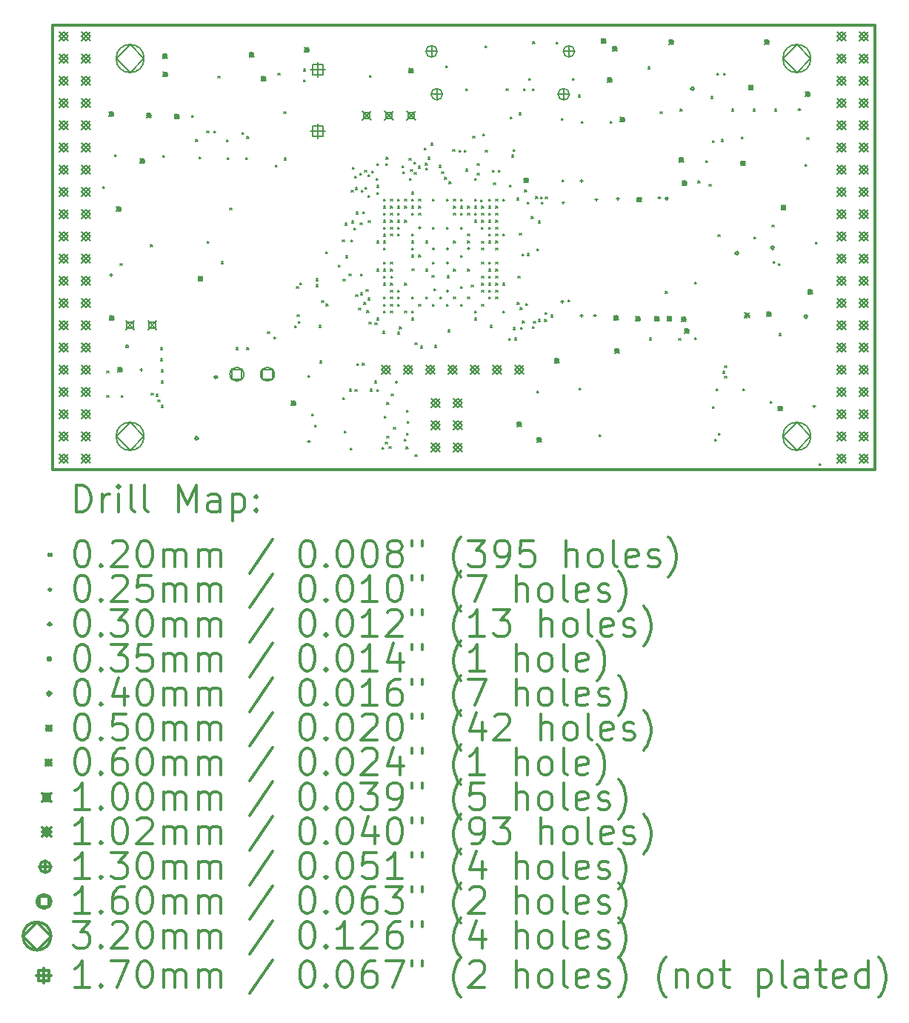
<source format=gbr>
%FSLAX45Y45*%
G04 Gerber Fmt 4.5, Leading zero omitted, Abs format (unit mm)*
G04 Created by KiCad (PCBNEW 5.0.0-rc3+dfsg1-2) date Sun Aug  5 13:38:03 2018*
%MOMM*%
%LPD*%
G01*
G04 APERTURE LIST*
%ADD10C,0.300000*%
%ADD11C,0.200000*%
G04 APERTURE END LIST*
D10*
X9410000Y-6142000D02*
X9410000Y-11222000D01*
X18808000Y-6142000D02*
X9410000Y-6142000D01*
X18808000Y-11222000D02*
X18808000Y-6142000D01*
X9410000Y-11222000D02*
X18808000Y-11222000D01*
D11*
X9990550Y-7986200D02*
X10010550Y-8006200D01*
X10010550Y-7986200D02*
X9990550Y-8006200D01*
X10035000Y-10094400D02*
X10055000Y-10114400D01*
X10055000Y-10094400D02*
X10035000Y-10114400D01*
X10035000Y-10373800D02*
X10055000Y-10393800D01*
X10055000Y-10373800D02*
X10035000Y-10393800D01*
X10125400Y-7619700D02*
X10145400Y-7639700D01*
X10145400Y-7619700D02*
X10125400Y-7639700D01*
X10187400Y-8868850D02*
X10207400Y-8888850D01*
X10207400Y-8868850D02*
X10187400Y-8888850D01*
X10200100Y-10373800D02*
X10220100Y-10393800D01*
X10220100Y-10373800D02*
X10200100Y-10393800D01*
X10535450Y-8649900D02*
X10555450Y-8669900D01*
X10555450Y-8649900D02*
X10535450Y-8669900D01*
X10543000Y-10348400D02*
X10563000Y-10368400D01*
X10563000Y-10348400D02*
X10543000Y-10368400D01*
X10595970Y-10361643D02*
X10615970Y-10381643D01*
X10615970Y-10361643D02*
X10595970Y-10381643D01*
X10619200Y-10424600D02*
X10639200Y-10444600D01*
X10639200Y-10424600D02*
X10619200Y-10444600D01*
X10650950Y-9827700D02*
X10670950Y-9847700D01*
X10670950Y-9827700D02*
X10650950Y-9847700D01*
X10650950Y-9954700D02*
X10670950Y-9974700D01*
X10670950Y-9954700D02*
X10650950Y-9974700D01*
X10657300Y-10081700D02*
X10677300Y-10101700D01*
X10677300Y-10081700D02*
X10657300Y-10101700D01*
X10657300Y-10208701D02*
X10677300Y-10228701D01*
X10677300Y-10208701D02*
X10657300Y-10228701D01*
X10657300Y-10488100D02*
X10677300Y-10508100D01*
X10677300Y-10488100D02*
X10657300Y-10508100D01*
X10671500Y-7632400D02*
X10691500Y-7652400D01*
X10691500Y-7632400D02*
X10671500Y-7652400D01*
X11001700Y-7175200D02*
X11021700Y-7195200D01*
X11021700Y-7175200D02*
X11001700Y-7195200D01*
X11049908Y-7448938D02*
X11069908Y-7468938D01*
X11069908Y-7448938D02*
X11049908Y-7468938D01*
X11090600Y-7645100D02*
X11110600Y-7665100D01*
X11110600Y-7645100D02*
X11090600Y-7665100D01*
X11178000Y-7350000D02*
X11198000Y-7370000D01*
X11198000Y-7350000D02*
X11178000Y-7370000D01*
X11179522Y-8615379D02*
X11199522Y-8635379D01*
X11199522Y-8615379D02*
X11179522Y-8635379D01*
X11258000Y-7350000D02*
X11278000Y-7370000D01*
X11278000Y-7350000D02*
X11258000Y-7370000D01*
X11305725Y-6724363D02*
X11325725Y-6744363D01*
X11325725Y-6724363D02*
X11305725Y-6744363D01*
X11344600Y-8845973D02*
X11364600Y-8865973D01*
X11364600Y-8845973D02*
X11344600Y-8865973D01*
X11400408Y-7451220D02*
X11420408Y-7471220D01*
X11420408Y-7451220D02*
X11400408Y-7471220D01*
X11408100Y-7657800D02*
X11428100Y-7677800D01*
X11428100Y-7657800D02*
X11408100Y-7677800D01*
X11441393Y-8230943D02*
X11461393Y-8250943D01*
X11461393Y-8230943D02*
X11441393Y-8250943D01*
X11514550Y-9827700D02*
X11534550Y-9847700D01*
X11534550Y-9827700D02*
X11514550Y-9847700D01*
X11578000Y-7370000D02*
X11598000Y-7390000D01*
X11598000Y-7370000D02*
X11578000Y-7390000D01*
X11624000Y-7657800D02*
X11644000Y-7677800D01*
X11644000Y-7657800D02*
X11624000Y-7677800D01*
X11633852Y-9827700D02*
X11653852Y-9847700D01*
X11653852Y-9827700D02*
X11633852Y-9847700D01*
X11635200Y-7414700D02*
X11655200Y-7434700D01*
X11655200Y-7414700D02*
X11635200Y-7434700D01*
X11870412Y-9644112D02*
X11890412Y-9664112D01*
X11890412Y-9644112D02*
X11870412Y-9664112D01*
X11941500Y-9702500D02*
X11961500Y-9722500D01*
X11961500Y-9702500D02*
X11941500Y-9722500D01*
X11959215Y-7739412D02*
X11979215Y-7759412D01*
X11979215Y-7739412D02*
X11959215Y-7759412D01*
X11990800Y-6690800D02*
X12010800Y-6710800D01*
X12010800Y-6690800D02*
X11990800Y-6710800D01*
X12056498Y-7133651D02*
X12076498Y-7153651D01*
X12076498Y-7133651D02*
X12056498Y-7153651D01*
X12063993Y-7659408D02*
X12083993Y-7679408D01*
X12083993Y-7659408D02*
X12063993Y-7679408D01*
X12182800Y-9575500D02*
X12202800Y-9595500D01*
X12202800Y-9575500D02*
X12182800Y-9595500D01*
X12201657Y-9128657D02*
X12221657Y-9148657D01*
X12221657Y-9128657D02*
X12201657Y-9148657D01*
X12210364Y-9448538D02*
X12230364Y-9468538D01*
X12230364Y-9448538D02*
X12210364Y-9468538D01*
X12220900Y-9524700D02*
X12240900Y-9544700D01*
X12240900Y-9524700D02*
X12220900Y-9544700D01*
X12242096Y-9088217D02*
X12262096Y-9108217D01*
X12262096Y-9088217D02*
X12242096Y-9108217D01*
X12282618Y-6643232D02*
X12302618Y-6663232D01*
X12302618Y-6643232D02*
X12282618Y-6663232D01*
X12284400Y-6768800D02*
X12304400Y-6788800D01*
X12304400Y-6768800D02*
X12284400Y-6788800D01*
X12332545Y-10146435D02*
X12352545Y-10166435D01*
X12352545Y-10146435D02*
X12332545Y-10166435D01*
X12376349Y-10586650D02*
X12396349Y-10606650D01*
X12396349Y-10586650D02*
X12376349Y-10606650D01*
X12410242Y-10710764D02*
X12430242Y-10730764D01*
X12430242Y-10710764D02*
X12410242Y-10730764D01*
X12423702Y-9038791D02*
X12443702Y-9058791D01*
X12443702Y-9038791D02*
X12423702Y-9058791D01*
X12423702Y-9107100D02*
X12443702Y-9127100D01*
X12443702Y-9107100D02*
X12423702Y-9127100D01*
X12462602Y-9572572D02*
X12482602Y-9592572D01*
X12482602Y-9572572D02*
X12462602Y-9592572D01*
X12467050Y-9980100D02*
X12487050Y-10000100D01*
X12487050Y-9980100D02*
X12467050Y-10000100D01*
X12491250Y-9291624D02*
X12511250Y-9311624D01*
X12511250Y-9291624D02*
X12491250Y-9311624D01*
X12538837Y-8731087D02*
X12558837Y-8751087D01*
X12558837Y-8731087D02*
X12538837Y-8751087D01*
X12542050Y-9329350D02*
X12562050Y-9349350D01*
X12562050Y-9329350D02*
X12542050Y-9349350D01*
X12682329Y-8882979D02*
X12702329Y-8902979D01*
X12702329Y-8882979D02*
X12682329Y-8902979D01*
X12727400Y-8595800D02*
X12747400Y-8615800D01*
X12747400Y-8595800D02*
X12727400Y-8615800D01*
X12731909Y-10397773D02*
X12751909Y-10417773D01*
X12751909Y-10397773D02*
X12731909Y-10417773D01*
X12733834Y-9045740D02*
X12753834Y-9065740D01*
X12753834Y-9045740D02*
X12733834Y-9065740D01*
X12748660Y-10777504D02*
X12768660Y-10797504D01*
X12768660Y-10777504D02*
X12748660Y-10797504D01*
X12759150Y-8405300D02*
X12779150Y-8425300D01*
X12779150Y-8405300D02*
X12759150Y-8425300D01*
X12764768Y-8777803D02*
X12784768Y-8797803D01*
X12784768Y-8777803D02*
X12764768Y-8797803D01*
X12803679Y-8984810D02*
X12823679Y-9004810D01*
X12823679Y-8984810D02*
X12803679Y-9004810D01*
X12808750Y-10300900D02*
X12828750Y-10320900D01*
X12828750Y-10300900D02*
X12808750Y-10320900D01*
X12815100Y-10974000D02*
X12835100Y-10994000D01*
X12835100Y-10974000D02*
X12815100Y-10994000D01*
X12824069Y-8597998D02*
X12844069Y-8617998D01*
X12844069Y-8597998D02*
X12824069Y-8617998D01*
X12829000Y-8030650D02*
X12849000Y-8050650D01*
X12849000Y-8030650D02*
X12829000Y-8050650D01*
X12835350Y-8379900D02*
X12855350Y-8399900D01*
X12855350Y-8379900D02*
X12835350Y-8399900D01*
X12841700Y-7765451D02*
X12861700Y-7785451D01*
X12861700Y-7765451D02*
X12841700Y-7785451D01*
X12860114Y-8462438D02*
X12880114Y-8482438D01*
X12880114Y-8462438D02*
X12860114Y-8482438D01*
X12867100Y-7865550D02*
X12887100Y-7885550D01*
X12887100Y-7865550D02*
X12867100Y-7885550D01*
X12870682Y-10308590D02*
X12890682Y-10328590D01*
X12890682Y-10308590D02*
X12870682Y-10328590D01*
X12873450Y-7998900D02*
X12893450Y-8018900D01*
X12893450Y-7998900D02*
X12873450Y-8018900D01*
X12879443Y-9222243D02*
X12899443Y-9242243D01*
X12899443Y-9222243D02*
X12879443Y-9242243D01*
X12886150Y-8278300D02*
X12906150Y-8298300D01*
X12906150Y-8278300D02*
X12886150Y-8298300D01*
X12890520Y-10007480D02*
X12910520Y-10027480D01*
X12910520Y-10007480D02*
X12890520Y-10027480D01*
X12914581Y-9375919D02*
X12934581Y-9395919D01*
X12934581Y-9375919D02*
X12914581Y-9395919D01*
X12924250Y-7833800D02*
X12944250Y-7853800D01*
X12944250Y-7833800D02*
X12924250Y-7853800D01*
X12930501Y-8400852D02*
X12950501Y-8420852D01*
X12950501Y-8400852D02*
X12930501Y-8420852D01*
X12934924Y-8983794D02*
X12954924Y-9003794D01*
X12954924Y-8983794D02*
X12934924Y-9003794D01*
X12935750Y-9202350D02*
X12955750Y-9222350D01*
X12955750Y-9202350D02*
X12935750Y-9222350D01*
X12940751Y-8030650D02*
X12960751Y-8050650D01*
X12960751Y-8030650D02*
X12940751Y-8050650D01*
X12956000Y-10005500D02*
X12976000Y-10025500D01*
X12976000Y-10005500D02*
X12956000Y-10025500D01*
X12962350Y-8273851D02*
X12982350Y-8293851D01*
X12982350Y-8273851D02*
X12962350Y-8293851D01*
X12973850Y-9310300D02*
X12993850Y-9330300D01*
X12993850Y-9310300D02*
X12973850Y-9330300D01*
X12981400Y-7802050D02*
X13001400Y-7822050D01*
X13001400Y-7802050D02*
X12981400Y-7822050D01*
X12984711Y-7994431D02*
X13004711Y-8014431D01*
X13004711Y-7994431D02*
X12984711Y-8014431D01*
X12999250Y-9164250D02*
X13019250Y-9184250D01*
X13019250Y-9164250D02*
X12999250Y-9184250D01*
X13005944Y-9404967D02*
X13025944Y-9424967D01*
X13025944Y-9404967D02*
X13005944Y-9424967D01*
X13018300Y-9259500D02*
X13038300Y-9279500D01*
X13038300Y-9259500D02*
X13018300Y-9279500D01*
X13018305Y-7852464D02*
X13038305Y-7872464D01*
X13038305Y-7852464D02*
X13018305Y-7872464D01*
X13019500Y-8087800D02*
X13039500Y-8107800D01*
X13039500Y-8087800D02*
X13019500Y-8107800D01*
X13023410Y-8375410D02*
X13043410Y-8395410D01*
X13043410Y-8375410D02*
X13023410Y-8395410D01*
X13030548Y-9536431D02*
X13050548Y-9556431D01*
X13050548Y-9536431D02*
X13030548Y-9556431D01*
X13033700Y-6718000D02*
X13053700Y-6738000D01*
X13053700Y-6718000D02*
X13033700Y-6738000D01*
X13043700Y-10300900D02*
X13063700Y-10320900D01*
X13063700Y-10300900D02*
X13043700Y-10320900D01*
X13063950Y-7808400D02*
X13083950Y-7828400D01*
X13083950Y-7808400D02*
X13063950Y-7828400D01*
X13093907Y-10208700D02*
X13113907Y-10228700D01*
X13113907Y-10208700D02*
X13093907Y-10228700D01*
X13098471Y-9546418D02*
X13118471Y-9566418D01*
X13118471Y-9546418D02*
X13098471Y-9566418D01*
X13114818Y-7892343D02*
X13134818Y-7912343D01*
X13134818Y-7892343D02*
X13114818Y-7912343D01*
X13118000Y-8052363D02*
X13138000Y-8072363D01*
X13138000Y-8052363D02*
X13118000Y-8072363D01*
X13118000Y-8610000D02*
X13138000Y-8630000D01*
X13138000Y-8610000D02*
X13118000Y-8630000D01*
X13118000Y-8930000D02*
X13138000Y-8950000D01*
X13138000Y-8930000D02*
X13118000Y-8950000D01*
X13118000Y-9490000D02*
X13138000Y-9510000D01*
X13138000Y-9490000D02*
X13118000Y-9510000D01*
X13118565Y-7722735D02*
X13138565Y-7742735D01*
X13138565Y-7722735D02*
X13118565Y-7742735D01*
X13119785Y-7972345D02*
X13139785Y-7992345D01*
X13139785Y-7972345D02*
X13119785Y-7992345D01*
X13119900Y-10307250D02*
X13139900Y-10327250D01*
X13139900Y-10307250D02*
X13119900Y-10327250D01*
X13178250Y-10964350D02*
X13198250Y-10984350D01*
X13198250Y-10964350D02*
X13178250Y-10984350D01*
X13189750Y-9640500D02*
X13209750Y-9660500D01*
X13209750Y-9640500D02*
X13189750Y-9660500D01*
X13197734Y-9090201D02*
X13217734Y-9110201D01*
X13217734Y-9090201D02*
X13197734Y-9110201D01*
X13198000Y-8130000D02*
X13218000Y-8150000D01*
X13218000Y-8130000D02*
X13198000Y-8150000D01*
X13198000Y-8210000D02*
X13218000Y-8230000D01*
X13218000Y-8210000D02*
X13198000Y-8230000D01*
X13198000Y-8290000D02*
X13218000Y-8310000D01*
X13218000Y-8290000D02*
X13198000Y-8310000D01*
X13198000Y-8370000D02*
X13218000Y-8390000D01*
X13218000Y-8370000D02*
X13198000Y-8390000D01*
X13198000Y-8450000D02*
X13218000Y-8470000D01*
X13218000Y-8450000D02*
X13198000Y-8470000D01*
X13198000Y-8531500D02*
X13218000Y-8551500D01*
X13218000Y-8531500D02*
X13198000Y-8551500D01*
X13198000Y-8610000D02*
X13218000Y-8630000D01*
X13218000Y-8610000D02*
X13198000Y-8630000D01*
X13198000Y-8690000D02*
X13218000Y-8710000D01*
X13218000Y-8690000D02*
X13198000Y-8710000D01*
X13198000Y-8850000D02*
X13218000Y-8870000D01*
X13218000Y-8850000D02*
X13198000Y-8870000D01*
X13198000Y-8930000D02*
X13218000Y-8950000D01*
X13218000Y-8930000D02*
X13198000Y-8950000D01*
X13198000Y-9010000D02*
X13218000Y-9030000D01*
X13218000Y-9010000D02*
X13198000Y-9030000D01*
X13198000Y-9250000D02*
X13218000Y-9270000D01*
X13218000Y-9250000D02*
X13198000Y-9270000D01*
X13198000Y-9330000D02*
X13218000Y-9350000D01*
X13218000Y-9330000D02*
X13198000Y-9350000D01*
X13198000Y-9410000D02*
X13218000Y-9430000D01*
X13218000Y-9410000D02*
X13198000Y-9430000D01*
X13206286Y-10608587D02*
X13226286Y-10628587D01*
X13226286Y-10608587D02*
X13206286Y-10628587D01*
X13217511Y-10908296D02*
X13237511Y-10928296D01*
X13237511Y-10908296D02*
X13217511Y-10928296D01*
X13220903Y-7724256D02*
X13240903Y-7744256D01*
X13240903Y-7724256D02*
X13220903Y-7744256D01*
X13227850Y-7652950D02*
X13247850Y-7672950D01*
X13247850Y-7652950D02*
X13227850Y-7672950D01*
X13234200Y-10453300D02*
X13254200Y-10473300D01*
X13254200Y-10453300D02*
X13234200Y-10473300D01*
X13234200Y-10840650D02*
X13254200Y-10860650D01*
X13254200Y-10840650D02*
X13234200Y-10860650D01*
X13260800Y-10958000D02*
X13280800Y-10978000D01*
X13280800Y-10958000D02*
X13260800Y-10978000D01*
X13278000Y-8130000D02*
X13298000Y-8150000D01*
X13298000Y-8130000D02*
X13278000Y-8150000D01*
X13278000Y-8210000D02*
X13298000Y-8230000D01*
X13298000Y-8210000D02*
X13278000Y-8230000D01*
X13278000Y-8290000D02*
X13298000Y-8310000D01*
X13298000Y-8290000D02*
X13278000Y-8310000D01*
X13278000Y-8370000D02*
X13298000Y-8390000D01*
X13298000Y-8370000D02*
X13278000Y-8390000D01*
X13278000Y-8450000D02*
X13298000Y-8470000D01*
X13298000Y-8450000D02*
X13278000Y-8470000D01*
X13278000Y-8530000D02*
X13298000Y-8550000D01*
X13298000Y-8530000D02*
X13278000Y-8550000D01*
X13278000Y-8850000D02*
X13298000Y-8870000D01*
X13298000Y-8850000D02*
X13278000Y-8870000D01*
X13278000Y-8930000D02*
X13298000Y-8950000D01*
X13298000Y-8930000D02*
X13278000Y-8950000D01*
X13278000Y-9090000D02*
X13298000Y-9110000D01*
X13298000Y-9090000D02*
X13278000Y-9110000D01*
X13278000Y-9170000D02*
X13298000Y-9190000D01*
X13298000Y-9170000D02*
X13278000Y-9190000D01*
X13278000Y-9250000D02*
X13298000Y-9270000D01*
X13298000Y-9250000D02*
X13278000Y-9270000D01*
X13278000Y-9330000D02*
X13298000Y-9350000D01*
X13298000Y-9330000D02*
X13278000Y-9350000D01*
X13278000Y-9410000D02*
X13298000Y-9430000D01*
X13298000Y-9410000D02*
X13278000Y-9430000D01*
X13280000Y-9008000D02*
X13300000Y-9028000D01*
X13300000Y-9008000D02*
X13280000Y-9028000D01*
X13285000Y-10358050D02*
X13305000Y-10378050D01*
X13305000Y-10358050D02*
X13285000Y-10378050D01*
X13311600Y-10736500D02*
X13331600Y-10756500D01*
X13331600Y-10736500D02*
X13311600Y-10756500D01*
X13358000Y-8130000D02*
X13378000Y-8150000D01*
X13378000Y-8130000D02*
X13358000Y-8150000D01*
X13358000Y-8210000D02*
X13378000Y-8230000D01*
X13378000Y-8210000D02*
X13358000Y-8230000D01*
X13358000Y-8290000D02*
X13378000Y-8310000D01*
X13378000Y-8290000D02*
X13358000Y-8310000D01*
X13358000Y-8370000D02*
X13378000Y-8390000D01*
X13378000Y-8370000D02*
X13358000Y-8390000D01*
X13358000Y-8450000D02*
X13378000Y-8470000D01*
X13378000Y-8450000D02*
X13358000Y-8470000D01*
X13358000Y-8530000D02*
X13378000Y-8550000D01*
X13378000Y-8530000D02*
X13358000Y-8550000D01*
X13358000Y-9170000D02*
X13378000Y-9190000D01*
X13378000Y-9170000D02*
X13358000Y-9190000D01*
X13358000Y-9250000D02*
X13378000Y-9270000D01*
X13378000Y-9250000D02*
X13358000Y-9270000D01*
X13358000Y-9330000D02*
X13378000Y-9350000D01*
X13378000Y-9330000D02*
X13358000Y-9350000D01*
X13358000Y-9650000D02*
X13378000Y-9670000D01*
X13378000Y-9650000D02*
X13358000Y-9670000D01*
X13378000Y-9590000D02*
X13398000Y-9610000D01*
X13398000Y-9590000D02*
X13378000Y-9610000D01*
X13411163Y-7748395D02*
X13431163Y-7768395D01*
X13431163Y-7748395D02*
X13411163Y-7768395D01*
X13415020Y-7815418D02*
X13435020Y-7835418D01*
X13435020Y-7815418D02*
X13415020Y-7835418D01*
X13436400Y-10874197D02*
X13456400Y-10894197D01*
X13456400Y-10874197D02*
X13436400Y-10894197D01*
X13438000Y-8130000D02*
X13458000Y-8150000D01*
X13458000Y-8130000D02*
X13438000Y-8150000D01*
X13438000Y-8210000D02*
X13458000Y-8230000D01*
X13458000Y-8210000D02*
X13438000Y-8230000D01*
X13438000Y-8370000D02*
X13458000Y-8390000D01*
X13458000Y-8370000D02*
X13438000Y-8390000D01*
X13438000Y-9090000D02*
X13458000Y-9110000D01*
X13458000Y-9090000D02*
X13438000Y-9110000D01*
X13438000Y-9410000D02*
X13458000Y-9430000D01*
X13458000Y-9410000D02*
X13438000Y-9430000D01*
X13453687Y-10961995D02*
X13473687Y-10981995D01*
X13473687Y-10961995D02*
X13453687Y-10981995D01*
X13457587Y-10803159D02*
X13477587Y-10823159D01*
X13477587Y-10803159D02*
X13457587Y-10823159D01*
X13460735Y-10540845D02*
X13480735Y-10560845D01*
X13480735Y-10540845D02*
X13460735Y-10560845D01*
X13465065Y-10671051D02*
X13485065Y-10691051D01*
X13485065Y-10671051D02*
X13465065Y-10691051D01*
X13489399Y-7662350D02*
X13509399Y-7682350D01*
X13509399Y-7662350D02*
X13489399Y-7682350D01*
X13492132Y-7892495D02*
X13512132Y-7912495D01*
X13512132Y-7892495D02*
X13492132Y-7912495D01*
X13507250Y-7792650D02*
X13527250Y-7812650D01*
X13527250Y-7792650D02*
X13507250Y-7812650D01*
X13518000Y-8050000D02*
X13538000Y-8070000D01*
X13538000Y-8050000D02*
X13518000Y-8070000D01*
X13518000Y-8130000D02*
X13538000Y-8150000D01*
X13538000Y-8130000D02*
X13518000Y-8150000D01*
X13518000Y-8210000D02*
X13538000Y-8230000D01*
X13538000Y-8210000D02*
X13518000Y-8230000D01*
X13518000Y-8290000D02*
X13538000Y-8310000D01*
X13538000Y-8290000D02*
X13518000Y-8310000D01*
X13518000Y-8530000D02*
X13538000Y-8550000D01*
X13538000Y-8530000D02*
X13518000Y-8550000D01*
X13518000Y-8610000D02*
X13538000Y-8630000D01*
X13538000Y-8610000D02*
X13518000Y-8630000D01*
X13518000Y-8690000D02*
X13538000Y-8710000D01*
X13538000Y-8690000D02*
X13518000Y-8710000D01*
X13518000Y-8770000D02*
X13538000Y-8790000D01*
X13538000Y-8770000D02*
X13518000Y-8790000D01*
X13518000Y-9250000D02*
X13538000Y-9270000D01*
X13538000Y-9250000D02*
X13518000Y-9270000D01*
X13518000Y-9410000D02*
X13538000Y-9430000D01*
X13538000Y-9410000D02*
X13518000Y-9430000D01*
X13518000Y-9490000D02*
X13538000Y-9510000D01*
X13538000Y-9490000D02*
X13518000Y-9510000D01*
X13524276Y-8928163D02*
X13544276Y-8948163D01*
X13544276Y-8928163D02*
X13524276Y-8948163D01*
X13546550Y-7706800D02*
X13566550Y-7726800D01*
X13566550Y-7706800D02*
X13546550Y-7726800D01*
X13549150Y-7827659D02*
X13569150Y-7847659D01*
X13569150Y-7827659D02*
X13549150Y-7847659D01*
X13555656Y-11051071D02*
X13575656Y-11071071D01*
X13575656Y-11051071D02*
X13555656Y-11071071D01*
X13558000Y-9770000D02*
X13578000Y-9790000D01*
X13578000Y-9770000D02*
X13558000Y-9790000D01*
X13594882Y-7754550D02*
X13614882Y-7774550D01*
X13614882Y-7754550D02*
X13594882Y-7774550D01*
X13598000Y-8130000D02*
X13618000Y-8150000D01*
X13618000Y-8130000D02*
X13598000Y-8150000D01*
X13598000Y-8210000D02*
X13618000Y-8230000D01*
X13618000Y-8210000D02*
X13598000Y-8230000D01*
X13598000Y-8290000D02*
X13618000Y-8310000D01*
X13618000Y-8290000D02*
X13598000Y-8310000D01*
X13598000Y-8770000D02*
X13618000Y-8790000D01*
X13618000Y-8770000D02*
X13598000Y-8790000D01*
X13598000Y-9330000D02*
X13618000Y-9350000D01*
X13618000Y-9330000D02*
X13598000Y-9350000D01*
X13618000Y-9810000D02*
X13638000Y-9830000D01*
X13638000Y-9810000D02*
X13618000Y-9830000D01*
X13664259Y-7547941D02*
X13684259Y-7567941D01*
X13684259Y-7547941D02*
X13664259Y-7567941D01*
X13676320Y-7718760D02*
X13696320Y-7738760D01*
X13696320Y-7718760D02*
X13676320Y-7738760D01*
X13678000Y-8610000D02*
X13698000Y-8630000D01*
X13698000Y-8610000D02*
X13678000Y-8630000D01*
X13678000Y-8930000D02*
X13698000Y-8950000D01*
X13698000Y-8930000D02*
X13678000Y-8950000D01*
X13678000Y-9250000D02*
X13698000Y-9270000D01*
X13698000Y-9250000D02*
X13678000Y-9270000D01*
X13679461Y-7776107D02*
X13699461Y-7796107D01*
X13699461Y-7776107D02*
X13679461Y-7796107D01*
X13707437Y-7652487D02*
X13727437Y-7672487D01*
X13727437Y-7652487D02*
X13707437Y-7672487D01*
X13738000Y-7490000D02*
X13758000Y-7510000D01*
X13758000Y-7490000D02*
X13738000Y-7510000D01*
X13752489Y-9002290D02*
X13772489Y-9022290D01*
X13772489Y-9002290D02*
X13752489Y-9022290D01*
X13758000Y-8130000D02*
X13778000Y-8150000D01*
X13778000Y-8130000D02*
X13758000Y-8150000D01*
X13758000Y-8450000D02*
X13778000Y-8470000D01*
X13778000Y-8450000D02*
X13758000Y-8470000D01*
X13758000Y-8850000D02*
X13778000Y-8870000D01*
X13778000Y-8850000D02*
X13758000Y-8870000D01*
X13758000Y-9330000D02*
X13778000Y-9350000D01*
X13778000Y-9330000D02*
X13758000Y-9350000D01*
X13770300Y-9156400D02*
X13790300Y-9176400D01*
X13790300Y-9156400D02*
X13770300Y-9176400D01*
X13781499Y-9802300D02*
X13801499Y-9822300D01*
X13801499Y-9802300D02*
X13781499Y-9822300D01*
X13830592Y-7745154D02*
X13850592Y-7765154D01*
X13850592Y-7745154D02*
X13830592Y-7765154D01*
X13838000Y-9250000D02*
X13858000Y-9270000D01*
X13858000Y-9250000D02*
X13838000Y-9270000D01*
X13862850Y-7818050D02*
X13882850Y-7838050D01*
X13882850Y-7818050D02*
X13862850Y-7838050D01*
X13894600Y-7881550D02*
X13914600Y-7901550D01*
X13914600Y-7881550D02*
X13894600Y-7901550D01*
X13910000Y-6603700D02*
X13930000Y-6623700D01*
X13930000Y-6603700D02*
X13910000Y-6623700D01*
X13918000Y-8130000D02*
X13938000Y-8150000D01*
X13938000Y-8130000D02*
X13918000Y-8150000D01*
X13918000Y-8450000D02*
X13938000Y-8470000D01*
X13938000Y-8450000D02*
X13918000Y-8470000D01*
X13918000Y-9330000D02*
X13938000Y-9350000D01*
X13938000Y-9330000D02*
X13918000Y-9350000D01*
X13922232Y-9006404D02*
X13942232Y-9026404D01*
X13942232Y-9006404D02*
X13922232Y-9026404D01*
X13933900Y-9624500D02*
X13953900Y-9644500D01*
X13953900Y-9624500D02*
X13933900Y-9644500D01*
X13945400Y-7932350D02*
X13965400Y-7952350D01*
X13965400Y-7932350D02*
X13945400Y-7952350D01*
X13989352Y-7565171D02*
X14009352Y-7585171D01*
X14009352Y-7565171D02*
X13989352Y-7585171D01*
X13996000Y-8292000D02*
X14016000Y-8312000D01*
X14016000Y-8292000D02*
X13996000Y-8312000D01*
X13998000Y-8130000D02*
X14018000Y-8150000D01*
X14018000Y-8130000D02*
X13998000Y-8150000D01*
X13998000Y-8210000D02*
X14018000Y-8230000D01*
X14018000Y-8210000D02*
X13998000Y-8230000D01*
X13998000Y-8610000D02*
X14018000Y-8630000D01*
X14018000Y-8610000D02*
X13998000Y-8630000D01*
X13998000Y-8930000D02*
X14018000Y-8950000D01*
X14018000Y-8930000D02*
X13998000Y-8950000D01*
X13998000Y-9250000D02*
X14018000Y-9270000D01*
X14018000Y-9250000D02*
X13998000Y-9270000D01*
X14058000Y-7570000D02*
X14078000Y-7590000D01*
X14078000Y-7570000D02*
X14058000Y-7590000D01*
X14078000Y-8130000D02*
X14098000Y-8150000D01*
X14098000Y-8130000D02*
X14078000Y-8150000D01*
X14078000Y-8210000D02*
X14098000Y-8230000D01*
X14098000Y-8210000D02*
X14078000Y-8230000D01*
X14078000Y-8290000D02*
X14098000Y-8310000D01*
X14098000Y-8290000D02*
X14078000Y-8310000D01*
X14078000Y-8450000D02*
X14098000Y-8470000D01*
X14098000Y-8450000D02*
X14078000Y-8470000D01*
X14078000Y-9130000D02*
X14098000Y-9150000D01*
X14098000Y-9130000D02*
X14078000Y-9150000D01*
X14078000Y-9330000D02*
X14098000Y-9350000D01*
X14098000Y-9330000D02*
X14078000Y-9350000D01*
X14079623Y-8771623D02*
X14099623Y-8791623D01*
X14099623Y-8771623D02*
X14079623Y-8791623D01*
X14118000Y-7570000D02*
X14138000Y-7590000D01*
X14138000Y-7570000D02*
X14118000Y-7590000D01*
X14135900Y-7786300D02*
X14155900Y-7806300D01*
X14155900Y-7786300D02*
X14135900Y-7806300D01*
X14138000Y-6870000D02*
X14158000Y-6890000D01*
X14158000Y-6870000D02*
X14138000Y-6890000D01*
X14158000Y-8210000D02*
X14178000Y-8230000D01*
X14178000Y-8210000D02*
X14158000Y-8230000D01*
X14158000Y-8290000D02*
X14178000Y-8310000D01*
X14178000Y-8290000D02*
X14158000Y-8310000D01*
X14158000Y-8530000D02*
X14178000Y-8550000D01*
X14178000Y-8530000D02*
X14158000Y-8550000D01*
X14158000Y-8610000D02*
X14178000Y-8630000D01*
X14178000Y-8610000D02*
X14158000Y-8630000D01*
X14158000Y-8930000D02*
X14178000Y-8950000D01*
X14178000Y-8930000D02*
X14158000Y-8950000D01*
X14158000Y-9250000D02*
X14178000Y-9270000D01*
X14178000Y-9250000D02*
X14158000Y-9270000D01*
X14200722Y-9110102D02*
X14220722Y-9130102D01*
X14220722Y-9110102D02*
X14200722Y-9130102D01*
X14218000Y-7410000D02*
X14238000Y-7430000D01*
X14238000Y-7410000D02*
X14218000Y-7430000D01*
X14236000Y-8292000D02*
X14256000Y-8312000D01*
X14256000Y-8292000D02*
X14236000Y-8312000D01*
X14236377Y-7893109D02*
X14256377Y-7913109D01*
X14256377Y-7893109D02*
X14236377Y-7913109D01*
X14238000Y-8130000D02*
X14258000Y-8150000D01*
X14258000Y-8130000D02*
X14238000Y-8150000D01*
X14238000Y-8210000D02*
X14258000Y-8230000D01*
X14258000Y-8210000D02*
X14238000Y-8230000D01*
X14238000Y-8370000D02*
X14258000Y-8390000D01*
X14258000Y-8370000D02*
X14238000Y-8390000D01*
X14238000Y-9410000D02*
X14258000Y-9430000D01*
X14258000Y-9410000D02*
X14238000Y-9430000D01*
X14238000Y-9490000D02*
X14258000Y-9510000D01*
X14258000Y-9490000D02*
X14238000Y-9510000D01*
X14267329Y-7833800D02*
X14287329Y-7853800D01*
X14287329Y-7833800D02*
X14267329Y-7853800D01*
X14268583Y-7723660D02*
X14288583Y-7743660D01*
X14288583Y-7723660D02*
X14268583Y-7743660D01*
X14305699Y-8135947D02*
X14325699Y-8155947D01*
X14325699Y-8135947D02*
X14305699Y-8155947D01*
X14316000Y-8452000D02*
X14336000Y-8472000D01*
X14336000Y-8452000D02*
X14316000Y-8472000D01*
X14318000Y-8210000D02*
X14338000Y-8230000D01*
X14338000Y-8210000D02*
X14318000Y-8230000D01*
X14318000Y-8290000D02*
X14338000Y-8310000D01*
X14338000Y-8290000D02*
X14318000Y-8310000D01*
X14318000Y-8370000D02*
X14338000Y-8390000D01*
X14338000Y-8370000D02*
X14318000Y-8390000D01*
X14318000Y-8690000D02*
X14338000Y-8710000D01*
X14338000Y-8690000D02*
X14318000Y-8710000D01*
X14318000Y-8850000D02*
X14338000Y-8870000D01*
X14338000Y-8850000D02*
X14318000Y-8870000D01*
X14318000Y-9010000D02*
X14338000Y-9030000D01*
X14338000Y-9010000D02*
X14318000Y-9030000D01*
X14318000Y-9090000D02*
X14338000Y-9110000D01*
X14338000Y-9090000D02*
X14318000Y-9110000D01*
X14318000Y-9170000D02*
X14338000Y-9190000D01*
X14338000Y-9170000D02*
X14318000Y-9190000D01*
X14318000Y-9330000D02*
X14338000Y-9350000D01*
X14338000Y-9330000D02*
X14318000Y-9350000D01*
X14320000Y-8612000D02*
X14340000Y-8632000D01*
X14340000Y-8612000D02*
X14320000Y-8632000D01*
X14331863Y-7387513D02*
X14351863Y-7407513D01*
X14351863Y-7387513D02*
X14331863Y-7407513D01*
X14355067Y-6376252D02*
X14375067Y-6396252D01*
X14375067Y-6376252D02*
X14355067Y-6396252D01*
X14360888Y-7571730D02*
X14380888Y-7591730D01*
X14380888Y-7571730D02*
X14360888Y-7591730D01*
X14398000Y-8130000D02*
X14418000Y-8150000D01*
X14418000Y-8130000D02*
X14398000Y-8150000D01*
X14398000Y-8210000D02*
X14418000Y-8230000D01*
X14418000Y-8210000D02*
X14398000Y-8230000D01*
X14398000Y-8290000D02*
X14418000Y-8310000D01*
X14418000Y-8290000D02*
X14398000Y-8310000D01*
X14398000Y-8370000D02*
X14418000Y-8390000D01*
X14418000Y-8370000D02*
X14398000Y-8390000D01*
X14398000Y-8450000D02*
X14418000Y-8470000D01*
X14418000Y-8450000D02*
X14398000Y-8470000D01*
X14398000Y-8530000D02*
X14418000Y-8550000D01*
X14418000Y-8530000D02*
X14398000Y-8550000D01*
X14398000Y-8610000D02*
X14418000Y-8630000D01*
X14418000Y-8610000D02*
X14398000Y-8630000D01*
X14398000Y-8850000D02*
X14418000Y-8870000D01*
X14418000Y-8850000D02*
X14398000Y-8870000D01*
X14398000Y-8930000D02*
X14418000Y-8950000D01*
X14418000Y-8930000D02*
X14398000Y-8950000D01*
X14398000Y-9010000D02*
X14418000Y-9030000D01*
X14418000Y-9010000D02*
X14398000Y-9030000D01*
X14398000Y-9090000D02*
X14418000Y-9110000D01*
X14418000Y-9090000D02*
X14398000Y-9110000D01*
X14398000Y-9170000D02*
X14418000Y-9190000D01*
X14418000Y-9170000D02*
X14398000Y-9190000D01*
X14398000Y-9250000D02*
X14418000Y-9270000D01*
X14418000Y-9250000D02*
X14398000Y-9270000D01*
X14416499Y-9573700D02*
X14436499Y-9593700D01*
X14436499Y-9573700D02*
X14416499Y-9593700D01*
X14441900Y-7802050D02*
X14461900Y-7822050D01*
X14461900Y-7802050D02*
X14441900Y-7822050D01*
X14453400Y-7942279D02*
X14473400Y-7962279D01*
X14473400Y-7942279D02*
X14453400Y-7962279D01*
X14478000Y-8130000D02*
X14498000Y-8150000D01*
X14498000Y-8130000D02*
X14478000Y-8150000D01*
X14478000Y-8210000D02*
X14498000Y-8230000D01*
X14498000Y-8210000D02*
X14478000Y-8230000D01*
X14478000Y-8290000D02*
X14498000Y-8310000D01*
X14498000Y-8290000D02*
X14478000Y-8310000D01*
X14478000Y-8370000D02*
X14498000Y-8390000D01*
X14498000Y-8370000D02*
X14478000Y-8390000D01*
X14478000Y-8450000D02*
X14498000Y-8470000D01*
X14498000Y-8450000D02*
X14478000Y-8470000D01*
X14478000Y-8530000D02*
X14498000Y-8550000D01*
X14498000Y-8530000D02*
X14478000Y-8550000D01*
X14478000Y-8610000D02*
X14498000Y-8630000D01*
X14498000Y-8610000D02*
X14478000Y-8630000D01*
X14478000Y-8690000D02*
X14498000Y-8710000D01*
X14498000Y-8690000D02*
X14478000Y-8710000D01*
X14478000Y-8850000D02*
X14498000Y-8870000D01*
X14498000Y-8850000D02*
X14478000Y-8870000D01*
X14478000Y-8930000D02*
X14498000Y-8950000D01*
X14498000Y-8930000D02*
X14478000Y-8950000D01*
X14478000Y-9010000D02*
X14498000Y-9030000D01*
X14498000Y-9010000D02*
X14478000Y-9030000D01*
X14478000Y-9090000D02*
X14498000Y-9110000D01*
X14498000Y-9090000D02*
X14478000Y-9110000D01*
X14478000Y-9170000D02*
X14498000Y-9190000D01*
X14498000Y-9170000D02*
X14478000Y-9190000D01*
X14478000Y-9250000D02*
X14498000Y-9270000D01*
X14498000Y-9250000D02*
X14478000Y-9270000D01*
X14511750Y-7802050D02*
X14531750Y-7822050D01*
X14531750Y-7802050D02*
X14511750Y-7822050D01*
X14558000Y-8130000D02*
X14578000Y-8150000D01*
X14578000Y-8130000D02*
X14558000Y-8150000D01*
X14558000Y-8530000D02*
X14578000Y-8550000D01*
X14578000Y-8530000D02*
X14558000Y-8550000D01*
X14558000Y-9090000D02*
X14578000Y-9110000D01*
X14578000Y-9090000D02*
X14558000Y-9110000D01*
X14558000Y-9410000D02*
X14578000Y-9430000D01*
X14578000Y-9410000D02*
X14558000Y-9430000D01*
X14598000Y-6870000D02*
X14618000Y-6890000D01*
X14618000Y-6870000D02*
X14598000Y-6890000D01*
X14629479Y-9723392D02*
X14649479Y-9743392D01*
X14649479Y-9723392D02*
X14629479Y-9743392D01*
X14638141Y-7971938D02*
X14658141Y-7991938D01*
X14658141Y-7971938D02*
X14638141Y-7991938D01*
X14646600Y-7187799D02*
X14666600Y-7207799D01*
X14666600Y-7187799D02*
X14646600Y-7207799D01*
X14660029Y-7625502D02*
X14680029Y-7645502D01*
X14680029Y-7625502D02*
X14660029Y-7645502D01*
X14676850Y-7560750D02*
X14696850Y-7580750D01*
X14696850Y-7560750D02*
X14676850Y-7580750D01*
X14678513Y-9600483D02*
X14698513Y-9620483D01*
X14698513Y-9600483D02*
X14678513Y-9620483D01*
X14694701Y-9716700D02*
X14714701Y-9736700D01*
X14714701Y-9716700D02*
X14694701Y-9736700D01*
X14720100Y-8116500D02*
X14740100Y-8136500D01*
X14740100Y-8116500D02*
X14720100Y-8136500D01*
X14724389Y-9311713D02*
X14744389Y-9331713D01*
X14744389Y-9311713D02*
X14724389Y-9331713D01*
X14733095Y-9013302D02*
X14753095Y-9033302D01*
X14753095Y-9013302D02*
X14733095Y-9033302D01*
X14748200Y-7143450D02*
X14768200Y-7163450D01*
X14768200Y-7143450D02*
X14748200Y-7163450D01*
X14751215Y-8517186D02*
X14771215Y-8537186D01*
X14771215Y-8517186D02*
X14751215Y-8537186D01*
X14760000Y-9372000D02*
X14780000Y-9392000D01*
X14780000Y-9372000D02*
X14760000Y-9392000D01*
X14764725Y-9595736D02*
X14784725Y-9615736D01*
X14784725Y-9595736D02*
X14764725Y-9615736D01*
X14781079Y-8758342D02*
X14801079Y-8778342D01*
X14801079Y-8758342D02*
X14781079Y-8778342D01*
X14782886Y-9523902D02*
X14802886Y-9543902D01*
X14802886Y-9523902D02*
X14782886Y-9543902D01*
X14795949Y-6870000D02*
X14815949Y-6890000D01*
X14815949Y-6870000D02*
X14795949Y-6890000D01*
X14810200Y-8024300D02*
X14830200Y-8044300D01*
X14830200Y-8024300D02*
X14810200Y-8044300D01*
X14824901Y-9322231D02*
X14844901Y-9342231D01*
X14844901Y-9322231D02*
X14824901Y-9342231D01*
X14838354Y-8752346D02*
X14858354Y-8772346D01*
X14858354Y-8752346D02*
X14838354Y-8772346D01*
X14841950Y-8164000D02*
X14861950Y-8184000D01*
X14861950Y-8164000D02*
X14841950Y-8184000D01*
X14858001Y-6750000D02*
X14878001Y-6770000D01*
X14878001Y-6750000D02*
X14858001Y-6770000D01*
X14886400Y-8329101D02*
X14906400Y-8349101D01*
X14906400Y-8329101D02*
X14886400Y-8349101D01*
X14898000Y-6870000D02*
X14918000Y-6890000D01*
X14918000Y-6870000D02*
X14898000Y-6890000D01*
X14899100Y-9586400D02*
X14919100Y-9606400D01*
X14919100Y-9586400D02*
X14899100Y-9606400D01*
X14903412Y-6332405D02*
X14923412Y-6352405D01*
X14923412Y-6332405D02*
X14903412Y-6352405D01*
X14910600Y-9526200D02*
X14930600Y-9546200D01*
X14930600Y-9526200D02*
X14910600Y-9546200D01*
X14937199Y-8100500D02*
X14957199Y-8120500D01*
X14957199Y-8100500D02*
X14937199Y-8120500D01*
X14947550Y-8699301D02*
X14967550Y-8719301D01*
X14967550Y-8699301D02*
X14947550Y-8719301D01*
X14947728Y-10322085D02*
X14967728Y-10342085D01*
X14967728Y-10322085D02*
X14947728Y-10342085D01*
X14966401Y-8381402D02*
X14986401Y-8401402D01*
X14986401Y-8381402D02*
X14966401Y-8401402D01*
X14967749Y-9507150D02*
X14987749Y-9527150D01*
X14987749Y-9507150D02*
X14967749Y-9527150D01*
X14991381Y-8107272D02*
X15011381Y-8127272D01*
X15011381Y-8107272D02*
X14991381Y-8127272D01*
X15000700Y-8164000D02*
X15020700Y-8184000D01*
X15020700Y-8164000D02*
X15000700Y-8184000D01*
X15037600Y-9507150D02*
X15057600Y-9527150D01*
X15057600Y-9507150D02*
X15037600Y-9527150D01*
X15043950Y-9424600D02*
X15063950Y-9444600D01*
X15063950Y-9424600D02*
X15043950Y-9444600D01*
X15045980Y-8106843D02*
X15065980Y-8126843D01*
X15065980Y-8106843D02*
X15045980Y-8126843D01*
X15109016Y-9455085D02*
X15129016Y-9475085D01*
X15129016Y-9455085D02*
X15109016Y-9475085D01*
X15167300Y-6337000D02*
X15187300Y-6357000D01*
X15187300Y-6337000D02*
X15167300Y-6357000D01*
X15230800Y-7206950D02*
X15250800Y-7226950D01*
X15250800Y-7206950D02*
X15230800Y-7226950D01*
X15239707Y-7909347D02*
X15259707Y-7929347D01*
X15259707Y-7909347D02*
X15239707Y-7929347D01*
X15305500Y-9281600D02*
X15325500Y-9301600D01*
X15325500Y-9281600D02*
X15305500Y-9301600D01*
X15358000Y-6750000D02*
X15378000Y-6770000D01*
X15378000Y-6750000D02*
X15358000Y-6770000D01*
X15421300Y-6940250D02*
X15441300Y-6960250D01*
X15441300Y-6940250D02*
X15421300Y-6960250D01*
X15432558Y-10288777D02*
X15452558Y-10308777D01*
X15452558Y-10288777D02*
X15432558Y-10308777D01*
X15459400Y-7238700D02*
X15479400Y-7258700D01*
X15479400Y-7238700D02*
X15459400Y-7258700D01*
X15662600Y-10820100D02*
X15682600Y-10840100D01*
X15682600Y-10820100D02*
X15662600Y-10840100D01*
X15789600Y-7238700D02*
X15809600Y-7258700D01*
X15809600Y-7238700D02*
X15789600Y-7258700D01*
X16217147Y-6618496D02*
X16237147Y-6638496D01*
X16237147Y-6618496D02*
X16217147Y-6638496D01*
X16234100Y-9717000D02*
X16254100Y-9737000D01*
X16254100Y-9717000D02*
X16234100Y-9737000D01*
X16359090Y-7131693D02*
X16379090Y-7151693D01*
X16379090Y-7131693D02*
X16359090Y-7151693D01*
X16418510Y-9184590D02*
X16438510Y-9204590D01*
X16438510Y-9184590D02*
X16418510Y-9204590D01*
X16570337Y-9724488D02*
X16590337Y-9744488D01*
X16590337Y-9724488D02*
X16570337Y-9744488D01*
X16588200Y-7102746D02*
X16608200Y-7122746D01*
X16608200Y-7102746D02*
X16588200Y-7122746D01*
X16754800Y-9080200D02*
X16774800Y-9100200D01*
X16774800Y-9080200D02*
X16754800Y-9100200D01*
X16754800Y-9715200D02*
X16774800Y-9735200D01*
X16774800Y-9715200D02*
X16754800Y-9735200D01*
X16791400Y-7922700D02*
X16811400Y-7942700D01*
X16811400Y-7922700D02*
X16791400Y-7942700D01*
X16880300Y-7687203D02*
X16900300Y-7707203D01*
X16900300Y-7687203D02*
X16880300Y-7707203D01*
X16918400Y-7960800D02*
X16938400Y-7980800D01*
X16938400Y-7960800D02*
X16918400Y-7980800D01*
X16941704Y-6958649D02*
X16961704Y-6978649D01*
X16961704Y-6958649D02*
X16941704Y-6978649D01*
X16955300Y-7460651D02*
X16975300Y-7480651D01*
X16975300Y-7460651D02*
X16955300Y-7480651D01*
X16958000Y-10502600D02*
X16978000Y-10522600D01*
X16978000Y-10502600D02*
X16958000Y-10522600D01*
X16983400Y-10870900D02*
X17003400Y-10890900D01*
X17003400Y-10870900D02*
X16983400Y-10890900D01*
X16996100Y-10299400D02*
X17016100Y-10319400D01*
X17016100Y-10299400D02*
X16996100Y-10319400D01*
X17008800Y-6692600D02*
X17028800Y-6712600D01*
X17028800Y-6692600D02*
X17008800Y-6712600D01*
X17020954Y-8534153D02*
X17040954Y-8554153D01*
X17040954Y-8534153D02*
X17020954Y-8554153D01*
X17021500Y-10807400D02*
X17041500Y-10827400D01*
X17041500Y-10807400D02*
X17021500Y-10827400D01*
X17058000Y-7450000D02*
X17078000Y-7470000D01*
X17078000Y-7450000D02*
X17058000Y-7470000D01*
X17075950Y-10097700D02*
X17095950Y-10117700D01*
X17095950Y-10097700D02*
X17075950Y-10117700D01*
X17085000Y-6692600D02*
X17105000Y-6712600D01*
X17105000Y-6692600D02*
X17085000Y-6712600D01*
X17095000Y-10034200D02*
X17115000Y-10054200D01*
X17115000Y-10034200D02*
X17095000Y-10054200D01*
X17095000Y-10152849D02*
X17115000Y-10172849D01*
X17115000Y-10152849D02*
X17095000Y-10172849D01*
X17173900Y-7102746D02*
X17193900Y-7122746D01*
X17193900Y-7102746D02*
X17173900Y-7122746D01*
X17288200Y-7416500D02*
X17308200Y-7436500D01*
X17308200Y-7416500D02*
X17288200Y-7436500D01*
X17300900Y-10299400D02*
X17320900Y-10319400D01*
X17320900Y-10299400D02*
X17300900Y-10319400D01*
X17421312Y-7102746D02*
X17441312Y-7122746D01*
X17441312Y-7102746D02*
X17421312Y-7122746D01*
X17427900Y-8564300D02*
X17447900Y-8584300D01*
X17447900Y-8564300D02*
X17427900Y-8584300D01*
X17618400Y-10439100D02*
X17638400Y-10459100D01*
X17638400Y-10439100D02*
X17618400Y-10459100D01*
X17638029Y-8424371D02*
X17658029Y-8444371D01*
X17658029Y-8424371D02*
X17638029Y-8444371D01*
X17650543Y-8840716D02*
X17670543Y-8860716D01*
X17670543Y-8840716D02*
X17650543Y-8860716D01*
X17669708Y-7102746D02*
X17689708Y-7122746D01*
X17689708Y-7102746D02*
X17669708Y-7122746D01*
X17708899Y-8866403D02*
X17728899Y-8886403D01*
X17728899Y-8866403D02*
X17708899Y-8886403D01*
X17718798Y-9667866D02*
X17738798Y-9687866D01*
X17738798Y-9667866D02*
X17718798Y-9687866D01*
X18015551Y-7730221D02*
X18035551Y-7750221D01*
X18035551Y-7730221D02*
X18015551Y-7750221D01*
X18036000Y-7427400D02*
X18056000Y-7447400D01*
X18056000Y-7427400D02*
X18036000Y-7447400D01*
X18131250Y-8621200D02*
X18151250Y-8641200D01*
X18151250Y-8621200D02*
X18131250Y-8641200D01*
X18177200Y-11150300D02*
X18197200Y-11170300D01*
X18197200Y-11150300D02*
X18177200Y-11170300D01*
X13357629Y-10223262D02*
G75*
G03X13357629Y-10223262I-12700J0D01*
G01*
X13620700Y-8460000D02*
G75*
G03X13620700Y-8460000I-12700J0D01*
G01*
X13780700Y-8700000D02*
G75*
G03X13780700Y-8700000I-12700J0D01*
G01*
X13940700Y-8700000D02*
G75*
G03X13940700Y-8700000I-12700J0D01*
G01*
X13940700Y-8860000D02*
G75*
G03X13940700Y-8860000I-12700J0D01*
G01*
X13940700Y-9180000D02*
G75*
G03X13940700Y-9180000I-12700J0D01*
G01*
X14180298Y-8698652D02*
G75*
G03X14180298Y-8698652I-12700J0D01*
G01*
X10083100Y-8978150D02*
X10083100Y-9008150D01*
X10068100Y-8993150D02*
X10098100Y-8993150D01*
X10426000Y-10064000D02*
X10426000Y-10094000D01*
X10411000Y-10079000D02*
X10441000Y-10079000D01*
X12343700Y-10882200D02*
X12343700Y-10912200D01*
X12328700Y-10897200D02*
X12358700Y-10897200D01*
X15240800Y-9284750D02*
X15240800Y-9314750D01*
X15225800Y-9299750D02*
X15255800Y-9299750D01*
X15251012Y-8154523D02*
X15251012Y-8184523D01*
X15236012Y-8169523D02*
X15266012Y-8169523D01*
X15456700Y-7902852D02*
X15456700Y-7932852D01*
X15441700Y-7917852D02*
X15471700Y-7917852D01*
X15459390Y-9445795D02*
X15459390Y-9475795D01*
X15444390Y-9460795D02*
X15474390Y-9460795D01*
X15609100Y-9443500D02*
X15609100Y-9473500D01*
X15594100Y-9458500D02*
X15624100Y-9458500D01*
X15626277Y-8119937D02*
X15626277Y-8149937D01*
X15611277Y-8134937D02*
X15641277Y-8134937D01*
X15875800Y-8110000D02*
X15875800Y-8140000D01*
X15860800Y-8125000D02*
X15890800Y-8125000D01*
X16345700Y-8097300D02*
X16345700Y-8127300D01*
X16330700Y-8112300D02*
X16360700Y-8112300D01*
X17945900Y-7088696D02*
X17945900Y-7118696D01*
X17930900Y-7103696D02*
X17960900Y-7103696D01*
X18115592Y-10483071D02*
X18115592Y-10513071D01*
X18100592Y-10498071D02*
X18130592Y-10498071D01*
X10274775Y-9826475D02*
X10274775Y-9801726D01*
X10250026Y-9801726D01*
X10250026Y-9826475D01*
X10274775Y-9826475D01*
X11059391Y-10883646D02*
X11079391Y-10863646D01*
X11059391Y-10843646D01*
X11039391Y-10863646D01*
X11059391Y-10883646D01*
X11279458Y-10184408D02*
X11299458Y-10164408D01*
X11279458Y-10144408D01*
X11259458Y-10164408D01*
X11279458Y-10184408D01*
X16433100Y-8143200D02*
X16453100Y-8123200D01*
X16433100Y-8103200D01*
X16413100Y-8123200D01*
X16433100Y-8143200D01*
X16726700Y-6887700D02*
X16746700Y-6867700D01*
X16726700Y-6847700D01*
X16706700Y-6867700D01*
X16726700Y-6887700D01*
X17234700Y-8767300D02*
X17254700Y-8747300D01*
X17234700Y-8727300D01*
X17214700Y-8747300D01*
X17234700Y-8767300D01*
X17641100Y-8703800D02*
X17661100Y-8683800D01*
X17641100Y-8663800D01*
X17621100Y-8683800D01*
X17641100Y-8703800D01*
X18022100Y-9491200D02*
X18042100Y-9471200D01*
X18022100Y-9451200D01*
X18002100Y-9471200D01*
X18022100Y-9491200D01*
X10060589Y-7132486D02*
X10110589Y-7182486D01*
X10110589Y-7132486D02*
X10060589Y-7182486D01*
X10110589Y-7157486D02*
G75*
G03X10110589Y-7157486I-25000J0D01*
G01*
X10064450Y-9463450D02*
X10114450Y-9513450D01*
X10114450Y-9463450D02*
X10064450Y-9513450D01*
X10114450Y-9488450D02*
G75*
G03X10114450Y-9488450I-25000J0D01*
G01*
X10145789Y-8217318D02*
X10195789Y-8267318D01*
X10195789Y-8217318D02*
X10145789Y-8267318D01*
X10195789Y-8242318D02*
G75*
G03X10195789Y-8242318I-25000J0D01*
G01*
X10159700Y-10054000D02*
X10209700Y-10104000D01*
X10209700Y-10054000D02*
X10159700Y-10104000D01*
X10209700Y-10079000D02*
G75*
G03X10209700Y-10079000I-25000J0D01*
G01*
X10415200Y-7668200D02*
X10465200Y-7718200D01*
X10465200Y-7668200D02*
X10415200Y-7718200D01*
X10465200Y-7693200D02*
G75*
G03X10465200Y-7693200I-25000J0D01*
G01*
X10489900Y-7147701D02*
X10539900Y-7197701D01*
X10539900Y-7147701D02*
X10489900Y-7197701D01*
X10539900Y-7172701D02*
G75*
G03X10539900Y-7172701I-25000J0D01*
G01*
X10672481Y-6470397D02*
X10722481Y-6520397D01*
X10722481Y-6470397D02*
X10672481Y-6520397D01*
X10722481Y-6495397D02*
G75*
G03X10722481Y-6495397I-25000J0D01*
G01*
X10677149Y-6679363D02*
X10727149Y-6729363D01*
X10727149Y-6679363D02*
X10677149Y-6729363D01*
X10727149Y-6704363D02*
G75*
G03X10727149Y-6704363I-25000J0D01*
G01*
X10808900Y-7160200D02*
X10858900Y-7210200D01*
X10858900Y-7160200D02*
X10808900Y-7210200D01*
X10858900Y-7185200D02*
G75*
G03X10858900Y-7185200I-25000J0D01*
G01*
X11077510Y-9016310D02*
X11127510Y-9066310D01*
X11127510Y-9016310D02*
X11077510Y-9066310D01*
X11127510Y-9041310D02*
G75*
G03X11127510Y-9041310I-25000J0D01*
G01*
X11663050Y-6455294D02*
X11713050Y-6505294D01*
X11713050Y-6455294D02*
X11663050Y-6505294D01*
X11713050Y-6480294D02*
G75*
G03X11713050Y-6480294I-25000J0D01*
G01*
X11799500Y-6728400D02*
X11849500Y-6778400D01*
X11849500Y-6728400D02*
X11799500Y-6778400D01*
X11849500Y-6753400D02*
G75*
G03X11849500Y-6753400I-25000J0D01*
G01*
X12142400Y-10436800D02*
X12192400Y-10486800D01*
X12192400Y-10436800D02*
X12142400Y-10486800D01*
X12192400Y-10461800D02*
G75*
G03X12192400Y-10461800I-25000J0D01*
G01*
X12294800Y-6398200D02*
X12344800Y-6448200D01*
X12344800Y-6398200D02*
X12294800Y-6448200D01*
X12344800Y-6423200D02*
G75*
G03X12344800Y-6423200I-25000J0D01*
G01*
X13485559Y-6636662D02*
X13535559Y-6686662D01*
X13535559Y-6636662D02*
X13485559Y-6686662D01*
X13535559Y-6661662D02*
G75*
G03X13535559Y-6661662I-25000J0D01*
G01*
X14720500Y-10678100D02*
X14770500Y-10728100D01*
X14770500Y-10678100D02*
X14720500Y-10728100D01*
X14770500Y-10703100D02*
G75*
G03X14770500Y-10703100I-25000J0D01*
G01*
X14801839Y-7890602D02*
X14851839Y-7940602D01*
X14851839Y-7890602D02*
X14801839Y-7940602D01*
X14851839Y-7915602D02*
G75*
G03X14851839Y-7915602I-25000J0D01*
G01*
X14949100Y-10855900D02*
X14999100Y-10905900D01*
X14999100Y-10855900D02*
X14949100Y-10905900D01*
X14999100Y-10880900D02*
G75*
G03X14999100Y-10880900I-25000J0D01*
G01*
X15150800Y-9952400D02*
X15200800Y-10002400D01*
X15200800Y-9952400D02*
X15150800Y-10002400D01*
X15200800Y-9977400D02*
G75*
G03X15200800Y-9977400I-25000J0D01*
G01*
X15685700Y-6296600D02*
X15735700Y-6346600D01*
X15735700Y-6296600D02*
X15685700Y-6346600D01*
X15735700Y-6321600D02*
G75*
G03X15735700Y-6321600I-25000J0D01*
G01*
X15755757Y-6741927D02*
X15805757Y-6791927D01*
X15805757Y-6741927D02*
X15755757Y-6791927D01*
X15805757Y-6766927D02*
G75*
G03X15805757Y-6766927I-25000J0D01*
G01*
X15812700Y-6385500D02*
X15862700Y-6435500D01*
X15862700Y-6385500D02*
X15812700Y-6435500D01*
X15862700Y-6410500D02*
G75*
G03X15862700Y-6410500I-25000J0D01*
G01*
X15828999Y-9461877D02*
X15878999Y-9511877D01*
X15878999Y-9461877D02*
X15828999Y-9511877D01*
X15878999Y-9486877D02*
G75*
G03X15878999Y-9486877I-25000J0D01*
G01*
X15839500Y-9838500D02*
X15889500Y-9888500D01*
X15889500Y-9838500D02*
X15839500Y-9888500D01*
X15889500Y-9863500D02*
G75*
G03X15889500Y-9863500I-25000J0D01*
G01*
X15901600Y-7195593D02*
X15951600Y-7245593D01*
X15951600Y-7195593D02*
X15901600Y-7245593D01*
X15951600Y-7220593D02*
G75*
G03X15951600Y-7220593I-25000J0D01*
G01*
X16079400Y-9471600D02*
X16129400Y-9521600D01*
X16129400Y-9471600D02*
X16079400Y-9521600D01*
X16129400Y-9496600D02*
G75*
G03X16129400Y-9496600I-25000J0D01*
G01*
X16090600Y-8110900D02*
X16140600Y-8160900D01*
X16140600Y-8110900D02*
X16090600Y-8160900D01*
X16140600Y-8135900D02*
G75*
G03X16140600Y-8135900I-25000J0D01*
G01*
X16295300Y-9471600D02*
X16345300Y-9521600D01*
X16345300Y-9471600D02*
X16295300Y-9521600D01*
X16345300Y-9496600D02*
G75*
G03X16345300Y-9496600I-25000J0D01*
G01*
X16437573Y-9473247D02*
X16487573Y-9523247D01*
X16487573Y-9473247D02*
X16437573Y-9523247D01*
X16487573Y-9498247D02*
G75*
G03X16487573Y-9498247I-25000J0D01*
G01*
X16460400Y-6309300D02*
X16510400Y-6359300D01*
X16510400Y-6309300D02*
X16460400Y-6359300D01*
X16510400Y-6334300D02*
G75*
G03X16510400Y-6334300I-25000J0D01*
G01*
X16573200Y-7655104D02*
X16623200Y-7705104D01*
X16623200Y-7655104D02*
X16573200Y-7705104D01*
X16623200Y-7680104D02*
G75*
G03X16623200Y-7680104I-25000J0D01*
G01*
X16603469Y-9477515D02*
X16653469Y-9527515D01*
X16653469Y-9477515D02*
X16603469Y-9527515D01*
X16653469Y-9502515D02*
G75*
G03X16653469Y-9502515I-25000J0D01*
G01*
X16611301Y-7922352D02*
X16661301Y-7972352D01*
X16661301Y-7922352D02*
X16611301Y-7972352D01*
X16661301Y-7947352D02*
G75*
G03X16661301Y-7947352I-25000J0D01*
G01*
X16638200Y-9611300D02*
X16688200Y-9661300D01*
X16688200Y-9611300D02*
X16638200Y-9661300D01*
X16688200Y-9636300D02*
G75*
G03X16688200Y-9636300I-25000J0D01*
G01*
X17278050Y-7696248D02*
X17328050Y-7746248D01*
X17328050Y-7696248D02*
X17278050Y-7746248D01*
X17328050Y-7721248D02*
G75*
G03X17328050Y-7721248I-25000J0D01*
G01*
X17368450Y-6830000D02*
X17418450Y-6880000D01*
X17418450Y-6830000D02*
X17368450Y-6880000D01*
X17418450Y-6855000D02*
G75*
G03X17418450Y-6855000I-25000J0D01*
G01*
X17552600Y-6309300D02*
X17602600Y-6359300D01*
X17602600Y-6309300D02*
X17552600Y-6359300D01*
X17602600Y-6334300D02*
G75*
G03X17602600Y-6334300I-25000J0D01*
G01*
X17576500Y-9419000D02*
X17626500Y-9469000D01*
X17626500Y-9419000D02*
X17576500Y-9469000D01*
X17626500Y-9444000D02*
G75*
G03X17626500Y-9444000I-25000J0D01*
G01*
X17703500Y-10498500D02*
X17753500Y-10548500D01*
X17753500Y-10498500D02*
X17703500Y-10548500D01*
X17753500Y-10523500D02*
G75*
G03X17753500Y-10523500I-25000J0D01*
G01*
X17740844Y-8203135D02*
X17790844Y-8253135D01*
X17790844Y-8203135D02*
X17740844Y-8253135D01*
X17790844Y-8228135D02*
G75*
G03X17790844Y-8228135I-25000J0D01*
G01*
X18019471Y-6904244D02*
X18069471Y-6954244D01*
X18069471Y-6904244D02*
X18019471Y-6954244D01*
X18069471Y-6929244D02*
G75*
G03X18069471Y-6929244I-25000J0D01*
G01*
X18046400Y-9165000D02*
X18096400Y-9215000D01*
X18096400Y-9165000D02*
X18046400Y-9215000D01*
X18096400Y-9190000D02*
G75*
G03X18096400Y-9190000I-25000J0D01*
G01*
X17319000Y-9428500D02*
X17379000Y-9488500D01*
X17379000Y-9428500D02*
X17319000Y-9488500D01*
X17349000Y-9428500D02*
X17349000Y-9488500D01*
X17319000Y-9458500D02*
X17379000Y-9458500D01*
X10249000Y-9521000D02*
X10349000Y-9621000D01*
X10349000Y-9521000D02*
X10249000Y-9621000D01*
X10334356Y-9606356D02*
X10334356Y-9535644D01*
X10263644Y-9535644D01*
X10263644Y-9606356D01*
X10334356Y-9606356D01*
X10503000Y-9521000D02*
X10603000Y-9621000D01*
X10603000Y-9521000D02*
X10503000Y-9621000D01*
X10588356Y-9606356D02*
X10588356Y-9535644D01*
X10517644Y-9535644D01*
X10517644Y-9606356D01*
X10588356Y-9606356D01*
X12955600Y-7122500D02*
X13055600Y-7222500D01*
X13055600Y-7122500D02*
X12955600Y-7222500D01*
X13040956Y-7207856D02*
X13040956Y-7137144D01*
X12970244Y-7137144D01*
X12970244Y-7207856D01*
X13040956Y-7207856D01*
X13209600Y-7122500D02*
X13309600Y-7222500D01*
X13309600Y-7122500D02*
X13209600Y-7222500D01*
X13294956Y-7207856D02*
X13294956Y-7137144D01*
X13224244Y-7137144D01*
X13224244Y-7207856D01*
X13294956Y-7207856D01*
X13463600Y-7122500D02*
X13563600Y-7222500D01*
X13563600Y-7122500D02*
X13463600Y-7222500D01*
X13548956Y-7207856D02*
X13548956Y-7137144D01*
X13478244Y-7137144D01*
X13478244Y-7207856D01*
X13548956Y-7207856D01*
X9486200Y-6218200D02*
X9587800Y-6319800D01*
X9587800Y-6218200D02*
X9486200Y-6319800D01*
X9537000Y-6319800D02*
X9587800Y-6269000D01*
X9537000Y-6218200D01*
X9486200Y-6269000D01*
X9537000Y-6319800D01*
X9486200Y-6472200D02*
X9587800Y-6573800D01*
X9587800Y-6472200D02*
X9486200Y-6573800D01*
X9537000Y-6573800D02*
X9587800Y-6523000D01*
X9537000Y-6472200D01*
X9486200Y-6523000D01*
X9537000Y-6573800D01*
X9486200Y-6726200D02*
X9587800Y-6827800D01*
X9587800Y-6726200D02*
X9486200Y-6827800D01*
X9537000Y-6827800D02*
X9587800Y-6777000D01*
X9537000Y-6726200D01*
X9486200Y-6777000D01*
X9537000Y-6827800D01*
X9486200Y-6980200D02*
X9587800Y-7081800D01*
X9587800Y-6980200D02*
X9486200Y-7081800D01*
X9537000Y-7081800D02*
X9587800Y-7031000D01*
X9537000Y-6980200D01*
X9486200Y-7031000D01*
X9537000Y-7081800D01*
X9486200Y-7234200D02*
X9587800Y-7335800D01*
X9587800Y-7234200D02*
X9486200Y-7335800D01*
X9537000Y-7335800D02*
X9587800Y-7285000D01*
X9537000Y-7234200D01*
X9486200Y-7285000D01*
X9537000Y-7335800D01*
X9486200Y-7488200D02*
X9587800Y-7589800D01*
X9587800Y-7488200D02*
X9486200Y-7589800D01*
X9537000Y-7589800D02*
X9587800Y-7539000D01*
X9537000Y-7488200D01*
X9486200Y-7539000D01*
X9537000Y-7589800D01*
X9486200Y-7742200D02*
X9587800Y-7843800D01*
X9587800Y-7742200D02*
X9486200Y-7843800D01*
X9537000Y-7843800D02*
X9587800Y-7793000D01*
X9537000Y-7742200D01*
X9486200Y-7793000D01*
X9537000Y-7843800D01*
X9486200Y-7996200D02*
X9587800Y-8097800D01*
X9587800Y-7996200D02*
X9486200Y-8097800D01*
X9537000Y-8097800D02*
X9587800Y-8047000D01*
X9537000Y-7996200D01*
X9486200Y-8047000D01*
X9537000Y-8097800D01*
X9486200Y-8250200D02*
X9587800Y-8351800D01*
X9587800Y-8250200D02*
X9486200Y-8351800D01*
X9537000Y-8351800D02*
X9587800Y-8301000D01*
X9537000Y-8250200D01*
X9486200Y-8301000D01*
X9537000Y-8351800D01*
X9486200Y-8504200D02*
X9587800Y-8605800D01*
X9587800Y-8504200D02*
X9486200Y-8605800D01*
X9537000Y-8605800D02*
X9587800Y-8555000D01*
X9537000Y-8504200D01*
X9486200Y-8555000D01*
X9537000Y-8605800D01*
X9486200Y-8758200D02*
X9587800Y-8859800D01*
X9587800Y-8758200D02*
X9486200Y-8859800D01*
X9537000Y-8859800D02*
X9587800Y-8809000D01*
X9537000Y-8758200D01*
X9486200Y-8809000D01*
X9537000Y-8859800D01*
X9486200Y-9012200D02*
X9587800Y-9113800D01*
X9587800Y-9012200D02*
X9486200Y-9113800D01*
X9537000Y-9113800D02*
X9587800Y-9063000D01*
X9537000Y-9012200D01*
X9486200Y-9063000D01*
X9537000Y-9113800D01*
X9486200Y-9266200D02*
X9587800Y-9367800D01*
X9587800Y-9266200D02*
X9486200Y-9367800D01*
X9537000Y-9367800D02*
X9587800Y-9317000D01*
X9537000Y-9266200D01*
X9486200Y-9317000D01*
X9537000Y-9367800D01*
X9486200Y-9520200D02*
X9587800Y-9621800D01*
X9587800Y-9520200D02*
X9486200Y-9621800D01*
X9537000Y-9621800D02*
X9587800Y-9571000D01*
X9537000Y-9520200D01*
X9486200Y-9571000D01*
X9537000Y-9621800D01*
X9486200Y-9774200D02*
X9587800Y-9875800D01*
X9587800Y-9774200D02*
X9486200Y-9875800D01*
X9537000Y-9875800D02*
X9587800Y-9825000D01*
X9537000Y-9774200D01*
X9486200Y-9825000D01*
X9537000Y-9875800D01*
X9486200Y-10028200D02*
X9587800Y-10129800D01*
X9587800Y-10028200D02*
X9486200Y-10129800D01*
X9537000Y-10129800D02*
X9587800Y-10079000D01*
X9537000Y-10028200D01*
X9486200Y-10079000D01*
X9537000Y-10129800D01*
X9486200Y-10282200D02*
X9587800Y-10383800D01*
X9587800Y-10282200D02*
X9486200Y-10383800D01*
X9537000Y-10383800D02*
X9587800Y-10333000D01*
X9537000Y-10282200D01*
X9486200Y-10333000D01*
X9537000Y-10383800D01*
X9486200Y-10536200D02*
X9587800Y-10637800D01*
X9587800Y-10536200D02*
X9486200Y-10637800D01*
X9537000Y-10637800D02*
X9587800Y-10587000D01*
X9537000Y-10536200D01*
X9486200Y-10587000D01*
X9537000Y-10637800D01*
X9486200Y-10790200D02*
X9587800Y-10891800D01*
X9587800Y-10790200D02*
X9486200Y-10891800D01*
X9537000Y-10891800D02*
X9587800Y-10841000D01*
X9537000Y-10790200D01*
X9486200Y-10841000D01*
X9537000Y-10891800D01*
X9486200Y-11044200D02*
X9587800Y-11145800D01*
X9587800Y-11044200D02*
X9486200Y-11145800D01*
X9537000Y-11145800D02*
X9587800Y-11095000D01*
X9537000Y-11044200D01*
X9486200Y-11095000D01*
X9537000Y-11145800D01*
X9740200Y-6218200D02*
X9841800Y-6319800D01*
X9841800Y-6218200D02*
X9740200Y-6319800D01*
X9791000Y-6319800D02*
X9841800Y-6269000D01*
X9791000Y-6218200D01*
X9740200Y-6269000D01*
X9791000Y-6319800D01*
X9740200Y-6472200D02*
X9841800Y-6573800D01*
X9841800Y-6472200D02*
X9740200Y-6573800D01*
X9791000Y-6573800D02*
X9841800Y-6523000D01*
X9791000Y-6472200D01*
X9740200Y-6523000D01*
X9791000Y-6573800D01*
X9740200Y-6726200D02*
X9841800Y-6827800D01*
X9841800Y-6726200D02*
X9740200Y-6827800D01*
X9791000Y-6827800D02*
X9841800Y-6777000D01*
X9791000Y-6726200D01*
X9740200Y-6777000D01*
X9791000Y-6827800D01*
X9740200Y-6980200D02*
X9841800Y-7081800D01*
X9841800Y-6980200D02*
X9740200Y-7081800D01*
X9791000Y-7081800D02*
X9841800Y-7031000D01*
X9791000Y-6980200D01*
X9740200Y-7031000D01*
X9791000Y-7081800D01*
X9740200Y-7234200D02*
X9841800Y-7335800D01*
X9841800Y-7234200D02*
X9740200Y-7335800D01*
X9791000Y-7335800D02*
X9841800Y-7285000D01*
X9791000Y-7234200D01*
X9740200Y-7285000D01*
X9791000Y-7335800D01*
X9740200Y-7488200D02*
X9841800Y-7589800D01*
X9841800Y-7488200D02*
X9740200Y-7589800D01*
X9791000Y-7589800D02*
X9841800Y-7539000D01*
X9791000Y-7488200D01*
X9740200Y-7539000D01*
X9791000Y-7589800D01*
X9740200Y-7742200D02*
X9841800Y-7843800D01*
X9841800Y-7742200D02*
X9740200Y-7843800D01*
X9791000Y-7843800D02*
X9841800Y-7793000D01*
X9791000Y-7742200D01*
X9740200Y-7793000D01*
X9791000Y-7843800D01*
X9740200Y-7996200D02*
X9841800Y-8097800D01*
X9841800Y-7996200D02*
X9740200Y-8097800D01*
X9791000Y-8097800D02*
X9841800Y-8047000D01*
X9791000Y-7996200D01*
X9740200Y-8047000D01*
X9791000Y-8097800D01*
X9740200Y-8250200D02*
X9841800Y-8351800D01*
X9841800Y-8250200D02*
X9740200Y-8351800D01*
X9791000Y-8351800D02*
X9841800Y-8301000D01*
X9791000Y-8250200D01*
X9740200Y-8301000D01*
X9791000Y-8351800D01*
X9740200Y-8504200D02*
X9841800Y-8605800D01*
X9841800Y-8504200D02*
X9740200Y-8605800D01*
X9791000Y-8605800D02*
X9841800Y-8555000D01*
X9791000Y-8504200D01*
X9740200Y-8555000D01*
X9791000Y-8605800D01*
X9740200Y-8758200D02*
X9841800Y-8859800D01*
X9841800Y-8758200D02*
X9740200Y-8859800D01*
X9791000Y-8859800D02*
X9841800Y-8809000D01*
X9791000Y-8758200D01*
X9740200Y-8809000D01*
X9791000Y-8859800D01*
X9740200Y-9012200D02*
X9841800Y-9113800D01*
X9841800Y-9012200D02*
X9740200Y-9113800D01*
X9791000Y-9113800D02*
X9841800Y-9063000D01*
X9791000Y-9012200D01*
X9740200Y-9063000D01*
X9791000Y-9113800D01*
X9740200Y-9266200D02*
X9841800Y-9367800D01*
X9841800Y-9266200D02*
X9740200Y-9367800D01*
X9791000Y-9367800D02*
X9841800Y-9317000D01*
X9791000Y-9266200D01*
X9740200Y-9317000D01*
X9791000Y-9367800D01*
X9740200Y-9520200D02*
X9841800Y-9621800D01*
X9841800Y-9520200D02*
X9740200Y-9621800D01*
X9791000Y-9621800D02*
X9841800Y-9571000D01*
X9791000Y-9520200D01*
X9740200Y-9571000D01*
X9791000Y-9621800D01*
X9740200Y-9774200D02*
X9841800Y-9875800D01*
X9841800Y-9774200D02*
X9740200Y-9875800D01*
X9791000Y-9875800D02*
X9841800Y-9825000D01*
X9791000Y-9774200D01*
X9740200Y-9825000D01*
X9791000Y-9875800D01*
X9740200Y-10028200D02*
X9841800Y-10129800D01*
X9841800Y-10028200D02*
X9740200Y-10129800D01*
X9791000Y-10129800D02*
X9841800Y-10079000D01*
X9791000Y-10028200D01*
X9740200Y-10079000D01*
X9791000Y-10129800D01*
X9740200Y-10282200D02*
X9841800Y-10383800D01*
X9841800Y-10282200D02*
X9740200Y-10383800D01*
X9791000Y-10383800D02*
X9841800Y-10333000D01*
X9791000Y-10282200D01*
X9740200Y-10333000D01*
X9791000Y-10383800D01*
X9740200Y-10536200D02*
X9841800Y-10637800D01*
X9841800Y-10536200D02*
X9740200Y-10637800D01*
X9791000Y-10637800D02*
X9841800Y-10587000D01*
X9791000Y-10536200D01*
X9740200Y-10587000D01*
X9791000Y-10637800D01*
X9740200Y-10790200D02*
X9841800Y-10891800D01*
X9841800Y-10790200D02*
X9740200Y-10891800D01*
X9791000Y-10891800D02*
X9841800Y-10841000D01*
X9791000Y-10790200D01*
X9740200Y-10841000D01*
X9791000Y-10891800D01*
X9740200Y-11044200D02*
X9841800Y-11145800D01*
X9841800Y-11044200D02*
X9740200Y-11145800D01*
X9791000Y-11145800D02*
X9841800Y-11095000D01*
X9791000Y-11044200D01*
X9740200Y-11095000D01*
X9791000Y-11145800D01*
X13169200Y-10028200D02*
X13270800Y-10129800D01*
X13270800Y-10028200D02*
X13169200Y-10129800D01*
X13220000Y-10129800D02*
X13270800Y-10079000D01*
X13220000Y-10028200D01*
X13169200Y-10079000D01*
X13220000Y-10129800D01*
X13423200Y-10028200D02*
X13524800Y-10129800D01*
X13524800Y-10028200D02*
X13423200Y-10129800D01*
X13474000Y-10129800D02*
X13524800Y-10079000D01*
X13474000Y-10028200D01*
X13423200Y-10079000D01*
X13474000Y-10129800D01*
X13677200Y-10028200D02*
X13778800Y-10129800D01*
X13778800Y-10028200D02*
X13677200Y-10129800D01*
X13728000Y-10129800D02*
X13778800Y-10079000D01*
X13728000Y-10028200D01*
X13677200Y-10079000D01*
X13728000Y-10129800D01*
X13931200Y-10028200D02*
X14032800Y-10129800D01*
X14032800Y-10028200D02*
X13931200Y-10129800D01*
X13982000Y-10129800D02*
X14032800Y-10079000D01*
X13982000Y-10028200D01*
X13931200Y-10079000D01*
X13982000Y-10129800D01*
X14185200Y-10028200D02*
X14286800Y-10129800D01*
X14286800Y-10028200D02*
X14185200Y-10129800D01*
X14236000Y-10129800D02*
X14286800Y-10079000D01*
X14236000Y-10028200D01*
X14185200Y-10079000D01*
X14236000Y-10129800D01*
X14439200Y-10028200D02*
X14540800Y-10129800D01*
X14540800Y-10028200D02*
X14439200Y-10129800D01*
X14490000Y-10129800D02*
X14540800Y-10079000D01*
X14490000Y-10028200D01*
X14439200Y-10079000D01*
X14490000Y-10129800D01*
X14693200Y-10028200D02*
X14794800Y-10129800D01*
X14794800Y-10028200D02*
X14693200Y-10129800D01*
X14744000Y-10129800D02*
X14794800Y-10079000D01*
X14744000Y-10028200D01*
X14693200Y-10079000D01*
X14744000Y-10129800D01*
X18376200Y-6218200D02*
X18477800Y-6319800D01*
X18477800Y-6218200D02*
X18376200Y-6319800D01*
X18427000Y-6319800D02*
X18477800Y-6269000D01*
X18427000Y-6218200D01*
X18376200Y-6269000D01*
X18427000Y-6319800D01*
X18376200Y-6472200D02*
X18477800Y-6573800D01*
X18477800Y-6472200D02*
X18376200Y-6573800D01*
X18427000Y-6573800D02*
X18477800Y-6523000D01*
X18427000Y-6472200D01*
X18376200Y-6523000D01*
X18427000Y-6573800D01*
X18376200Y-6726200D02*
X18477800Y-6827800D01*
X18477800Y-6726200D02*
X18376200Y-6827800D01*
X18427000Y-6827800D02*
X18477800Y-6777000D01*
X18427000Y-6726200D01*
X18376200Y-6777000D01*
X18427000Y-6827800D01*
X18376200Y-6980200D02*
X18477800Y-7081800D01*
X18477800Y-6980200D02*
X18376200Y-7081800D01*
X18427000Y-7081800D02*
X18477800Y-7031000D01*
X18427000Y-6980200D01*
X18376200Y-7031000D01*
X18427000Y-7081800D01*
X18376200Y-7234200D02*
X18477800Y-7335800D01*
X18477800Y-7234200D02*
X18376200Y-7335800D01*
X18427000Y-7335800D02*
X18477800Y-7285000D01*
X18427000Y-7234200D01*
X18376200Y-7285000D01*
X18427000Y-7335800D01*
X18376200Y-7488200D02*
X18477800Y-7589800D01*
X18477800Y-7488200D02*
X18376200Y-7589800D01*
X18427000Y-7589800D02*
X18477800Y-7539000D01*
X18427000Y-7488200D01*
X18376200Y-7539000D01*
X18427000Y-7589800D01*
X18376200Y-7742200D02*
X18477800Y-7843800D01*
X18477800Y-7742200D02*
X18376200Y-7843800D01*
X18427000Y-7843800D02*
X18477800Y-7793000D01*
X18427000Y-7742200D01*
X18376200Y-7793000D01*
X18427000Y-7843800D01*
X18376200Y-7996200D02*
X18477800Y-8097800D01*
X18477800Y-7996200D02*
X18376200Y-8097800D01*
X18427000Y-8097800D02*
X18477800Y-8047000D01*
X18427000Y-7996200D01*
X18376200Y-8047000D01*
X18427000Y-8097800D01*
X18376200Y-8250200D02*
X18477800Y-8351800D01*
X18477800Y-8250200D02*
X18376200Y-8351800D01*
X18427000Y-8351800D02*
X18477800Y-8301000D01*
X18427000Y-8250200D01*
X18376200Y-8301000D01*
X18427000Y-8351800D01*
X18376200Y-8504200D02*
X18477800Y-8605800D01*
X18477800Y-8504200D02*
X18376200Y-8605800D01*
X18427000Y-8605800D02*
X18477800Y-8555000D01*
X18427000Y-8504200D01*
X18376200Y-8555000D01*
X18427000Y-8605800D01*
X18376200Y-8758200D02*
X18477800Y-8859800D01*
X18477800Y-8758200D02*
X18376200Y-8859800D01*
X18427000Y-8859800D02*
X18477800Y-8809000D01*
X18427000Y-8758200D01*
X18376200Y-8809000D01*
X18427000Y-8859800D01*
X18376200Y-9012200D02*
X18477800Y-9113800D01*
X18477800Y-9012200D02*
X18376200Y-9113800D01*
X18427000Y-9113800D02*
X18477800Y-9063000D01*
X18427000Y-9012200D01*
X18376200Y-9063000D01*
X18427000Y-9113800D01*
X18376200Y-9266200D02*
X18477800Y-9367800D01*
X18477800Y-9266200D02*
X18376200Y-9367800D01*
X18427000Y-9367800D02*
X18477800Y-9317000D01*
X18427000Y-9266200D01*
X18376200Y-9317000D01*
X18427000Y-9367800D01*
X18376200Y-9520200D02*
X18477800Y-9621800D01*
X18477800Y-9520200D02*
X18376200Y-9621800D01*
X18427000Y-9621800D02*
X18477800Y-9571000D01*
X18427000Y-9520200D01*
X18376200Y-9571000D01*
X18427000Y-9621800D01*
X18376200Y-9774200D02*
X18477800Y-9875800D01*
X18477800Y-9774200D02*
X18376200Y-9875800D01*
X18427000Y-9875800D02*
X18477800Y-9825000D01*
X18427000Y-9774200D01*
X18376200Y-9825000D01*
X18427000Y-9875800D01*
X18376200Y-10028200D02*
X18477800Y-10129800D01*
X18477800Y-10028200D02*
X18376200Y-10129800D01*
X18427000Y-10129800D02*
X18477800Y-10079000D01*
X18427000Y-10028200D01*
X18376200Y-10079000D01*
X18427000Y-10129800D01*
X18376200Y-10282200D02*
X18477800Y-10383800D01*
X18477800Y-10282200D02*
X18376200Y-10383800D01*
X18427000Y-10383800D02*
X18477800Y-10333000D01*
X18427000Y-10282200D01*
X18376200Y-10333000D01*
X18427000Y-10383800D01*
X18376200Y-10536200D02*
X18477800Y-10637800D01*
X18477800Y-10536200D02*
X18376200Y-10637800D01*
X18427000Y-10637800D02*
X18477800Y-10587000D01*
X18427000Y-10536200D01*
X18376200Y-10587000D01*
X18427000Y-10637800D01*
X18376200Y-10790200D02*
X18477800Y-10891800D01*
X18477800Y-10790200D02*
X18376200Y-10891800D01*
X18427000Y-10891800D02*
X18477800Y-10841000D01*
X18427000Y-10790200D01*
X18376200Y-10841000D01*
X18427000Y-10891800D01*
X18376200Y-11044200D02*
X18477800Y-11145800D01*
X18477800Y-11044200D02*
X18376200Y-11145800D01*
X18427000Y-11145800D02*
X18477800Y-11095000D01*
X18427000Y-11044200D01*
X18376200Y-11095000D01*
X18427000Y-11145800D01*
X18630200Y-6218200D02*
X18731800Y-6319800D01*
X18731800Y-6218200D02*
X18630200Y-6319800D01*
X18681000Y-6319800D02*
X18731800Y-6269000D01*
X18681000Y-6218200D01*
X18630200Y-6269000D01*
X18681000Y-6319800D01*
X18630200Y-6472200D02*
X18731800Y-6573800D01*
X18731800Y-6472200D02*
X18630200Y-6573800D01*
X18681000Y-6573800D02*
X18731800Y-6523000D01*
X18681000Y-6472200D01*
X18630200Y-6523000D01*
X18681000Y-6573800D01*
X18630200Y-6726200D02*
X18731800Y-6827800D01*
X18731800Y-6726200D02*
X18630200Y-6827800D01*
X18681000Y-6827800D02*
X18731800Y-6777000D01*
X18681000Y-6726200D01*
X18630200Y-6777000D01*
X18681000Y-6827800D01*
X18630200Y-6980200D02*
X18731800Y-7081800D01*
X18731800Y-6980200D02*
X18630200Y-7081800D01*
X18681000Y-7081800D02*
X18731800Y-7031000D01*
X18681000Y-6980200D01*
X18630200Y-7031000D01*
X18681000Y-7081800D01*
X18630200Y-7234200D02*
X18731800Y-7335800D01*
X18731800Y-7234200D02*
X18630200Y-7335800D01*
X18681000Y-7335800D02*
X18731800Y-7285000D01*
X18681000Y-7234200D01*
X18630200Y-7285000D01*
X18681000Y-7335800D01*
X18630200Y-7488200D02*
X18731800Y-7589800D01*
X18731800Y-7488200D02*
X18630200Y-7589800D01*
X18681000Y-7589800D02*
X18731800Y-7539000D01*
X18681000Y-7488200D01*
X18630200Y-7539000D01*
X18681000Y-7589800D01*
X18630200Y-7742200D02*
X18731800Y-7843800D01*
X18731800Y-7742200D02*
X18630200Y-7843800D01*
X18681000Y-7843800D02*
X18731800Y-7793000D01*
X18681000Y-7742200D01*
X18630200Y-7793000D01*
X18681000Y-7843800D01*
X18630200Y-7996200D02*
X18731800Y-8097800D01*
X18731800Y-7996200D02*
X18630200Y-8097800D01*
X18681000Y-8097800D02*
X18731800Y-8047000D01*
X18681000Y-7996200D01*
X18630200Y-8047000D01*
X18681000Y-8097800D01*
X18630200Y-8250200D02*
X18731800Y-8351800D01*
X18731800Y-8250200D02*
X18630200Y-8351800D01*
X18681000Y-8351800D02*
X18731800Y-8301000D01*
X18681000Y-8250200D01*
X18630200Y-8301000D01*
X18681000Y-8351800D01*
X18630200Y-8504200D02*
X18731800Y-8605800D01*
X18731800Y-8504200D02*
X18630200Y-8605800D01*
X18681000Y-8605800D02*
X18731800Y-8555000D01*
X18681000Y-8504200D01*
X18630200Y-8555000D01*
X18681000Y-8605800D01*
X18630200Y-8758200D02*
X18731800Y-8859800D01*
X18731800Y-8758200D02*
X18630200Y-8859800D01*
X18681000Y-8859800D02*
X18731800Y-8809000D01*
X18681000Y-8758200D01*
X18630200Y-8809000D01*
X18681000Y-8859800D01*
X18630200Y-9012200D02*
X18731800Y-9113800D01*
X18731800Y-9012200D02*
X18630200Y-9113800D01*
X18681000Y-9113800D02*
X18731800Y-9063000D01*
X18681000Y-9012200D01*
X18630200Y-9063000D01*
X18681000Y-9113800D01*
X18630200Y-9266200D02*
X18731800Y-9367800D01*
X18731800Y-9266200D02*
X18630200Y-9367800D01*
X18681000Y-9367800D02*
X18731800Y-9317000D01*
X18681000Y-9266200D01*
X18630200Y-9317000D01*
X18681000Y-9367800D01*
X18630200Y-9520200D02*
X18731800Y-9621800D01*
X18731800Y-9520200D02*
X18630200Y-9621800D01*
X18681000Y-9621800D02*
X18731800Y-9571000D01*
X18681000Y-9520200D01*
X18630200Y-9571000D01*
X18681000Y-9621800D01*
X18630200Y-9774200D02*
X18731800Y-9875800D01*
X18731800Y-9774200D02*
X18630200Y-9875800D01*
X18681000Y-9875800D02*
X18731800Y-9825000D01*
X18681000Y-9774200D01*
X18630200Y-9825000D01*
X18681000Y-9875800D01*
X18630200Y-10028200D02*
X18731800Y-10129800D01*
X18731800Y-10028200D02*
X18630200Y-10129800D01*
X18681000Y-10129800D02*
X18731800Y-10079000D01*
X18681000Y-10028200D01*
X18630200Y-10079000D01*
X18681000Y-10129800D01*
X18630200Y-10282200D02*
X18731800Y-10383800D01*
X18731800Y-10282200D02*
X18630200Y-10383800D01*
X18681000Y-10383800D02*
X18731800Y-10333000D01*
X18681000Y-10282200D01*
X18630200Y-10333000D01*
X18681000Y-10383800D01*
X18630200Y-10536200D02*
X18731800Y-10637800D01*
X18731800Y-10536200D02*
X18630200Y-10637800D01*
X18681000Y-10637800D02*
X18731800Y-10587000D01*
X18681000Y-10536200D01*
X18630200Y-10587000D01*
X18681000Y-10637800D01*
X18630200Y-10790200D02*
X18731800Y-10891800D01*
X18731800Y-10790200D02*
X18630200Y-10891800D01*
X18681000Y-10891800D02*
X18731800Y-10841000D01*
X18681000Y-10790200D01*
X18630200Y-10841000D01*
X18681000Y-10891800D01*
X18630200Y-11044200D02*
X18731800Y-11145800D01*
X18731800Y-11044200D02*
X18630200Y-11145800D01*
X18681000Y-11145800D02*
X18731800Y-11095000D01*
X18681000Y-11044200D01*
X18630200Y-11095000D01*
X18681000Y-11145800D01*
X13740700Y-10409200D02*
X13842300Y-10510800D01*
X13842300Y-10409200D02*
X13740700Y-10510800D01*
X13791500Y-10510800D02*
X13842300Y-10460000D01*
X13791500Y-10409200D01*
X13740700Y-10460000D01*
X13791500Y-10510800D01*
X13740700Y-10663200D02*
X13842300Y-10764800D01*
X13842300Y-10663200D02*
X13740700Y-10764800D01*
X13791500Y-10764800D02*
X13842300Y-10714000D01*
X13791500Y-10663200D01*
X13740700Y-10714000D01*
X13791500Y-10764800D01*
X13740700Y-10917200D02*
X13842300Y-11018800D01*
X13842300Y-10917200D02*
X13740700Y-11018800D01*
X13791500Y-11018800D02*
X13842300Y-10968000D01*
X13791500Y-10917200D01*
X13740700Y-10968000D01*
X13791500Y-11018800D01*
X13994700Y-10409200D02*
X14096300Y-10510800D01*
X14096300Y-10409200D02*
X13994700Y-10510800D01*
X14045500Y-10510800D02*
X14096300Y-10460000D01*
X14045500Y-10409200D01*
X13994700Y-10460000D01*
X14045500Y-10510800D01*
X13994700Y-10663200D02*
X14096300Y-10764800D01*
X14096300Y-10663200D02*
X13994700Y-10764800D01*
X14045500Y-10764800D02*
X14096300Y-10714000D01*
X14045500Y-10663200D01*
X13994700Y-10714000D01*
X14045500Y-10764800D01*
X13994700Y-10917200D02*
X14096300Y-11018800D01*
X14096300Y-10917200D02*
X13994700Y-11018800D01*
X14045500Y-11018800D02*
X14096300Y-10968000D01*
X14045500Y-10917200D01*
X13994700Y-10968000D01*
X14045500Y-11018800D01*
X13744600Y-6376200D02*
X13744600Y-6506200D01*
X13679600Y-6441200D02*
X13809600Y-6441200D01*
X13809600Y-6441200D02*
G75*
G03X13809600Y-6441200I-65000J0D01*
G01*
X13804600Y-6866200D02*
X13804600Y-6996200D01*
X13739600Y-6931200D02*
X13869600Y-6931200D01*
X13869600Y-6931200D02*
G75*
G03X13869600Y-6931200I-65000J0D01*
G01*
X15254600Y-6866200D02*
X15254600Y-6996200D01*
X15189600Y-6931200D02*
X15319600Y-6931200D01*
X15319600Y-6931200D02*
G75*
G03X15319600Y-6931200I-65000J0D01*
G01*
X15314600Y-6376200D02*
X15314600Y-6506200D01*
X15249600Y-6441200D02*
X15379600Y-6441200D01*
X15379600Y-6441200D02*
G75*
G03X15379600Y-6441200I-65000J0D01*
G01*
X11576269Y-10188169D02*
X11576269Y-10075031D01*
X11463131Y-10075031D01*
X11463131Y-10188169D01*
X11576269Y-10188169D01*
X11599700Y-10131600D02*
G75*
G03X11599700Y-10131600I-80000J0D01*
G01*
X11925519Y-10188169D02*
X11925519Y-10075031D01*
X11812381Y-10075031D01*
X11812381Y-10188169D01*
X11925519Y-10188169D01*
X11948950Y-10131600D02*
G75*
G03X11948950Y-10131600I-80000J0D01*
G01*
X10299000Y-11001000D02*
X10459000Y-10841000D01*
X10299000Y-10681000D01*
X10139000Y-10841000D01*
X10299000Y-11001000D01*
X10459000Y-10841000D02*
G75*
G03X10459000Y-10841000I-160000J0D01*
G01*
X10299000Y-6683000D02*
X10459000Y-6523000D01*
X10299000Y-6363000D01*
X10139000Y-6523000D01*
X10299000Y-6683000D01*
X10459000Y-6523000D02*
G75*
G03X10459000Y-6523000I-160000J0D01*
G01*
X17919000Y-6683000D02*
X18079000Y-6523000D01*
X17919000Y-6363000D01*
X17759000Y-6523000D01*
X17919000Y-6683000D01*
X18079000Y-6523000D02*
G75*
G03X18079000Y-6523000I-160000J0D01*
G01*
X17919000Y-11001000D02*
X18079000Y-10841000D01*
X17919000Y-10681000D01*
X17759000Y-10841000D01*
X17919000Y-11001000D01*
X18079000Y-10841000D02*
G75*
G03X18079000Y-10841000I-160000J0D01*
G01*
X12446800Y-6566800D02*
X12446800Y-6736800D01*
X12361800Y-6651800D02*
X12531800Y-6651800D01*
X12506905Y-6711905D02*
X12506905Y-6591695D01*
X12386695Y-6591695D01*
X12386695Y-6711905D01*
X12506905Y-6711905D01*
X12446800Y-7266800D02*
X12446800Y-7436800D01*
X12361800Y-7351800D02*
X12531800Y-7351800D01*
X12506905Y-7411905D02*
X12506905Y-7291695D01*
X12386695Y-7291695D01*
X12386695Y-7411905D01*
X12506905Y-7411905D01*
D10*
X9681428Y-11702714D02*
X9681428Y-11402714D01*
X9752857Y-11402714D01*
X9795714Y-11417000D01*
X9824286Y-11445571D01*
X9838571Y-11474143D01*
X9852857Y-11531286D01*
X9852857Y-11574143D01*
X9838571Y-11631286D01*
X9824286Y-11659857D01*
X9795714Y-11688429D01*
X9752857Y-11702714D01*
X9681428Y-11702714D01*
X9981428Y-11702714D02*
X9981428Y-11502714D01*
X9981428Y-11559857D02*
X9995714Y-11531286D01*
X10010000Y-11517000D01*
X10038571Y-11502714D01*
X10067143Y-11502714D01*
X10167143Y-11702714D02*
X10167143Y-11502714D01*
X10167143Y-11402714D02*
X10152857Y-11417000D01*
X10167143Y-11431286D01*
X10181428Y-11417000D01*
X10167143Y-11402714D01*
X10167143Y-11431286D01*
X10352857Y-11702714D02*
X10324286Y-11688429D01*
X10310000Y-11659857D01*
X10310000Y-11402714D01*
X10510000Y-11702714D02*
X10481428Y-11688429D01*
X10467143Y-11659857D01*
X10467143Y-11402714D01*
X10852857Y-11702714D02*
X10852857Y-11402714D01*
X10952857Y-11617000D01*
X11052857Y-11402714D01*
X11052857Y-11702714D01*
X11324286Y-11702714D02*
X11324286Y-11545571D01*
X11310000Y-11517000D01*
X11281428Y-11502714D01*
X11224286Y-11502714D01*
X11195714Y-11517000D01*
X11324286Y-11688429D02*
X11295714Y-11702714D01*
X11224286Y-11702714D01*
X11195714Y-11688429D01*
X11181428Y-11659857D01*
X11181428Y-11631286D01*
X11195714Y-11602714D01*
X11224286Y-11588429D01*
X11295714Y-11588429D01*
X11324286Y-11574143D01*
X11467143Y-11502714D02*
X11467143Y-11802714D01*
X11467143Y-11517000D02*
X11495714Y-11502714D01*
X11552857Y-11502714D01*
X11581428Y-11517000D01*
X11595714Y-11531286D01*
X11610000Y-11559857D01*
X11610000Y-11645571D01*
X11595714Y-11674143D01*
X11581428Y-11688429D01*
X11552857Y-11702714D01*
X11495714Y-11702714D01*
X11467143Y-11688429D01*
X11738571Y-11674143D02*
X11752857Y-11688429D01*
X11738571Y-11702714D01*
X11724286Y-11688429D01*
X11738571Y-11674143D01*
X11738571Y-11702714D01*
X11738571Y-11517000D02*
X11752857Y-11531286D01*
X11738571Y-11545571D01*
X11724286Y-11531286D01*
X11738571Y-11517000D01*
X11738571Y-11545571D01*
X9375000Y-12187000D02*
X9395000Y-12207000D01*
X9395000Y-12187000D02*
X9375000Y-12207000D01*
X9738571Y-12032714D02*
X9767143Y-12032714D01*
X9795714Y-12047000D01*
X9810000Y-12061286D01*
X9824286Y-12089857D01*
X9838571Y-12147000D01*
X9838571Y-12218429D01*
X9824286Y-12275571D01*
X9810000Y-12304143D01*
X9795714Y-12318429D01*
X9767143Y-12332714D01*
X9738571Y-12332714D01*
X9710000Y-12318429D01*
X9695714Y-12304143D01*
X9681428Y-12275571D01*
X9667143Y-12218429D01*
X9667143Y-12147000D01*
X9681428Y-12089857D01*
X9695714Y-12061286D01*
X9710000Y-12047000D01*
X9738571Y-12032714D01*
X9967143Y-12304143D02*
X9981428Y-12318429D01*
X9967143Y-12332714D01*
X9952857Y-12318429D01*
X9967143Y-12304143D01*
X9967143Y-12332714D01*
X10095714Y-12061286D02*
X10110000Y-12047000D01*
X10138571Y-12032714D01*
X10210000Y-12032714D01*
X10238571Y-12047000D01*
X10252857Y-12061286D01*
X10267143Y-12089857D01*
X10267143Y-12118429D01*
X10252857Y-12161286D01*
X10081428Y-12332714D01*
X10267143Y-12332714D01*
X10452857Y-12032714D02*
X10481428Y-12032714D01*
X10510000Y-12047000D01*
X10524286Y-12061286D01*
X10538571Y-12089857D01*
X10552857Y-12147000D01*
X10552857Y-12218429D01*
X10538571Y-12275571D01*
X10524286Y-12304143D01*
X10510000Y-12318429D01*
X10481428Y-12332714D01*
X10452857Y-12332714D01*
X10424286Y-12318429D01*
X10410000Y-12304143D01*
X10395714Y-12275571D01*
X10381428Y-12218429D01*
X10381428Y-12147000D01*
X10395714Y-12089857D01*
X10410000Y-12061286D01*
X10424286Y-12047000D01*
X10452857Y-12032714D01*
X10681428Y-12332714D02*
X10681428Y-12132714D01*
X10681428Y-12161286D02*
X10695714Y-12147000D01*
X10724286Y-12132714D01*
X10767143Y-12132714D01*
X10795714Y-12147000D01*
X10810000Y-12175571D01*
X10810000Y-12332714D01*
X10810000Y-12175571D02*
X10824286Y-12147000D01*
X10852857Y-12132714D01*
X10895714Y-12132714D01*
X10924286Y-12147000D01*
X10938571Y-12175571D01*
X10938571Y-12332714D01*
X11081428Y-12332714D02*
X11081428Y-12132714D01*
X11081428Y-12161286D02*
X11095714Y-12147000D01*
X11124286Y-12132714D01*
X11167143Y-12132714D01*
X11195714Y-12147000D01*
X11210000Y-12175571D01*
X11210000Y-12332714D01*
X11210000Y-12175571D02*
X11224286Y-12147000D01*
X11252857Y-12132714D01*
X11295714Y-12132714D01*
X11324286Y-12147000D01*
X11338571Y-12175571D01*
X11338571Y-12332714D01*
X11924286Y-12018429D02*
X11667143Y-12404143D01*
X12310000Y-12032714D02*
X12338571Y-12032714D01*
X12367143Y-12047000D01*
X12381428Y-12061286D01*
X12395714Y-12089857D01*
X12410000Y-12147000D01*
X12410000Y-12218429D01*
X12395714Y-12275571D01*
X12381428Y-12304143D01*
X12367143Y-12318429D01*
X12338571Y-12332714D01*
X12310000Y-12332714D01*
X12281428Y-12318429D01*
X12267143Y-12304143D01*
X12252857Y-12275571D01*
X12238571Y-12218429D01*
X12238571Y-12147000D01*
X12252857Y-12089857D01*
X12267143Y-12061286D01*
X12281428Y-12047000D01*
X12310000Y-12032714D01*
X12538571Y-12304143D02*
X12552857Y-12318429D01*
X12538571Y-12332714D01*
X12524286Y-12318429D01*
X12538571Y-12304143D01*
X12538571Y-12332714D01*
X12738571Y-12032714D02*
X12767143Y-12032714D01*
X12795714Y-12047000D01*
X12810000Y-12061286D01*
X12824286Y-12089857D01*
X12838571Y-12147000D01*
X12838571Y-12218429D01*
X12824286Y-12275571D01*
X12810000Y-12304143D01*
X12795714Y-12318429D01*
X12767143Y-12332714D01*
X12738571Y-12332714D01*
X12710000Y-12318429D01*
X12695714Y-12304143D01*
X12681428Y-12275571D01*
X12667143Y-12218429D01*
X12667143Y-12147000D01*
X12681428Y-12089857D01*
X12695714Y-12061286D01*
X12710000Y-12047000D01*
X12738571Y-12032714D01*
X13024286Y-12032714D02*
X13052857Y-12032714D01*
X13081428Y-12047000D01*
X13095714Y-12061286D01*
X13110000Y-12089857D01*
X13124286Y-12147000D01*
X13124286Y-12218429D01*
X13110000Y-12275571D01*
X13095714Y-12304143D01*
X13081428Y-12318429D01*
X13052857Y-12332714D01*
X13024286Y-12332714D01*
X12995714Y-12318429D01*
X12981428Y-12304143D01*
X12967143Y-12275571D01*
X12952857Y-12218429D01*
X12952857Y-12147000D01*
X12967143Y-12089857D01*
X12981428Y-12061286D01*
X12995714Y-12047000D01*
X13024286Y-12032714D01*
X13295714Y-12161286D02*
X13267143Y-12147000D01*
X13252857Y-12132714D01*
X13238571Y-12104143D01*
X13238571Y-12089857D01*
X13252857Y-12061286D01*
X13267143Y-12047000D01*
X13295714Y-12032714D01*
X13352857Y-12032714D01*
X13381428Y-12047000D01*
X13395714Y-12061286D01*
X13410000Y-12089857D01*
X13410000Y-12104143D01*
X13395714Y-12132714D01*
X13381428Y-12147000D01*
X13352857Y-12161286D01*
X13295714Y-12161286D01*
X13267143Y-12175571D01*
X13252857Y-12189857D01*
X13238571Y-12218429D01*
X13238571Y-12275571D01*
X13252857Y-12304143D01*
X13267143Y-12318429D01*
X13295714Y-12332714D01*
X13352857Y-12332714D01*
X13381428Y-12318429D01*
X13395714Y-12304143D01*
X13410000Y-12275571D01*
X13410000Y-12218429D01*
X13395714Y-12189857D01*
X13381428Y-12175571D01*
X13352857Y-12161286D01*
X13524286Y-12032714D02*
X13524286Y-12089857D01*
X13638571Y-12032714D02*
X13638571Y-12089857D01*
X14081428Y-12447000D02*
X14067143Y-12432714D01*
X14038571Y-12389857D01*
X14024286Y-12361286D01*
X14010000Y-12318429D01*
X13995714Y-12247000D01*
X13995714Y-12189857D01*
X14010000Y-12118429D01*
X14024286Y-12075571D01*
X14038571Y-12047000D01*
X14067143Y-12004143D01*
X14081428Y-11989857D01*
X14167143Y-12032714D02*
X14352857Y-12032714D01*
X14252857Y-12147000D01*
X14295714Y-12147000D01*
X14324286Y-12161286D01*
X14338571Y-12175571D01*
X14352857Y-12204143D01*
X14352857Y-12275571D01*
X14338571Y-12304143D01*
X14324286Y-12318429D01*
X14295714Y-12332714D01*
X14210000Y-12332714D01*
X14181428Y-12318429D01*
X14167143Y-12304143D01*
X14495714Y-12332714D02*
X14552857Y-12332714D01*
X14581428Y-12318429D01*
X14595714Y-12304143D01*
X14624286Y-12261286D01*
X14638571Y-12204143D01*
X14638571Y-12089857D01*
X14624286Y-12061286D01*
X14610000Y-12047000D01*
X14581428Y-12032714D01*
X14524286Y-12032714D01*
X14495714Y-12047000D01*
X14481428Y-12061286D01*
X14467143Y-12089857D01*
X14467143Y-12161286D01*
X14481428Y-12189857D01*
X14495714Y-12204143D01*
X14524286Y-12218429D01*
X14581428Y-12218429D01*
X14610000Y-12204143D01*
X14624286Y-12189857D01*
X14638571Y-12161286D01*
X14910000Y-12032714D02*
X14767143Y-12032714D01*
X14752857Y-12175571D01*
X14767143Y-12161286D01*
X14795714Y-12147000D01*
X14867143Y-12147000D01*
X14895714Y-12161286D01*
X14910000Y-12175571D01*
X14924286Y-12204143D01*
X14924286Y-12275571D01*
X14910000Y-12304143D01*
X14895714Y-12318429D01*
X14867143Y-12332714D01*
X14795714Y-12332714D01*
X14767143Y-12318429D01*
X14752857Y-12304143D01*
X15281428Y-12332714D02*
X15281428Y-12032714D01*
X15410000Y-12332714D02*
X15410000Y-12175571D01*
X15395714Y-12147000D01*
X15367143Y-12132714D01*
X15324286Y-12132714D01*
X15295714Y-12147000D01*
X15281428Y-12161286D01*
X15595714Y-12332714D02*
X15567143Y-12318429D01*
X15552857Y-12304143D01*
X15538571Y-12275571D01*
X15538571Y-12189857D01*
X15552857Y-12161286D01*
X15567143Y-12147000D01*
X15595714Y-12132714D01*
X15638571Y-12132714D01*
X15667143Y-12147000D01*
X15681428Y-12161286D01*
X15695714Y-12189857D01*
X15695714Y-12275571D01*
X15681428Y-12304143D01*
X15667143Y-12318429D01*
X15638571Y-12332714D01*
X15595714Y-12332714D01*
X15867143Y-12332714D02*
X15838571Y-12318429D01*
X15824286Y-12289857D01*
X15824286Y-12032714D01*
X16095714Y-12318429D02*
X16067143Y-12332714D01*
X16010000Y-12332714D01*
X15981428Y-12318429D01*
X15967143Y-12289857D01*
X15967143Y-12175571D01*
X15981428Y-12147000D01*
X16010000Y-12132714D01*
X16067143Y-12132714D01*
X16095714Y-12147000D01*
X16110000Y-12175571D01*
X16110000Y-12204143D01*
X15967143Y-12232714D01*
X16224286Y-12318429D02*
X16252857Y-12332714D01*
X16310000Y-12332714D01*
X16338571Y-12318429D01*
X16352857Y-12289857D01*
X16352857Y-12275571D01*
X16338571Y-12247000D01*
X16310000Y-12232714D01*
X16267143Y-12232714D01*
X16238571Y-12218429D01*
X16224286Y-12189857D01*
X16224286Y-12175571D01*
X16238571Y-12147000D01*
X16267143Y-12132714D01*
X16310000Y-12132714D01*
X16338571Y-12147000D01*
X16452857Y-12447000D02*
X16467143Y-12432714D01*
X16495714Y-12389857D01*
X16510000Y-12361286D01*
X16524286Y-12318429D01*
X16538571Y-12247000D01*
X16538571Y-12189857D01*
X16524286Y-12118429D01*
X16510000Y-12075571D01*
X16495714Y-12047000D01*
X16467143Y-12004143D01*
X16452857Y-11989857D01*
X9395000Y-12593000D02*
G75*
G03X9395000Y-12593000I-12700J0D01*
G01*
X9738571Y-12428714D02*
X9767143Y-12428714D01*
X9795714Y-12443000D01*
X9810000Y-12457286D01*
X9824286Y-12485857D01*
X9838571Y-12543000D01*
X9838571Y-12614429D01*
X9824286Y-12671571D01*
X9810000Y-12700143D01*
X9795714Y-12714429D01*
X9767143Y-12728714D01*
X9738571Y-12728714D01*
X9710000Y-12714429D01*
X9695714Y-12700143D01*
X9681428Y-12671571D01*
X9667143Y-12614429D01*
X9667143Y-12543000D01*
X9681428Y-12485857D01*
X9695714Y-12457286D01*
X9710000Y-12443000D01*
X9738571Y-12428714D01*
X9967143Y-12700143D02*
X9981428Y-12714429D01*
X9967143Y-12728714D01*
X9952857Y-12714429D01*
X9967143Y-12700143D01*
X9967143Y-12728714D01*
X10095714Y-12457286D02*
X10110000Y-12443000D01*
X10138571Y-12428714D01*
X10210000Y-12428714D01*
X10238571Y-12443000D01*
X10252857Y-12457286D01*
X10267143Y-12485857D01*
X10267143Y-12514429D01*
X10252857Y-12557286D01*
X10081428Y-12728714D01*
X10267143Y-12728714D01*
X10538571Y-12428714D02*
X10395714Y-12428714D01*
X10381428Y-12571571D01*
X10395714Y-12557286D01*
X10424286Y-12543000D01*
X10495714Y-12543000D01*
X10524286Y-12557286D01*
X10538571Y-12571571D01*
X10552857Y-12600143D01*
X10552857Y-12671571D01*
X10538571Y-12700143D01*
X10524286Y-12714429D01*
X10495714Y-12728714D01*
X10424286Y-12728714D01*
X10395714Y-12714429D01*
X10381428Y-12700143D01*
X10681428Y-12728714D02*
X10681428Y-12528714D01*
X10681428Y-12557286D02*
X10695714Y-12543000D01*
X10724286Y-12528714D01*
X10767143Y-12528714D01*
X10795714Y-12543000D01*
X10810000Y-12571571D01*
X10810000Y-12728714D01*
X10810000Y-12571571D02*
X10824286Y-12543000D01*
X10852857Y-12528714D01*
X10895714Y-12528714D01*
X10924286Y-12543000D01*
X10938571Y-12571571D01*
X10938571Y-12728714D01*
X11081428Y-12728714D02*
X11081428Y-12528714D01*
X11081428Y-12557286D02*
X11095714Y-12543000D01*
X11124286Y-12528714D01*
X11167143Y-12528714D01*
X11195714Y-12543000D01*
X11210000Y-12571571D01*
X11210000Y-12728714D01*
X11210000Y-12571571D02*
X11224286Y-12543000D01*
X11252857Y-12528714D01*
X11295714Y-12528714D01*
X11324286Y-12543000D01*
X11338571Y-12571571D01*
X11338571Y-12728714D01*
X11924286Y-12414429D02*
X11667143Y-12800143D01*
X12310000Y-12428714D02*
X12338571Y-12428714D01*
X12367143Y-12443000D01*
X12381428Y-12457286D01*
X12395714Y-12485857D01*
X12410000Y-12543000D01*
X12410000Y-12614429D01*
X12395714Y-12671571D01*
X12381428Y-12700143D01*
X12367143Y-12714429D01*
X12338571Y-12728714D01*
X12310000Y-12728714D01*
X12281428Y-12714429D01*
X12267143Y-12700143D01*
X12252857Y-12671571D01*
X12238571Y-12614429D01*
X12238571Y-12543000D01*
X12252857Y-12485857D01*
X12267143Y-12457286D01*
X12281428Y-12443000D01*
X12310000Y-12428714D01*
X12538571Y-12700143D02*
X12552857Y-12714429D01*
X12538571Y-12728714D01*
X12524286Y-12714429D01*
X12538571Y-12700143D01*
X12538571Y-12728714D01*
X12738571Y-12428714D02*
X12767143Y-12428714D01*
X12795714Y-12443000D01*
X12810000Y-12457286D01*
X12824286Y-12485857D01*
X12838571Y-12543000D01*
X12838571Y-12614429D01*
X12824286Y-12671571D01*
X12810000Y-12700143D01*
X12795714Y-12714429D01*
X12767143Y-12728714D01*
X12738571Y-12728714D01*
X12710000Y-12714429D01*
X12695714Y-12700143D01*
X12681428Y-12671571D01*
X12667143Y-12614429D01*
X12667143Y-12543000D01*
X12681428Y-12485857D01*
X12695714Y-12457286D01*
X12710000Y-12443000D01*
X12738571Y-12428714D01*
X13124286Y-12728714D02*
X12952857Y-12728714D01*
X13038571Y-12728714D02*
X13038571Y-12428714D01*
X13010000Y-12471571D01*
X12981428Y-12500143D01*
X12952857Y-12514429D01*
X13310000Y-12428714D02*
X13338571Y-12428714D01*
X13367143Y-12443000D01*
X13381428Y-12457286D01*
X13395714Y-12485857D01*
X13410000Y-12543000D01*
X13410000Y-12614429D01*
X13395714Y-12671571D01*
X13381428Y-12700143D01*
X13367143Y-12714429D01*
X13338571Y-12728714D01*
X13310000Y-12728714D01*
X13281428Y-12714429D01*
X13267143Y-12700143D01*
X13252857Y-12671571D01*
X13238571Y-12614429D01*
X13238571Y-12543000D01*
X13252857Y-12485857D01*
X13267143Y-12457286D01*
X13281428Y-12443000D01*
X13310000Y-12428714D01*
X13524286Y-12428714D02*
X13524286Y-12485857D01*
X13638571Y-12428714D02*
X13638571Y-12485857D01*
X14081428Y-12843000D02*
X14067143Y-12828714D01*
X14038571Y-12785857D01*
X14024286Y-12757286D01*
X14010000Y-12714429D01*
X13995714Y-12643000D01*
X13995714Y-12585857D01*
X14010000Y-12514429D01*
X14024286Y-12471571D01*
X14038571Y-12443000D01*
X14067143Y-12400143D01*
X14081428Y-12385857D01*
X14167143Y-12428714D02*
X14367143Y-12428714D01*
X14238571Y-12728714D01*
X14710000Y-12728714D02*
X14710000Y-12428714D01*
X14838571Y-12728714D02*
X14838571Y-12571571D01*
X14824286Y-12543000D01*
X14795714Y-12528714D01*
X14752857Y-12528714D01*
X14724286Y-12543000D01*
X14710000Y-12557286D01*
X15024286Y-12728714D02*
X14995714Y-12714429D01*
X14981428Y-12700143D01*
X14967143Y-12671571D01*
X14967143Y-12585857D01*
X14981428Y-12557286D01*
X14995714Y-12543000D01*
X15024286Y-12528714D01*
X15067143Y-12528714D01*
X15095714Y-12543000D01*
X15110000Y-12557286D01*
X15124286Y-12585857D01*
X15124286Y-12671571D01*
X15110000Y-12700143D01*
X15095714Y-12714429D01*
X15067143Y-12728714D01*
X15024286Y-12728714D01*
X15295714Y-12728714D02*
X15267143Y-12714429D01*
X15252857Y-12685857D01*
X15252857Y-12428714D01*
X15524286Y-12714429D02*
X15495714Y-12728714D01*
X15438571Y-12728714D01*
X15410000Y-12714429D01*
X15395714Y-12685857D01*
X15395714Y-12571571D01*
X15410000Y-12543000D01*
X15438571Y-12528714D01*
X15495714Y-12528714D01*
X15524286Y-12543000D01*
X15538571Y-12571571D01*
X15538571Y-12600143D01*
X15395714Y-12628714D01*
X15652857Y-12714429D02*
X15681428Y-12728714D01*
X15738571Y-12728714D01*
X15767143Y-12714429D01*
X15781428Y-12685857D01*
X15781428Y-12671571D01*
X15767143Y-12643000D01*
X15738571Y-12628714D01*
X15695714Y-12628714D01*
X15667143Y-12614429D01*
X15652857Y-12585857D01*
X15652857Y-12571571D01*
X15667143Y-12543000D01*
X15695714Y-12528714D01*
X15738571Y-12528714D01*
X15767143Y-12543000D01*
X15881428Y-12843000D02*
X15895714Y-12828714D01*
X15924286Y-12785857D01*
X15938571Y-12757286D01*
X15952857Y-12714429D01*
X15967143Y-12643000D01*
X15967143Y-12585857D01*
X15952857Y-12514429D01*
X15938571Y-12471571D01*
X15924286Y-12443000D01*
X15895714Y-12400143D01*
X15881428Y-12385857D01*
X9380000Y-12974000D02*
X9380000Y-13004000D01*
X9365000Y-12989000D02*
X9395000Y-12989000D01*
X9738571Y-12824714D02*
X9767143Y-12824714D01*
X9795714Y-12839000D01*
X9810000Y-12853286D01*
X9824286Y-12881857D01*
X9838571Y-12939000D01*
X9838571Y-13010429D01*
X9824286Y-13067571D01*
X9810000Y-13096143D01*
X9795714Y-13110429D01*
X9767143Y-13124714D01*
X9738571Y-13124714D01*
X9710000Y-13110429D01*
X9695714Y-13096143D01*
X9681428Y-13067571D01*
X9667143Y-13010429D01*
X9667143Y-12939000D01*
X9681428Y-12881857D01*
X9695714Y-12853286D01*
X9710000Y-12839000D01*
X9738571Y-12824714D01*
X9967143Y-13096143D02*
X9981428Y-13110429D01*
X9967143Y-13124714D01*
X9952857Y-13110429D01*
X9967143Y-13096143D01*
X9967143Y-13124714D01*
X10081428Y-12824714D02*
X10267143Y-12824714D01*
X10167143Y-12939000D01*
X10210000Y-12939000D01*
X10238571Y-12953286D01*
X10252857Y-12967571D01*
X10267143Y-12996143D01*
X10267143Y-13067571D01*
X10252857Y-13096143D01*
X10238571Y-13110429D01*
X10210000Y-13124714D01*
X10124286Y-13124714D01*
X10095714Y-13110429D01*
X10081428Y-13096143D01*
X10452857Y-12824714D02*
X10481428Y-12824714D01*
X10510000Y-12839000D01*
X10524286Y-12853286D01*
X10538571Y-12881857D01*
X10552857Y-12939000D01*
X10552857Y-13010429D01*
X10538571Y-13067571D01*
X10524286Y-13096143D01*
X10510000Y-13110429D01*
X10481428Y-13124714D01*
X10452857Y-13124714D01*
X10424286Y-13110429D01*
X10410000Y-13096143D01*
X10395714Y-13067571D01*
X10381428Y-13010429D01*
X10381428Y-12939000D01*
X10395714Y-12881857D01*
X10410000Y-12853286D01*
X10424286Y-12839000D01*
X10452857Y-12824714D01*
X10681428Y-13124714D02*
X10681428Y-12924714D01*
X10681428Y-12953286D02*
X10695714Y-12939000D01*
X10724286Y-12924714D01*
X10767143Y-12924714D01*
X10795714Y-12939000D01*
X10810000Y-12967571D01*
X10810000Y-13124714D01*
X10810000Y-12967571D02*
X10824286Y-12939000D01*
X10852857Y-12924714D01*
X10895714Y-12924714D01*
X10924286Y-12939000D01*
X10938571Y-12967571D01*
X10938571Y-13124714D01*
X11081428Y-13124714D02*
X11081428Y-12924714D01*
X11081428Y-12953286D02*
X11095714Y-12939000D01*
X11124286Y-12924714D01*
X11167143Y-12924714D01*
X11195714Y-12939000D01*
X11210000Y-12967571D01*
X11210000Y-13124714D01*
X11210000Y-12967571D02*
X11224286Y-12939000D01*
X11252857Y-12924714D01*
X11295714Y-12924714D01*
X11324286Y-12939000D01*
X11338571Y-12967571D01*
X11338571Y-13124714D01*
X11924286Y-12810429D02*
X11667143Y-13196143D01*
X12310000Y-12824714D02*
X12338571Y-12824714D01*
X12367143Y-12839000D01*
X12381428Y-12853286D01*
X12395714Y-12881857D01*
X12410000Y-12939000D01*
X12410000Y-13010429D01*
X12395714Y-13067571D01*
X12381428Y-13096143D01*
X12367143Y-13110429D01*
X12338571Y-13124714D01*
X12310000Y-13124714D01*
X12281428Y-13110429D01*
X12267143Y-13096143D01*
X12252857Y-13067571D01*
X12238571Y-13010429D01*
X12238571Y-12939000D01*
X12252857Y-12881857D01*
X12267143Y-12853286D01*
X12281428Y-12839000D01*
X12310000Y-12824714D01*
X12538571Y-13096143D02*
X12552857Y-13110429D01*
X12538571Y-13124714D01*
X12524286Y-13110429D01*
X12538571Y-13096143D01*
X12538571Y-13124714D01*
X12738571Y-12824714D02*
X12767143Y-12824714D01*
X12795714Y-12839000D01*
X12810000Y-12853286D01*
X12824286Y-12881857D01*
X12838571Y-12939000D01*
X12838571Y-13010429D01*
X12824286Y-13067571D01*
X12810000Y-13096143D01*
X12795714Y-13110429D01*
X12767143Y-13124714D01*
X12738571Y-13124714D01*
X12710000Y-13110429D01*
X12695714Y-13096143D01*
X12681428Y-13067571D01*
X12667143Y-13010429D01*
X12667143Y-12939000D01*
X12681428Y-12881857D01*
X12695714Y-12853286D01*
X12710000Y-12839000D01*
X12738571Y-12824714D01*
X13124286Y-13124714D02*
X12952857Y-13124714D01*
X13038571Y-13124714D02*
X13038571Y-12824714D01*
X13010000Y-12867571D01*
X12981428Y-12896143D01*
X12952857Y-12910429D01*
X13238571Y-12853286D02*
X13252857Y-12839000D01*
X13281428Y-12824714D01*
X13352857Y-12824714D01*
X13381428Y-12839000D01*
X13395714Y-12853286D01*
X13410000Y-12881857D01*
X13410000Y-12910429D01*
X13395714Y-12953286D01*
X13224286Y-13124714D01*
X13410000Y-13124714D01*
X13524286Y-12824714D02*
X13524286Y-12881857D01*
X13638571Y-12824714D02*
X13638571Y-12881857D01*
X14081428Y-13239000D02*
X14067143Y-13224714D01*
X14038571Y-13181857D01*
X14024286Y-13153286D01*
X14010000Y-13110429D01*
X13995714Y-13039000D01*
X13995714Y-12981857D01*
X14010000Y-12910429D01*
X14024286Y-12867571D01*
X14038571Y-12839000D01*
X14067143Y-12796143D01*
X14081428Y-12781857D01*
X14352857Y-13124714D02*
X14181428Y-13124714D01*
X14267143Y-13124714D02*
X14267143Y-12824714D01*
X14238571Y-12867571D01*
X14210000Y-12896143D01*
X14181428Y-12910429D01*
X14452857Y-12824714D02*
X14638571Y-12824714D01*
X14538571Y-12939000D01*
X14581428Y-12939000D01*
X14610000Y-12953286D01*
X14624286Y-12967571D01*
X14638571Y-12996143D01*
X14638571Y-13067571D01*
X14624286Y-13096143D01*
X14610000Y-13110429D01*
X14581428Y-13124714D01*
X14495714Y-13124714D01*
X14467143Y-13110429D01*
X14452857Y-13096143D01*
X14995714Y-13124714D02*
X14995714Y-12824714D01*
X15124286Y-13124714D02*
X15124286Y-12967571D01*
X15110000Y-12939000D01*
X15081428Y-12924714D01*
X15038571Y-12924714D01*
X15010000Y-12939000D01*
X14995714Y-12953286D01*
X15310000Y-13124714D02*
X15281428Y-13110429D01*
X15267143Y-13096143D01*
X15252857Y-13067571D01*
X15252857Y-12981857D01*
X15267143Y-12953286D01*
X15281428Y-12939000D01*
X15310000Y-12924714D01*
X15352857Y-12924714D01*
X15381428Y-12939000D01*
X15395714Y-12953286D01*
X15410000Y-12981857D01*
X15410000Y-13067571D01*
X15395714Y-13096143D01*
X15381428Y-13110429D01*
X15352857Y-13124714D01*
X15310000Y-13124714D01*
X15581428Y-13124714D02*
X15552857Y-13110429D01*
X15538571Y-13081857D01*
X15538571Y-12824714D01*
X15810000Y-13110429D02*
X15781428Y-13124714D01*
X15724286Y-13124714D01*
X15695714Y-13110429D01*
X15681428Y-13081857D01*
X15681428Y-12967571D01*
X15695714Y-12939000D01*
X15724286Y-12924714D01*
X15781428Y-12924714D01*
X15810000Y-12939000D01*
X15824286Y-12967571D01*
X15824286Y-12996143D01*
X15681428Y-13024714D01*
X15938571Y-13110429D02*
X15967143Y-13124714D01*
X16024286Y-13124714D01*
X16052857Y-13110429D01*
X16067143Y-13081857D01*
X16067143Y-13067571D01*
X16052857Y-13039000D01*
X16024286Y-13024714D01*
X15981428Y-13024714D01*
X15952857Y-13010429D01*
X15938571Y-12981857D01*
X15938571Y-12967571D01*
X15952857Y-12939000D01*
X15981428Y-12924714D01*
X16024286Y-12924714D01*
X16052857Y-12939000D01*
X16167143Y-13239000D02*
X16181428Y-13224714D01*
X16210000Y-13181857D01*
X16224286Y-13153286D01*
X16238571Y-13110429D01*
X16252857Y-13039000D01*
X16252857Y-12981857D01*
X16238571Y-12910429D01*
X16224286Y-12867571D01*
X16210000Y-12839000D01*
X16181428Y-12796143D01*
X16167143Y-12781857D01*
X9389874Y-13397375D02*
X9389874Y-13372626D01*
X9365125Y-13372626D01*
X9365125Y-13397375D01*
X9389874Y-13397375D01*
X9738571Y-13220714D02*
X9767143Y-13220714D01*
X9795714Y-13235000D01*
X9810000Y-13249286D01*
X9824286Y-13277857D01*
X9838571Y-13335000D01*
X9838571Y-13406429D01*
X9824286Y-13463571D01*
X9810000Y-13492143D01*
X9795714Y-13506429D01*
X9767143Y-13520714D01*
X9738571Y-13520714D01*
X9710000Y-13506429D01*
X9695714Y-13492143D01*
X9681428Y-13463571D01*
X9667143Y-13406429D01*
X9667143Y-13335000D01*
X9681428Y-13277857D01*
X9695714Y-13249286D01*
X9710000Y-13235000D01*
X9738571Y-13220714D01*
X9967143Y-13492143D02*
X9981428Y-13506429D01*
X9967143Y-13520714D01*
X9952857Y-13506429D01*
X9967143Y-13492143D01*
X9967143Y-13520714D01*
X10081428Y-13220714D02*
X10267143Y-13220714D01*
X10167143Y-13335000D01*
X10210000Y-13335000D01*
X10238571Y-13349286D01*
X10252857Y-13363571D01*
X10267143Y-13392143D01*
X10267143Y-13463571D01*
X10252857Y-13492143D01*
X10238571Y-13506429D01*
X10210000Y-13520714D01*
X10124286Y-13520714D01*
X10095714Y-13506429D01*
X10081428Y-13492143D01*
X10538571Y-13220714D02*
X10395714Y-13220714D01*
X10381428Y-13363571D01*
X10395714Y-13349286D01*
X10424286Y-13335000D01*
X10495714Y-13335000D01*
X10524286Y-13349286D01*
X10538571Y-13363571D01*
X10552857Y-13392143D01*
X10552857Y-13463571D01*
X10538571Y-13492143D01*
X10524286Y-13506429D01*
X10495714Y-13520714D01*
X10424286Y-13520714D01*
X10395714Y-13506429D01*
X10381428Y-13492143D01*
X10681428Y-13520714D02*
X10681428Y-13320714D01*
X10681428Y-13349286D02*
X10695714Y-13335000D01*
X10724286Y-13320714D01*
X10767143Y-13320714D01*
X10795714Y-13335000D01*
X10810000Y-13363571D01*
X10810000Y-13520714D01*
X10810000Y-13363571D02*
X10824286Y-13335000D01*
X10852857Y-13320714D01*
X10895714Y-13320714D01*
X10924286Y-13335000D01*
X10938571Y-13363571D01*
X10938571Y-13520714D01*
X11081428Y-13520714D02*
X11081428Y-13320714D01*
X11081428Y-13349286D02*
X11095714Y-13335000D01*
X11124286Y-13320714D01*
X11167143Y-13320714D01*
X11195714Y-13335000D01*
X11210000Y-13363571D01*
X11210000Y-13520714D01*
X11210000Y-13363571D02*
X11224286Y-13335000D01*
X11252857Y-13320714D01*
X11295714Y-13320714D01*
X11324286Y-13335000D01*
X11338571Y-13363571D01*
X11338571Y-13520714D01*
X11924286Y-13206429D02*
X11667143Y-13592143D01*
X12310000Y-13220714D02*
X12338571Y-13220714D01*
X12367143Y-13235000D01*
X12381428Y-13249286D01*
X12395714Y-13277857D01*
X12410000Y-13335000D01*
X12410000Y-13406429D01*
X12395714Y-13463571D01*
X12381428Y-13492143D01*
X12367143Y-13506429D01*
X12338571Y-13520714D01*
X12310000Y-13520714D01*
X12281428Y-13506429D01*
X12267143Y-13492143D01*
X12252857Y-13463571D01*
X12238571Y-13406429D01*
X12238571Y-13335000D01*
X12252857Y-13277857D01*
X12267143Y-13249286D01*
X12281428Y-13235000D01*
X12310000Y-13220714D01*
X12538571Y-13492143D02*
X12552857Y-13506429D01*
X12538571Y-13520714D01*
X12524286Y-13506429D01*
X12538571Y-13492143D01*
X12538571Y-13520714D01*
X12738571Y-13220714D02*
X12767143Y-13220714D01*
X12795714Y-13235000D01*
X12810000Y-13249286D01*
X12824286Y-13277857D01*
X12838571Y-13335000D01*
X12838571Y-13406429D01*
X12824286Y-13463571D01*
X12810000Y-13492143D01*
X12795714Y-13506429D01*
X12767143Y-13520714D01*
X12738571Y-13520714D01*
X12710000Y-13506429D01*
X12695714Y-13492143D01*
X12681428Y-13463571D01*
X12667143Y-13406429D01*
X12667143Y-13335000D01*
X12681428Y-13277857D01*
X12695714Y-13249286D01*
X12710000Y-13235000D01*
X12738571Y-13220714D01*
X13124286Y-13520714D02*
X12952857Y-13520714D01*
X13038571Y-13520714D02*
X13038571Y-13220714D01*
X13010000Y-13263571D01*
X12981428Y-13292143D01*
X12952857Y-13306429D01*
X13381428Y-13320714D02*
X13381428Y-13520714D01*
X13310000Y-13206429D02*
X13238571Y-13420714D01*
X13424286Y-13420714D01*
X13524286Y-13220714D02*
X13524286Y-13277857D01*
X13638571Y-13220714D02*
X13638571Y-13277857D01*
X14081428Y-13635000D02*
X14067143Y-13620714D01*
X14038571Y-13577857D01*
X14024286Y-13549286D01*
X14010000Y-13506429D01*
X13995714Y-13435000D01*
X13995714Y-13377857D01*
X14010000Y-13306429D01*
X14024286Y-13263571D01*
X14038571Y-13235000D01*
X14067143Y-13192143D01*
X14081428Y-13177857D01*
X14352857Y-13520714D02*
X14181428Y-13520714D01*
X14267143Y-13520714D02*
X14267143Y-13220714D01*
X14238571Y-13263571D01*
X14210000Y-13292143D01*
X14181428Y-13306429D01*
X14710000Y-13520714D02*
X14710000Y-13220714D01*
X14838571Y-13520714D02*
X14838571Y-13363571D01*
X14824286Y-13335000D01*
X14795714Y-13320714D01*
X14752857Y-13320714D01*
X14724286Y-13335000D01*
X14710000Y-13349286D01*
X15024286Y-13520714D02*
X14995714Y-13506429D01*
X14981428Y-13492143D01*
X14967143Y-13463571D01*
X14967143Y-13377857D01*
X14981428Y-13349286D01*
X14995714Y-13335000D01*
X15024286Y-13320714D01*
X15067143Y-13320714D01*
X15095714Y-13335000D01*
X15110000Y-13349286D01*
X15124286Y-13377857D01*
X15124286Y-13463571D01*
X15110000Y-13492143D01*
X15095714Y-13506429D01*
X15067143Y-13520714D01*
X15024286Y-13520714D01*
X15295714Y-13520714D02*
X15267143Y-13506429D01*
X15252857Y-13477857D01*
X15252857Y-13220714D01*
X15524286Y-13506429D02*
X15495714Y-13520714D01*
X15438571Y-13520714D01*
X15410000Y-13506429D01*
X15395714Y-13477857D01*
X15395714Y-13363571D01*
X15410000Y-13335000D01*
X15438571Y-13320714D01*
X15495714Y-13320714D01*
X15524286Y-13335000D01*
X15538571Y-13363571D01*
X15538571Y-13392143D01*
X15395714Y-13420714D01*
X15638571Y-13635000D02*
X15652857Y-13620714D01*
X15681428Y-13577857D01*
X15695714Y-13549286D01*
X15710000Y-13506429D01*
X15724286Y-13435000D01*
X15724286Y-13377857D01*
X15710000Y-13306429D01*
X15695714Y-13263571D01*
X15681428Y-13235000D01*
X15652857Y-13192143D01*
X15638571Y-13177857D01*
X9375000Y-13801000D02*
X9395000Y-13781000D01*
X9375000Y-13761000D01*
X9355000Y-13781000D01*
X9375000Y-13801000D01*
X9738571Y-13616714D02*
X9767143Y-13616714D01*
X9795714Y-13631000D01*
X9810000Y-13645286D01*
X9824286Y-13673857D01*
X9838571Y-13731000D01*
X9838571Y-13802429D01*
X9824286Y-13859571D01*
X9810000Y-13888143D01*
X9795714Y-13902429D01*
X9767143Y-13916714D01*
X9738571Y-13916714D01*
X9710000Y-13902429D01*
X9695714Y-13888143D01*
X9681428Y-13859571D01*
X9667143Y-13802429D01*
X9667143Y-13731000D01*
X9681428Y-13673857D01*
X9695714Y-13645286D01*
X9710000Y-13631000D01*
X9738571Y-13616714D01*
X9967143Y-13888143D02*
X9981428Y-13902429D01*
X9967143Y-13916714D01*
X9952857Y-13902429D01*
X9967143Y-13888143D01*
X9967143Y-13916714D01*
X10238571Y-13716714D02*
X10238571Y-13916714D01*
X10167143Y-13602429D02*
X10095714Y-13816714D01*
X10281428Y-13816714D01*
X10452857Y-13616714D02*
X10481428Y-13616714D01*
X10510000Y-13631000D01*
X10524286Y-13645286D01*
X10538571Y-13673857D01*
X10552857Y-13731000D01*
X10552857Y-13802429D01*
X10538571Y-13859571D01*
X10524286Y-13888143D01*
X10510000Y-13902429D01*
X10481428Y-13916714D01*
X10452857Y-13916714D01*
X10424286Y-13902429D01*
X10410000Y-13888143D01*
X10395714Y-13859571D01*
X10381428Y-13802429D01*
X10381428Y-13731000D01*
X10395714Y-13673857D01*
X10410000Y-13645286D01*
X10424286Y-13631000D01*
X10452857Y-13616714D01*
X10681428Y-13916714D02*
X10681428Y-13716714D01*
X10681428Y-13745286D02*
X10695714Y-13731000D01*
X10724286Y-13716714D01*
X10767143Y-13716714D01*
X10795714Y-13731000D01*
X10810000Y-13759571D01*
X10810000Y-13916714D01*
X10810000Y-13759571D02*
X10824286Y-13731000D01*
X10852857Y-13716714D01*
X10895714Y-13716714D01*
X10924286Y-13731000D01*
X10938571Y-13759571D01*
X10938571Y-13916714D01*
X11081428Y-13916714D02*
X11081428Y-13716714D01*
X11081428Y-13745286D02*
X11095714Y-13731000D01*
X11124286Y-13716714D01*
X11167143Y-13716714D01*
X11195714Y-13731000D01*
X11210000Y-13759571D01*
X11210000Y-13916714D01*
X11210000Y-13759571D02*
X11224286Y-13731000D01*
X11252857Y-13716714D01*
X11295714Y-13716714D01*
X11324286Y-13731000D01*
X11338571Y-13759571D01*
X11338571Y-13916714D01*
X11924286Y-13602429D02*
X11667143Y-13988143D01*
X12310000Y-13616714D02*
X12338571Y-13616714D01*
X12367143Y-13631000D01*
X12381428Y-13645286D01*
X12395714Y-13673857D01*
X12410000Y-13731000D01*
X12410000Y-13802429D01*
X12395714Y-13859571D01*
X12381428Y-13888143D01*
X12367143Y-13902429D01*
X12338571Y-13916714D01*
X12310000Y-13916714D01*
X12281428Y-13902429D01*
X12267143Y-13888143D01*
X12252857Y-13859571D01*
X12238571Y-13802429D01*
X12238571Y-13731000D01*
X12252857Y-13673857D01*
X12267143Y-13645286D01*
X12281428Y-13631000D01*
X12310000Y-13616714D01*
X12538571Y-13888143D02*
X12552857Y-13902429D01*
X12538571Y-13916714D01*
X12524286Y-13902429D01*
X12538571Y-13888143D01*
X12538571Y-13916714D01*
X12738571Y-13616714D02*
X12767143Y-13616714D01*
X12795714Y-13631000D01*
X12810000Y-13645286D01*
X12824286Y-13673857D01*
X12838571Y-13731000D01*
X12838571Y-13802429D01*
X12824286Y-13859571D01*
X12810000Y-13888143D01*
X12795714Y-13902429D01*
X12767143Y-13916714D01*
X12738571Y-13916714D01*
X12710000Y-13902429D01*
X12695714Y-13888143D01*
X12681428Y-13859571D01*
X12667143Y-13802429D01*
X12667143Y-13731000D01*
X12681428Y-13673857D01*
X12695714Y-13645286D01*
X12710000Y-13631000D01*
X12738571Y-13616714D01*
X13124286Y-13916714D02*
X12952857Y-13916714D01*
X13038571Y-13916714D02*
X13038571Y-13616714D01*
X13010000Y-13659571D01*
X12981428Y-13688143D01*
X12952857Y-13702429D01*
X13381428Y-13616714D02*
X13324286Y-13616714D01*
X13295714Y-13631000D01*
X13281428Y-13645286D01*
X13252857Y-13688143D01*
X13238571Y-13745286D01*
X13238571Y-13859571D01*
X13252857Y-13888143D01*
X13267143Y-13902429D01*
X13295714Y-13916714D01*
X13352857Y-13916714D01*
X13381428Y-13902429D01*
X13395714Y-13888143D01*
X13410000Y-13859571D01*
X13410000Y-13788143D01*
X13395714Y-13759571D01*
X13381428Y-13745286D01*
X13352857Y-13731000D01*
X13295714Y-13731000D01*
X13267143Y-13745286D01*
X13252857Y-13759571D01*
X13238571Y-13788143D01*
X13524286Y-13616714D02*
X13524286Y-13673857D01*
X13638571Y-13616714D02*
X13638571Y-13673857D01*
X14081428Y-14031000D02*
X14067143Y-14016714D01*
X14038571Y-13973857D01*
X14024286Y-13945286D01*
X14010000Y-13902429D01*
X13995714Y-13831000D01*
X13995714Y-13773857D01*
X14010000Y-13702429D01*
X14024286Y-13659571D01*
X14038571Y-13631000D01*
X14067143Y-13588143D01*
X14081428Y-13573857D01*
X14167143Y-13616714D02*
X14367143Y-13616714D01*
X14238571Y-13916714D01*
X14710000Y-13916714D02*
X14710000Y-13616714D01*
X14838571Y-13916714D02*
X14838571Y-13759571D01*
X14824286Y-13731000D01*
X14795714Y-13716714D01*
X14752857Y-13716714D01*
X14724286Y-13731000D01*
X14710000Y-13745286D01*
X15024286Y-13916714D02*
X14995714Y-13902429D01*
X14981428Y-13888143D01*
X14967143Y-13859571D01*
X14967143Y-13773857D01*
X14981428Y-13745286D01*
X14995714Y-13731000D01*
X15024286Y-13716714D01*
X15067143Y-13716714D01*
X15095714Y-13731000D01*
X15110000Y-13745286D01*
X15124286Y-13773857D01*
X15124286Y-13859571D01*
X15110000Y-13888143D01*
X15095714Y-13902429D01*
X15067143Y-13916714D01*
X15024286Y-13916714D01*
X15295714Y-13916714D02*
X15267143Y-13902429D01*
X15252857Y-13873857D01*
X15252857Y-13616714D01*
X15524286Y-13902429D02*
X15495714Y-13916714D01*
X15438571Y-13916714D01*
X15410000Y-13902429D01*
X15395714Y-13873857D01*
X15395714Y-13759571D01*
X15410000Y-13731000D01*
X15438571Y-13716714D01*
X15495714Y-13716714D01*
X15524286Y-13731000D01*
X15538571Y-13759571D01*
X15538571Y-13788143D01*
X15395714Y-13816714D01*
X15652857Y-13902429D02*
X15681428Y-13916714D01*
X15738571Y-13916714D01*
X15767143Y-13902429D01*
X15781428Y-13873857D01*
X15781428Y-13859571D01*
X15767143Y-13831000D01*
X15738571Y-13816714D01*
X15695714Y-13816714D01*
X15667143Y-13802429D01*
X15652857Y-13773857D01*
X15652857Y-13759571D01*
X15667143Y-13731000D01*
X15695714Y-13716714D01*
X15738571Y-13716714D01*
X15767143Y-13731000D01*
X15881428Y-14031000D02*
X15895714Y-14016714D01*
X15924286Y-13973857D01*
X15938571Y-13945286D01*
X15952857Y-13902429D01*
X15967143Y-13831000D01*
X15967143Y-13773857D01*
X15952857Y-13702429D01*
X15938571Y-13659571D01*
X15924286Y-13631000D01*
X15895714Y-13588143D01*
X15881428Y-13573857D01*
X9345000Y-14152000D02*
X9395000Y-14202000D01*
X9395000Y-14152000D02*
X9345000Y-14202000D01*
X9395000Y-14177000D02*
G75*
G03X9395000Y-14177000I-25000J0D01*
G01*
X9738571Y-14012714D02*
X9767143Y-14012714D01*
X9795714Y-14027000D01*
X9810000Y-14041286D01*
X9824286Y-14069857D01*
X9838571Y-14127000D01*
X9838571Y-14198429D01*
X9824286Y-14255571D01*
X9810000Y-14284143D01*
X9795714Y-14298429D01*
X9767143Y-14312714D01*
X9738571Y-14312714D01*
X9710000Y-14298429D01*
X9695714Y-14284143D01*
X9681428Y-14255571D01*
X9667143Y-14198429D01*
X9667143Y-14127000D01*
X9681428Y-14069857D01*
X9695714Y-14041286D01*
X9710000Y-14027000D01*
X9738571Y-14012714D01*
X9967143Y-14284143D02*
X9981428Y-14298429D01*
X9967143Y-14312714D01*
X9952857Y-14298429D01*
X9967143Y-14284143D01*
X9967143Y-14312714D01*
X10252857Y-14012714D02*
X10110000Y-14012714D01*
X10095714Y-14155571D01*
X10110000Y-14141286D01*
X10138571Y-14127000D01*
X10210000Y-14127000D01*
X10238571Y-14141286D01*
X10252857Y-14155571D01*
X10267143Y-14184143D01*
X10267143Y-14255571D01*
X10252857Y-14284143D01*
X10238571Y-14298429D01*
X10210000Y-14312714D01*
X10138571Y-14312714D01*
X10110000Y-14298429D01*
X10095714Y-14284143D01*
X10452857Y-14012714D02*
X10481428Y-14012714D01*
X10510000Y-14027000D01*
X10524286Y-14041286D01*
X10538571Y-14069857D01*
X10552857Y-14127000D01*
X10552857Y-14198429D01*
X10538571Y-14255571D01*
X10524286Y-14284143D01*
X10510000Y-14298429D01*
X10481428Y-14312714D01*
X10452857Y-14312714D01*
X10424286Y-14298429D01*
X10410000Y-14284143D01*
X10395714Y-14255571D01*
X10381428Y-14198429D01*
X10381428Y-14127000D01*
X10395714Y-14069857D01*
X10410000Y-14041286D01*
X10424286Y-14027000D01*
X10452857Y-14012714D01*
X10681428Y-14312714D02*
X10681428Y-14112714D01*
X10681428Y-14141286D02*
X10695714Y-14127000D01*
X10724286Y-14112714D01*
X10767143Y-14112714D01*
X10795714Y-14127000D01*
X10810000Y-14155571D01*
X10810000Y-14312714D01*
X10810000Y-14155571D02*
X10824286Y-14127000D01*
X10852857Y-14112714D01*
X10895714Y-14112714D01*
X10924286Y-14127000D01*
X10938571Y-14155571D01*
X10938571Y-14312714D01*
X11081428Y-14312714D02*
X11081428Y-14112714D01*
X11081428Y-14141286D02*
X11095714Y-14127000D01*
X11124286Y-14112714D01*
X11167143Y-14112714D01*
X11195714Y-14127000D01*
X11210000Y-14155571D01*
X11210000Y-14312714D01*
X11210000Y-14155571D02*
X11224286Y-14127000D01*
X11252857Y-14112714D01*
X11295714Y-14112714D01*
X11324286Y-14127000D01*
X11338571Y-14155571D01*
X11338571Y-14312714D01*
X11924286Y-13998429D02*
X11667143Y-14384143D01*
X12310000Y-14012714D02*
X12338571Y-14012714D01*
X12367143Y-14027000D01*
X12381428Y-14041286D01*
X12395714Y-14069857D01*
X12410000Y-14127000D01*
X12410000Y-14198429D01*
X12395714Y-14255571D01*
X12381428Y-14284143D01*
X12367143Y-14298429D01*
X12338571Y-14312714D01*
X12310000Y-14312714D01*
X12281428Y-14298429D01*
X12267143Y-14284143D01*
X12252857Y-14255571D01*
X12238571Y-14198429D01*
X12238571Y-14127000D01*
X12252857Y-14069857D01*
X12267143Y-14041286D01*
X12281428Y-14027000D01*
X12310000Y-14012714D01*
X12538571Y-14284143D02*
X12552857Y-14298429D01*
X12538571Y-14312714D01*
X12524286Y-14298429D01*
X12538571Y-14284143D01*
X12538571Y-14312714D01*
X12738571Y-14012714D02*
X12767143Y-14012714D01*
X12795714Y-14027000D01*
X12810000Y-14041286D01*
X12824286Y-14069857D01*
X12838571Y-14127000D01*
X12838571Y-14198429D01*
X12824286Y-14255571D01*
X12810000Y-14284143D01*
X12795714Y-14298429D01*
X12767143Y-14312714D01*
X12738571Y-14312714D01*
X12710000Y-14298429D01*
X12695714Y-14284143D01*
X12681428Y-14255571D01*
X12667143Y-14198429D01*
X12667143Y-14127000D01*
X12681428Y-14069857D01*
X12695714Y-14041286D01*
X12710000Y-14027000D01*
X12738571Y-14012714D01*
X12952857Y-14041286D02*
X12967143Y-14027000D01*
X12995714Y-14012714D01*
X13067143Y-14012714D01*
X13095714Y-14027000D01*
X13110000Y-14041286D01*
X13124286Y-14069857D01*
X13124286Y-14098429D01*
X13110000Y-14141286D01*
X12938571Y-14312714D01*
X13124286Y-14312714D01*
X13310000Y-14012714D02*
X13338571Y-14012714D01*
X13367143Y-14027000D01*
X13381428Y-14041286D01*
X13395714Y-14069857D01*
X13410000Y-14127000D01*
X13410000Y-14198429D01*
X13395714Y-14255571D01*
X13381428Y-14284143D01*
X13367143Y-14298429D01*
X13338571Y-14312714D01*
X13310000Y-14312714D01*
X13281428Y-14298429D01*
X13267143Y-14284143D01*
X13252857Y-14255571D01*
X13238571Y-14198429D01*
X13238571Y-14127000D01*
X13252857Y-14069857D01*
X13267143Y-14041286D01*
X13281428Y-14027000D01*
X13310000Y-14012714D01*
X13524286Y-14012714D02*
X13524286Y-14069857D01*
X13638571Y-14012714D02*
X13638571Y-14069857D01*
X14081428Y-14427000D02*
X14067143Y-14412714D01*
X14038571Y-14369857D01*
X14024286Y-14341286D01*
X14010000Y-14298429D01*
X13995714Y-14227000D01*
X13995714Y-14169857D01*
X14010000Y-14098429D01*
X14024286Y-14055571D01*
X14038571Y-14027000D01*
X14067143Y-13984143D01*
X14081428Y-13969857D01*
X14324286Y-14112714D02*
X14324286Y-14312714D01*
X14252857Y-13998429D02*
X14181428Y-14212714D01*
X14367143Y-14212714D01*
X14467143Y-14041286D02*
X14481428Y-14027000D01*
X14510000Y-14012714D01*
X14581428Y-14012714D01*
X14610000Y-14027000D01*
X14624286Y-14041286D01*
X14638571Y-14069857D01*
X14638571Y-14098429D01*
X14624286Y-14141286D01*
X14452857Y-14312714D01*
X14638571Y-14312714D01*
X14995714Y-14312714D02*
X14995714Y-14012714D01*
X15124286Y-14312714D02*
X15124286Y-14155571D01*
X15110000Y-14127000D01*
X15081428Y-14112714D01*
X15038571Y-14112714D01*
X15010000Y-14127000D01*
X14995714Y-14141286D01*
X15310000Y-14312714D02*
X15281428Y-14298429D01*
X15267143Y-14284143D01*
X15252857Y-14255571D01*
X15252857Y-14169857D01*
X15267143Y-14141286D01*
X15281428Y-14127000D01*
X15310000Y-14112714D01*
X15352857Y-14112714D01*
X15381428Y-14127000D01*
X15395714Y-14141286D01*
X15410000Y-14169857D01*
X15410000Y-14255571D01*
X15395714Y-14284143D01*
X15381428Y-14298429D01*
X15352857Y-14312714D01*
X15310000Y-14312714D01*
X15581428Y-14312714D02*
X15552857Y-14298429D01*
X15538571Y-14269857D01*
X15538571Y-14012714D01*
X15810000Y-14298429D02*
X15781428Y-14312714D01*
X15724286Y-14312714D01*
X15695714Y-14298429D01*
X15681428Y-14269857D01*
X15681428Y-14155571D01*
X15695714Y-14127000D01*
X15724286Y-14112714D01*
X15781428Y-14112714D01*
X15810000Y-14127000D01*
X15824286Y-14155571D01*
X15824286Y-14184143D01*
X15681428Y-14212714D01*
X15938571Y-14298429D02*
X15967143Y-14312714D01*
X16024286Y-14312714D01*
X16052857Y-14298429D01*
X16067143Y-14269857D01*
X16067143Y-14255571D01*
X16052857Y-14227000D01*
X16024286Y-14212714D01*
X15981428Y-14212714D01*
X15952857Y-14198429D01*
X15938571Y-14169857D01*
X15938571Y-14155571D01*
X15952857Y-14127000D01*
X15981428Y-14112714D01*
X16024286Y-14112714D01*
X16052857Y-14127000D01*
X16167143Y-14427000D02*
X16181428Y-14412714D01*
X16210000Y-14369857D01*
X16224286Y-14341286D01*
X16238571Y-14298429D01*
X16252857Y-14227000D01*
X16252857Y-14169857D01*
X16238571Y-14098429D01*
X16224286Y-14055571D01*
X16210000Y-14027000D01*
X16181428Y-13984143D01*
X16167143Y-13969857D01*
X9335000Y-14543000D02*
X9395000Y-14603000D01*
X9395000Y-14543000D02*
X9335000Y-14603000D01*
X9365000Y-14543000D02*
X9365000Y-14603000D01*
X9335000Y-14573000D02*
X9395000Y-14573000D01*
X9738571Y-14408714D02*
X9767143Y-14408714D01*
X9795714Y-14423000D01*
X9810000Y-14437286D01*
X9824286Y-14465857D01*
X9838571Y-14523000D01*
X9838571Y-14594429D01*
X9824286Y-14651571D01*
X9810000Y-14680143D01*
X9795714Y-14694429D01*
X9767143Y-14708714D01*
X9738571Y-14708714D01*
X9710000Y-14694429D01*
X9695714Y-14680143D01*
X9681428Y-14651571D01*
X9667143Y-14594429D01*
X9667143Y-14523000D01*
X9681428Y-14465857D01*
X9695714Y-14437286D01*
X9710000Y-14423000D01*
X9738571Y-14408714D01*
X9967143Y-14680143D02*
X9981428Y-14694429D01*
X9967143Y-14708714D01*
X9952857Y-14694429D01*
X9967143Y-14680143D01*
X9967143Y-14708714D01*
X10238571Y-14408714D02*
X10181428Y-14408714D01*
X10152857Y-14423000D01*
X10138571Y-14437286D01*
X10110000Y-14480143D01*
X10095714Y-14537286D01*
X10095714Y-14651571D01*
X10110000Y-14680143D01*
X10124286Y-14694429D01*
X10152857Y-14708714D01*
X10210000Y-14708714D01*
X10238571Y-14694429D01*
X10252857Y-14680143D01*
X10267143Y-14651571D01*
X10267143Y-14580143D01*
X10252857Y-14551571D01*
X10238571Y-14537286D01*
X10210000Y-14523000D01*
X10152857Y-14523000D01*
X10124286Y-14537286D01*
X10110000Y-14551571D01*
X10095714Y-14580143D01*
X10452857Y-14408714D02*
X10481428Y-14408714D01*
X10510000Y-14423000D01*
X10524286Y-14437286D01*
X10538571Y-14465857D01*
X10552857Y-14523000D01*
X10552857Y-14594429D01*
X10538571Y-14651571D01*
X10524286Y-14680143D01*
X10510000Y-14694429D01*
X10481428Y-14708714D01*
X10452857Y-14708714D01*
X10424286Y-14694429D01*
X10410000Y-14680143D01*
X10395714Y-14651571D01*
X10381428Y-14594429D01*
X10381428Y-14523000D01*
X10395714Y-14465857D01*
X10410000Y-14437286D01*
X10424286Y-14423000D01*
X10452857Y-14408714D01*
X10681428Y-14708714D02*
X10681428Y-14508714D01*
X10681428Y-14537286D02*
X10695714Y-14523000D01*
X10724286Y-14508714D01*
X10767143Y-14508714D01*
X10795714Y-14523000D01*
X10810000Y-14551571D01*
X10810000Y-14708714D01*
X10810000Y-14551571D02*
X10824286Y-14523000D01*
X10852857Y-14508714D01*
X10895714Y-14508714D01*
X10924286Y-14523000D01*
X10938571Y-14551571D01*
X10938571Y-14708714D01*
X11081428Y-14708714D02*
X11081428Y-14508714D01*
X11081428Y-14537286D02*
X11095714Y-14523000D01*
X11124286Y-14508714D01*
X11167143Y-14508714D01*
X11195714Y-14523000D01*
X11210000Y-14551571D01*
X11210000Y-14708714D01*
X11210000Y-14551571D02*
X11224286Y-14523000D01*
X11252857Y-14508714D01*
X11295714Y-14508714D01*
X11324286Y-14523000D01*
X11338571Y-14551571D01*
X11338571Y-14708714D01*
X11924286Y-14394429D02*
X11667143Y-14780143D01*
X12310000Y-14408714D02*
X12338571Y-14408714D01*
X12367143Y-14423000D01*
X12381428Y-14437286D01*
X12395714Y-14465857D01*
X12410000Y-14523000D01*
X12410000Y-14594429D01*
X12395714Y-14651571D01*
X12381428Y-14680143D01*
X12367143Y-14694429D01*
X12338571Y-14708714D01*
X12310000Y-14708714D01*
X12281428Y-14694429D01*
X12267143Y-14680143D01*
X12252857Y-14651571D01*
X12238571Y-14594429D01*
X12238571Y-14523000D01*
X12252857Y-14465857D01*
X12267143Y-14437286D01*
X12281428Y-14423000D01*
X12310000Y-14408714D01*
X12538571Y-14680143D02*
X12552857Y-14694429D01*
X12538571Y-14708714D01*
X12524286Y-14694429D01*
X12538571Y-14680143D01*
X12538571Y-14708714D01*
X12738571Y-14408714D02*
X12767143Y-14408714D01*
X12795714Y-14423000D01*
X12810000Y-14437286D01*
X12824286Y-14465857D01*
X12838571Y-14523000D01*
X12838571Y-14594429D01*
X12824286Y-14651571D01*
X12810000Y-14680143D01*
X12795714Y-14694429D01*
X12767143Y-14708714D01*
X12738571Y-14708714D01*
X12710000Y-14694429D01*
X12695714Y-14680143D01*
X12681428Y-14651571D01*
X12667143Y-14594429D01*
X12667143Y-14523000D01*
X12681428Y-14465857D01*
X12695714Y-14437286D01*
X12710000Y-14423000D01*
X12738571Y-14408714D01*
X12952857Y-14437286D02*
X12967143Y-14423000D01*
X12995714Y-14408714D01*
X13067143Y-14408714D01*
X13095714Y-14423000D01*
X13110000Y-14437286D01*
X13124286Y-14465857D01*
X13124286Y-14494429D01*
X13110000Y-14537286D01*
X12938571Y-14708714D01*
X13124286Y-14708714D01*
X13381428Y-14508714D02*
X13381428Y-14708714D01*
X13310000Y-14394429D02*
X13238571Y-14608714D01*
X13424286Y-14608714D01*
X13524286Y-14408714D02*
X13524286Y-14465857D01*
X13638571Y-14408714D02*
X13638571Y-14465857D01*
X14081428Y-14823000D02*
X14067143Y-14808714D01*
X14038571Y-14765857D01*
X14024286Y-14737286D01*
X14010000Y-14694429D01*
X13995714Y-14623000D01*
X13995714Y-14565857D01*
X14010000Y-14494429D01*
X14024286Y-14451571D01*
X14038571Y-14423000D01*
X14067143Y-14380143D01*
X14081428Y-14365857D01*
X14352857Y-14708714D02*
X14181428Y-14708714D01*
X14267143Y-14708714D02*
X14267143Y-14408714D01*
X14238571Y-14451571D01*
X14210000Y-14480143D01*
X14181428Y-14494429D01*
X14710000Y-14708714D02*
X14710000Y-14408714D01*
X14838571Y-14708714D02*
X14838571Y-14551571D01*
X14824286Y-14523000D01*
X14795714Y-14508714D01*
X14752857Y-14508714D01*
X14724286Y-14523000D01*
X14710000Y-14537286D01*
X15024286Y-14708714D02*
X14995714Y-14694429D01*
X14981428Y-14680143D01*
X14967143Y-14651571D01*
X14967143Y-14565857D01*
X14981428Y-14537286D01*
X14995714Y-14523000D01*
X15024286Y-14508714D01*
X15067143Y-14508714D01*
X15095714Y-14523000D01*
X15110000Y-14537286D01*
X15124286Y-14565857D01*
X15124286Y-14651571D01*
X15110000Y-14680143D01*
X15095714Y-14694429D01*
X15067143Y-14708714D01*
X15024286Y-14708714D01*
X15295714Y-14708714D02*
X15267143Y-14694429D01*
X15252857Y-14665857D01*
X15252857Y-14408714D01*
X15524286Y-14694429D02*
X15495714Y-14708714D01*
X15438571Y-14708714D01*
X15410000Y-14694429D01*
X15395714Y-14665857D01*
X15395714Y-14551571D01*
X15410000Y-14523000D01*
X15438571Y-14508714D01*
X15495714Y-14508714D01*
X15524286Y-14523000D01*
X15538571Y-14551571D01*
X15538571Y-14580143D01*
X15395714Y-14608714D01*
X15638571Y-14823000D02*
X15652857Y-14808714D01*
X15681428Y-14765857D01*
X15695714Y-14737286D01*
X15710000Y-14694429D01*
X15724286Y-14623000D01*
X15724286Y-14565857D01*
X15710000Y-14494429D01*
X15695714Y-14451571D01*
X15681428Y-14423000D01*
X15652857Y-14380143D01*
X15638571Y-14365857D01*
X9295000Y-14919000D02*
X9395000Y-15019000D01*
X9395000Y-14919000D02*
X9295000Y-15019000D01*
X9380356Y-15004356D02*
X9380356Y-14933644D01*
X9309644Y-14933644D01*
X9309644Y-15004356D01*
X9380356Y-15004356D01*
X9838571Y-15104714D02*
X9667143Y-15104714D01*
X9752857Y-15104714D02*
X9752857Y-14804714D01*
X9724286Y-14847571D01*
X9695714Y-14876143D01*
X9667143Y-14890429D01*
X9967143Y-15076143D02*
X9981428Y-15090429D01*
X9967143Y-15104714D01*
X9952857Y-15090429D01*
X9967143Y-15076143D01*
X9967143Y-15104714D01*
X10167143Y-14804714D02*
X10195714Y-14804714D01*
X10224286Y-14819000D01*
X10238571Y-14833286D01*
X10252857Y-14861857D01*
X10267143Y-14919000D01*
X10267143Y-14990429D01*
X10252857Y-15047571D01*
X10238571Y-15076143D01*
X10224286Y-15090429D01*
X10195714Y-15104714D01*
X10167143Y-15104714D01*
X10138571Y-15090429D01*
X10124286Y-15076143D01*
X10110000Y-15047571D01*
X10095714Y-14990429D01*
X10095714Y-14919000D01*
X10110000Y-14861857D01*
X10124286Y-14833286D01*
X10138571Y-14819000D01*
X10167143Y-14804714D01*
X10452857Y-14804714D02*
X10481428Y-14804714D01*
X10510000Y-14819000D01*
X10524286Y-14833286D01*
X10538571Y-14861857D01*
X10552857Y-14919000D01*
X10552857Y-14990429D01*
X10538571Y-15047571D01*
X10524286Y-15076143D01*
X10510000Y-15090429D01*
X10481428Y-15104714D01*
X10452857Y-15104714D01*
X10424286Y-15090429D01*
X10410000Y-15076143D01*
X10395714Y-15047571D01*
X10381428Y-14990429D01*
X10381428Y-14919000D01*
X10395714Y-14861857D01*
X10410000Y-14833286D01*
X10424286Y-14819000D01*
X10452857Y-14804714D01*
X10681428Y-15104714D02*
X10681428Y-14904714D01*
X10681428Y-14933286D02*
X10695714Y-14919000D01*
X10724286Y-14904714D01*
X10767143Y-14904714D01*
X10795714Y-14919000D01*
X10810000Y-14947571D01*
X10810000Y-15104714D01*
X10810000Y-14947571D02*
X10824286Y-14919000D01*
X10852857Y-14904714D01*
X10895714Y-14904714D01*
X10924286Y-14919000D01*
X10938571Y-14947571D01*
X10938571Y-15104714D01*
X11081428Y-15104714D02*
X11081428Y-14904714D01*
X11081428Y-14933286D02*
X11095714Y-14919000D01*
X11124286Y-14904714D01*
X11167143Y-14904714D01*
X11195714Y-14919000D01*
X11210000Y-14947571D01*
X11210000Y-15104714D01*
X11210000Y-14947571D02*
X11224286Y-14919000D01*
X11252857Y-14904714D01*
X11295714Y-14904714D01*
X11324286Y-14919000D01*
X11338571Y-14947571D01*
X11338571Y-15104714D01*
X11924286Y-14790429D02*
X11667143Y-15176143D01*
X12310000Y-14804714D02*
X12338571Y-14804714D01*
X12367143Y-14819000D01*
X12381428Y-14833286D01*
X12395714Y-14861857D01*
X12410000Y-14919000D01*
X12410000Y-14990429D01*
X12395714Y-15047571D01*
X12381428Y-15076143D01*
X12367143Y-15090429D01*
X12338571Y-15104714D01*
X12310000Y-15104714D01*
X12281428Y-15090429D01*
X12267143Y-15076143D01*
X12252857Y-15047571D01*
X12238571Y-14990429D01*
X12238571Y-14919000D01*
X12252857Y-14861857D01*
X12267143Y-14833286D01*
X12281428Y-14819000D01*
X12310000Y-14804714D01*
X12538571Y-15076143D02*
X12552857Y-15090429D01*
X12538571Y-15104714D01*
X12524286Y-15090429D01*
X12538571Y-15076143D01*
X12538571Y-15104714D01*
X12738571Y-14804714D02*
X12767143Y-14804714D01*
X12795714Y-14819000D01*
X12810000Y-14833286D01*
X12824286Y-14861857D01*
X12838571Y-14919000D01*
X12838571Y-14990429D01*
X12824286Y-15047571D01*
X12810000Y-15076143D01*
X12795714Y-15090429D01*
X12767143Y-15104714D01*
X12738571Y-15104714D01*
X12710000Y-15090429D01*
X12695714Y-15076143D01*
X12681428Y-15047571D01*
X12667143Y-14990429D01*
X12667143Y-14919000D01*
X12681428Y-14861857D01*
X12695714Y-14833286D01*
X12710000Y-14819000D01*
X12738571Y-14804714D01*
X12938571Y-14804714D02*
X13124286Y-14804714D01*
X13024286Y-14919000D01*
X13067143Y-14919000D01*
X13095714Y-14933286D01*
X13110000Y-14947571D01*
X13124286Y-14976143D01*
X13124286Y-15047571D01*
X13110000Y-15076143D01*
X13095714Y-15090429D01*
X13067143Y-15104714D01*
X12981428Y-15104714D01*
X12952857Y-15090429D01*
X12938571Y-15076143D01*
X13267143Y-15104714D02*
X13324286Y-15104714D01*
X13352857Y-15090429D01*
X13367143Y-15076143D01*
X13395714Y-15033286D01*
X13410000Y-14976143D01*
X13410000Y-14861857D01*
X13395714Y-14833286D01*
X13381428Y-14819000D01*
X13352857Y-14804714D01*
X13295714Y-14804714D01*
X13267143Y-14819000D01*
X13252857Y-14833286D01*
X13238571Y-14861857D01*
X13238571Y-14933286D01*
X13252857Y-14961857D01*
X13267143Y-14976143D01*
X13295714Y-14990429D01*
X13352857Y-14990429D01*
X13381428Y-14976143D01*
X13395714Y-14961857D01*
X13410000Y-14933286D01*
X13524286Y-14804714D02*
X13524286Y-14861857D01*
X13638571Y-14804714D02*
X13638571Y-14861857D01*
X14081428Y-15219000D02*
X14067143Y-15204714D01*
X14038571Y-15161857D01*
X14024286Y-15133286D01*
X14010000Y-15090429D01*
X13995714Y-15019000D01*
X13995714Y-14961857D01*
X14010000Y-14890429D01*
X14024286Y-14847571D01*
X14038571Y-14819000D01*
X14067143Y-14776143D01*
X14081428Y-14761857D01*
X14338571Y-14804714D02*
X14195714Y-14804714D01*
X14181428Y-14947571D01*
X14195714Y-14933286D01*
X14224286Y-14919000D01*
X14295714Y-14919000D01*
X14324286Y-14933286D01*
X14338571Y-14947571D01*
X14352857Y-14976143D01*
X14352857Y-15047571D01*
X14338571Y-15076143D01*
X14324286Y-15090429D01*
X14295714Y-15104714D01*
X14224286Y-15104714D01*
X14195714Y-15090429D01*
X14181428Y-15076143D01*
X14710000Y-15104714D02*
X14710000Y-14804714D01*
X14838571Y-15104714D02*
X14838571Y-14947571D01*
X14824286Y-14919000D01*
X14795714Y-14904714D01*
X14752857Y-14904714D01*
X14724286Y-14919000D01*
X14710000Y-14933286D01*
X15024286Y-15104714D02*
X14995714Y-15090429D01*
X14981428Y-15076143D01*
X14967143Y-15047571D01*
X14967143Y-14961857D01*
X14981428Y-14933286D01*
X14995714Y-14919000D01*
X15024286Y-14904714D01*
X15067143Y-14904714D01*
X15095714Y-14919000D01*
X15110000Y-14933286D01*
X15124286Y-14961857D01*
X15124286Y-15047571D01*
X15110000Y-15076143D01*
X15095714Y-15090429D01*
X15067143Y-15104714D01*
X15024286Y-15104714D01*
X15295714Y-15104714D02*
X15267143Y-15090429D01*
X15252857Y-15061857D01*
X15252857Y-14804714D01*
X15524286Y-15090429D02*
X15495714Y-15104714D01*
X15438571Y-15104714D01*
X15410000Y-15090429D01*
X15395714Y-15061857D01*
X15395714Y-14947571D01*
X15410000Y-14919000D01*
X15438571Y-14904714D01*
X15495714Y-14904714D01*
X15524286Y-14919000D01*
X15538571Y-14947571D01*
X15538571Y-14976143D01*
X15395714Y-15004714D01*
X15652857Y-15090429D02*
X15681428Y-15104714D01*
X15738571Y-15104714D01*
X15767143Y-15090429D01*
X15781428Y-15061857D01*
X15781428Y-15047571D01*
X15767143Y-15019000D01*
X15738571Y-15004714D01*
X15695714Y-15004714D01*
X15667143Y-14990429D01*
X15652857Y-14961857D01*
X15652857Y-14947571D01*
X15667143Y-14919000D01*
X15695714Y-14904714D01*
X15738571Y-14904714D01*
X15767143Y-14919000D01*
X15881428Y-15219000D02*
X15895714Y-15204714D01*
X15924286Y-15161857D01*
X15938571Y-15133286D01*
X15952857Y-15090429D01*
X15967143Y-15019000D01*
X15967143Y-14961857D01*
X15952857Y-14890429D01*
X15938571Y-14847571D01*
X15924286Y-14819000D01*
X15895714Y-14776143D01*
X15881428Y-14761857D01*
X9293400Y-15314200D02*
X9395000Y-15415800D01*
X9395000Y-15314200D02*
X9293400Y-15415800D01*
X9344200Y-15415800D02*
X9395000Y-15365000D01*
X9344200Y-15314200D01*
X9293400Y-15365000D01*
X9344200Y-15415800D01*
X9838571Y-15500714D02*
X9667143Y-15500714D01*
X9752857Y-15500714D02*
X9752857Y-15200714D01*
X9724286Y-15243571D01*
X9695714Y-15272143D01*
X9667143Y-15286429D01*
X9967143Y-15472143D02*
X9981428Y-15486429D01*
X9967143Y-15500714D01*
X9952857Y-15486429D01*
X9967143Y-15472143D01*
X9967143Y-15500714D01*
X10167143Y-15200714D02*
X10195714Y-15200714D01*
X10224286Y-15215000D01*
X10238571Y-15229286D01*
X10252857Y-15257857D01*
X10267143Y-15315000D01*
X10267143Y-15386429D01*
X10252857Y-15443571D01*
X10238571Y-15472143D01*
X10224286Y-15486429D01*
X10195714Y-15500714D01*
X10167143Y-15500714D01*
X10138571Y-15486429D01*
X10124286Y-15472143D01*
X10110000Y-15443571D01*
X10095714Y-15386429D01*
X10095714Y-15315000D01*
X10110000Y-15257857D01*
X10124286Y-15229286D01*
X10138571Y-15215000D01*
X10167143Y-15200714D01*
X10381428Y-15229286D02*
X10395714Y-15215000D01*
X10424286Y-15200714D01*
X10495714Y-15200714D01*
X10524286Y-15215000D01*
X10538571Y-15229286D01*
X10552857Y-15257857D01*
X10552857Y-15286429D01*
X10538571Y-15329286D01*
X10367143Y-15500714D01*
X10552857Y-15500714D01*
X10681428Y-15500714D02*
X10681428Y-15300714D01*
X10681428Y-15329286D02*
X10695714Y-15315000D01*
X10724286Y-15300714D01*
X10767143Y-15300714D01*
X10795714Y-15315000D01*
X10810000Y-15343571D01*
X10810000Y-15500714D01*
X10810000Y-15343571D02*
X10824286Y-15315000D01*
X10852857Y-15300714D01*
X10895714Y-15300714D01*
X10924286Y-15315000D01*
X10938571Y-15343571D01*
X10938571Y-15500714D01*
X11081428Y-15500714D02*
X11081428Y-15300714D01*
X11081428Y-15329286D02*
X11095714Y-15315000D01*
X11124286Y-15300714D01*
X11167143Y-15300714D01*
X11195714Y-15315000D01*
X11210000Y-15343571D01*
X11210000Y-15500714D01*
X11210000Y-15343571D02*
X11224286Y-15315000D01*
X11252857Y-15300714D01*
X11295714Y-15300714D01*
X11324286Y-15315000D01*
X11338571Y-15343571D01*
X11338571Y-15500714D01*
X11924286Y-15186429D02*
X11667143Y-15572143D01*
X12310000Y-15200714D02*
X12338571Y-15200714D01*
X12367143Y-15215000D01*
X12381428Y-15229286D01*
X12395714Y-15257857D01*
X12410000Y-15315000D01*
X12410000Y-15386429D01*
X12395714Y-15443571D01*
X12381428Y-15472143D01*
X12367143Y-15486429D01*
X12338571Y-15500714D01*
X12310000Y-15500714D01*
X12281428Y-15486429D01*
X12267143Y-15472143D01*
X12252857Y-15443571D01*
X12238571Y-15386429D01*
X12238571Y-15315000D01*
X12252857Y-15257857D01*
X12267143Y-15229286D01*
X12281428Y-15215000D01*
X12310000Y-15200714D01*
X12538571Y-15472143D02*
X12552857Y-15486429D01*
X12538571Y-15500714D01*
X12524286Y-15486429D01*
X12538571Y-15472143D01*
X12538571Y-15500714D01*
X12738571Y-15200714D02*
X12767143Y-15200714D01*
X12795714Y-15215000D01*
X12810000Y-15229286D01*
X12824286Y-15257857D01*
X12838571Y-15315000D01*
X12838571Y-15386429D01*
X12824286Y-15443571D01*
X12810000Y-15472143D01*
X12795714Y-15486429D01*
X12767143Y-15500714D01*
X12738571Y-15500714D01*
X12710000Y-15486429D01*
X12695714Y-15472143D01*
X12681428Y-15443571D01*
X12667143Y-15386429D01*
X12667143Y-15315000D01*
X12681428Y-15257857D01*
X12695714Y-15229286D01*
X12710000Y-15215000D01*
X12738571Y-15200714D01*
X13095714Y-15300714D02*
X13095714Y-15500714D01*
X13024286Y-15186429D02*
X12952857Y-15400714D01*
X13138571Y-15400714D01*
X13310000Y-15200714D02*
X13338571Y-15200714D01*
X13367143Y-15215000D01*
X13381428Y-15229286D01*
X13395714Y-15257857D01*
X13410000Y-15315000D01*
X13410000Y-15386429D01*
X13395714Y-15443571D01*
X13381428Y-15472143D01*
X13367143Y-15486429D01*
X13338571Y-15500714D01*
X13310000Y-15500714D01*
X13281428Y-15486429D01*
X13267143Y-15472143D01*
X13252857Y-15443571D01*
X13238571Y-15386429D01*
X13238571Y-15315000D01*
X13252857Y-15257857D01*
X13267143Y-15229286D01*
X13281428Y-15215000D01*
X13310000Y-15200714D01*
X13524286Y-15200714D02*
X13524286Y-15257857D01*
X13638571Y-15200714D02*
X13638571Y-15257857D01*
X14081428Y-15615000D02*
X14067143Y-15600714D01*
X14038571Y-15557857D01*
X14024286Y-15529286D01*
X14010000Y-15486429D01*
X13995714Y-15415000D01*
X13995714Y-15357857D01*
X14010000Y-15286429D01*
X14024286Y-15243571D01*
X14038571Y-15215000D01*
X14067143Y-15172143D01*
X14081428Y-15157857D01*
X14210000Y-15500714D02*
X14267143Y-15500714D01*
X14295714Y-15486429D01*
X14310000Y-15472143D01*
X14338571Y-15429286D01*
X14352857Y-15372143D01*
X14352857Y-15257857D01*
X14338571Y-15229286D01*
X14324286Y-15215000D01*
X14295714Y-15200714D01*
X14238571Y-15200714D01*
X14210000Y-15215000D01*
X14195714Y-15229286D01*
X14181428Y-15257857D01*
X14181428Y-15329286D01*
X14195714Y-15357857D01*
X14210000Y-15372143D01*
X14238571Y-15386429D01*
X14295714Y-15386429D01*
X14324286Y-15372143D01*
X14338571Y-15357857D01*
X14352857Y-15329286D01*
X14452857Y-15200714D02*
X14638571Y-15200714D01*
X14538571Y-15315000D01*
X14581428Y-15315000D01*
X14610000Y-15329286D01*
X14624286Y-15343571D01*
X14638571Y-15372143D01*
X14638571Y-15443571D01*
X14624286Y-15472143D01*
X14610000Y-15486429D01*
X14581428Y-15500714D01*
X14495714Y-15500714D01*
X14467143Y-15486429D01*
X14452857Y-15472143D01*
X14995714Y-15500714D02*
X14995714Y-15200714D01*
X15124286Y-15500714D02*
X15124286Y-15343571D01*
X15110000Y-15315000D01*
X15081428Y-15300714D01*
X15038571Y-15300714D01*
X15010000Y-15315000D01*
X14995714Y-15329286D01*
X15310000Y-15500714D02*
X15281428Y-15486429D01*
X15267143Y-15472143D01*
X15252857Y-15443571D01*
X15252857Y-15357857D01*
X15267143Y-15329286D01*
X15281428Y-15315000D01*
X15310000Y-15300714D01*
X15352857Y-15300714D01*
X15381428Y-15315000D01*
X15395714Y-15329286D01*
X15410000Y-15357857D01*
X15410000Y-15443571D01*
X15395714Y-15472143D01*
X15381428Y-15486429D01*
X15352857Y-15500714D01*
X15310000Y-15500714D01*
X15581428Y-15500714D02*
X15552857Y-15486429D01*
X15538571Y-15457857D01*
X15538571Y-15200714D01*
X15810000Y-15486429D02*
X15781428Y-15500714D01*
X15724286Y-15500714D01*
X15695714Y-15486429D01*
X15681428Y-15457857D01*
X15681428Y-15343571D01*
X15695714Y-15315000D01*
X15724286Y-15300714D01*
X15781428Y-15300714D01*
X15810000Y-15315000D01*
X15824286Y-15343571D01*
X15824286Y-15372143D01*
X15681428Y-15400714D01*
X15938571Y-15486429D02*
X15967143Y-15500714D01*
X16024286Y-15500714D01*
X16052857Y-15486429D01*
X16067143Y-15457857D01*
X16067143Y-15443571D01*
X16052857Y-15415000D01*
X16024286Y-15400714D01*
X15981428Y-15400714D01*
X15952857Y-15386429D01*
X15938571Y-15357857D01*
X15938571Y-15343571D01*
X15952857Y-15315000D01*
X15981428Y-15300714D01*
X16024286Y-15300714D01*
X16052857Y-15315000D01*
X16167143Y-15615000D02*
X16181428Y-15600714D01*
X16210000Y-15557857D01*
X16224286Y-15529286D01*
X16238571Y-15486429D01*
X16252857Y-15415000D01*
X16252857Y-15357857D01*
X16238571Y-15286429D01*
X16224286Y-15243571D01*
X16210000Y-15215000D01*
X16181428Y-15172143D01*
X16167143Y-15157857D01*
X9330000Y-15696000D02*
X9330000Y-15826000D01*
X9265000Y-15761000D02*
X9395000Y-15761000D01*
X9395000Y-15761000D02*
G75*
G03X9395000Y-15761000I-65000J0D01*
G01*
X9838571Y-15896714D02*
X9667143Y-15896714D01*
X9752857Y-15896714D02*
X9752857Y-15596714D01*
X9724286Y-15639571D01*
X9695714Y-15668143D01*
X9667143Y-15682429D01*
X9967143Y-15868143D02*
X9981428Y-15882429D01*
X9967143Y-15896714D01*
X9952857Y-15882429D01*
X9967143Y-15868143D01*
X9967143Y-15896714D01*
X10081428Y-15596714D02*
X10267143Y-15596714D01*
X10167143Y-15711000D01*
X10210000Y-15711000D01*
X10238571Y-15725286D01*
X10252857Y-15739571D01*
X10267143Y-15768143D01*
X10267143Y-15839571D01*
X10252857Y-15868143D01*
X10238571Y-15882429D01*
X10210000Y-15896714D01*
X10124286Y-15896714D01*
X10095714Y-15882429D01*
X10081428Y-15868143D01*
X10452857Y-15596714D02*
X10481428Y-15596714D01*
X10510000Y-15611000D01*
X10524286Y-15625286D01*
X10538571Y-15653857D01*
X10552857Y-15711000D01*
X10552857Y-15782429D01*
X10538571Y-15839571D01*
X10524286Y-15868143D01*
X10510000Y-15882429D01*
X10481428Y-15896714D01*
X10452857Y-15896714D01*
X10424286Y-15882429D01*
X10410000Y-15868143D01*
X10395714Y-15839571D01*
X10381428Y-15782429D01*
X10381428Y-15711000D01*
X10395714Y-15653857D01*
X10410000Y-15625286D01*
X10424286Y-15611000D01*
X10452857Y-15596714D01*
X10681428Y-15896714D02*
X10681428Y-15696714D01*
X10681428Y-15725286D02*
X10695714Y-15711000D01*
X10724286Y-15696714D01*
X10767143Y-15696714D01*
X10795714Y-15711000D01*
X10810000Y-15739571D01*
X10810000Y-15896714D01*
X10810000Y-15739571D02*
X10824286Y-15711000D01*
X10852857Y-15696714D01*
X10895714Y-15696714D01*
X10924286Y-15711000D01*
X10938571Y-15739571D01*
X10938571Y-15896714D01*
X11081428Y-15896714D02*
X11081428Y-15696714D01*
X11081428Y-15725286D02*
X11095714Y-15711000D01*
X11124286Y-15696714D01*
X11167143Y-15696714D01*
X11195714Y-15711000D01*
X11210000Y-15739571D01*
X11210000Y-15896714D01*
X11210000Y-15739571D02*
X11224286Y-15711000D01*
X11252857Y-15696714D01*
X11295714Y-15696714D01*
X11324286Y-15711000D01*
X11338571Y-15739571D01*
X11338571Y-15896714D01*
X11924286Y-15582429D02*
X11667143Y-15968143D01*
X12310000Y-15596714D02*
X12338571Y-15596714D01*
X12367143Y-15611000D01*
X12381428Y-15625286D01*
X12395714Y-15653857D01*
X12410000Y-15711000D01*
X12410000Y-15782429D01*
X12395714Y-15839571D01*
X12381428Y-15868143D01*
X12367143Y-15882429D01*
X12338571Y-15896714D01*
X12310000Y-15896714D01*
X12281428Y-15882429D01*
X12267143Y-15868143D01*
X12252857Y-15839571D01*
X12238571Y-15782429D01*
X12238571Y-15711000D01*
X12252857Y-15653857D01*
X12267143Y-15625286D01*
X12281428Y-15611000D01*
X12310000Y-15596714D01*
X12538571Y-15868143D02*
X12552857Y-15882429D01*
X12538571Y-15896714D01*
X12524286Y-15882429D01*
X12538571Y-15868143D01*
X12538571Y-15896714D01*
X12738571Y-15596714D02*
X12767143Y-15596714D01*
X12795714Y-15611000D01*
X12810000Y-15625286D01*
X12824286Y-15653857D01*
X12838571Y-15711000D01*
X12838571Y-15782429D01*
X12824286Y-15839571D01*
X12810000Y-15868143D01*
X12795714Y-15882429D01*
X12767143Y-15896714D01*
X12738571Y-15896714D01*
X12710000Y-15882429D01*
X12695714Y-15868143D01*
X12681428Y-15839571D01*
X12667143Y-15782429D01*
X12667143Y-15711000D01*
X12681428Y-15653857D01*
X12695714Y-15625286D01*
X12710000Y-15611000D01*
X12738571Y-15596714D01*
X13110000Y-15596714D02*
X12967143Y-15596714D01*
X12952857Y-15739571D01*
X12967143Y-15725286D01*
X12995714Y-15711000D01*
X13067143Y-15711000D01*
X13095714Y-15725286D01*
X13110000Y-15739571D01*
X13124286Y-15768143D01*
X13124286Y-15839571D01*
X13110000Y-15868143D01*
X13095714Y-15882429D01*
X13067143Y-15896714D01*
X12995714Y-15896714D01*
X12967143Y-15882429D01*
X12952857Y-15868143D01*
X13410000Y-15896714D02*
X13238571Y-15896714D01*
X13324286Y-15896714D02*
X13324286Y-15596714D01*
X13295714Y-15639571D01*
X13267143Y-15668143D01*
X13238571Y-15682429D01*
X13524286Y-15596714D02*
X13524286Y-15653857D01*
X13638571Y-15596714D02*
X13638571Y-15653857D01*
X14081428Y-16011000D02*
X14067143Y-15996714D01*
X14038571Y-15953857D01*
X14024286Y-15925286D01*
X14010000Y-15882429D01*
X13995714Y-15811000D01*
X13995714Y-15753857D01*
X14010000Y-15682429D01*
X14024286Y-15639571D01*
X14038571Y-15611000D01*
X14067143Y-15568143D01*
X14081428Y-15553857D01*
X14324286Y-15696714D02*
X14324286Y-15896714D01*
X14252857Y-15582429D02*
X14181428Y-15796714D01*
X14367143Y-15796714D01*
X14710000Y-15896714D02*
X14710000Y-15596714D01*
X14838571Y-15896714D02*
X14838571Y-15739571D01*
X14824286Y-15711000D01*
X14795714Y-15696714D01*
X14752857Y-15696714D01*
X14724286Y-15711000D01*
X14710000Y-15725286D01*
X15024286Y-15896714D02*
X14995714Y-15882429D01*
X14981428Y-15868143D01*
X14967143Y-15839571D01*
X14967143Y-15753857D01*
X14981428Y-15725286D01*
X14995714Y-15711000D01*
X15024286Y-15696714D01*
X15067143Y-15696714D01*
X15095714Y-15711000D01*
X15110000Y-15725286D01*
X15124286Y-15753857D01*
X15124286Y-15839571D01*
X15110000Y-15868143D01*
X15095714Y-15882429D01*
X15067143Y-15896714D01*
X15024286Y-15896714D01*
X15295714Y-15896714D02*
X15267143Y-15882429D01*
X15252857Y-15853857D01*
X15252857Y-15596714D01*
X15524286Y-15882429D02*
X15495714Y-15896714D01*
X15438571Y-15896714D01*
X15410000Y-15882429D01*
X15395714Y-15853857D01*
X15395714Y-15739571D01*
X15410000Y-15711000D01*
X15438571Y-15696714D01*
X15495714Y-15696714D01*
X15524286Y-15711000D01*
X15538571Y-15739571D01*
X15538571Y-15768143D01*
X15395714Y-15796714D01*
X15652857Y-15882429D02*
X15681428Y-15896714D01*
X15738571Y-15896714D01*
X15767143Y-15882429D01*
X15781428Y-15853857D01*
X15781428Y-15839571D01*
X15767143Y-15811000D01*
X15738571Y-15796714D01*
X15695714Y-15796714D01*
X15667143Y-15782429D01*
X15652857Y-15753857D01*
X15652857Y-15739571D01*
X15667143Y-15711000D01*
X15695714Y-15696714D01*
X15738571Y-15696714D01*
X15767143Y-15711000D01*
X15881428Y-16011000D02*
X15895714Y-15996714D01*
X15924286Y-15953857D01*
X15938571Y-15925286D01*
X15952857Y-15882429D01*
X15967143Y-15811000D01*
X15967143Y-15753857D01*
X15952857Y-15682429D01*
X15938571Y-15639571D01*
X15924286Y-15611000D01*
X15895714Y-15568143D01*
X15881428Y-15553857D01*
X9371569Y-16213569D02*
X9371569Y-16100431D01*
X9258431Y-16100431D01*
X9258431Y-16213569D01*
X9371569Y-16213569D01*
X9395000Y-16157000D02*
G75*
G03X9395000Y-16157000I-80000J0D01*
G01*
X9838571Y-16292714D02*
X9667143Y-16292714D01*
X9752857Y-16292714D02*
X9752857Y-15992714D01*
X9724286Y-16035571D01*
X9695714Y-16064143D01*
X9667143Y-16078429D01*
X9967143Y-16264143D02*
X9981428Y-16278429D01*
X9967143Y-16292714D01*
X9952857Y-16278429D01*
X9967143Y-16264143D01*
X9967143Y-16292714D01*
X10238571Y-15992714D02*
X10181428Y-15992714D01*
X10152857Y-16007000D01*
X10138571Y-16021286D01*
X10110000Y-16064143D01*
X10095714Y-16121286D01*
X10095714Y-16235571D01*
X10110000Y-16264143D01*
X10124286Y-16278429D01*
X10152857Y-16292714D01*
X10210000Y-16292714D01*
X10238571Y-16278429D01*
X10252857Y-16264143D01*
X10267143Y-16235571D01*
X10267143Y-16164143D01*
X10252857Y-16135571D01*
X10238571Y-16121286D01*
X10210000Y-16107000D01*
X10152857Y-16107000D01*
X10124286Y-16121286D01*
X10110000Y-16135571D01*
X10095714Y-16164143D01*
X10452857Y-15992714D02*
X10481428Y-15992714D01*
X10510000Y-16007000D01*
X10524286Y-16021286D01*
X10538571Y-16049857D01*
X10552857Y-16107000D01*
X10552857Y-16178429D01*
X10538571Y-16235571D01*
X10524286Y-16264143D01*
X10510000Y-16278429D01*
X10481428Y-16292714D01*
X10452857Y-16292714D01*
X10424286Y-16278429D01*
X10410000Y-16264143D01*
X10395714Y-16235571D01*
X10381428Y-16178429D01*
X10381428Y-16107000D01*
X10395714Y-16049857D01*
X10410000Y-16021286D01*
X10424286Y-16007000D01*
X10452857Y-15992714D01*
X10681428Y-16292714D02*
X10681428Y-16092714D01*
X10681428Y-16121286D02*
X10695714Y-16107000D01*
X10724286Y-16092714D01*
X10767143Y-16092714D01*
X10795714Y-16107000D01*
X10810000Y-16135571D01*
X10810000Y-16292714D01*
X10810000Y-16135571D02*
X10824286Y-16107000D01*
X10852857Y-16092714D01*
X10895714Y-16092714D01*
X10924286Y-16107000D01*
X10938571Y-16135571D01*
X10938571Y-16292714D01*
X11081428Y-16292714D02*
X11081428Y-16092714D01*
X11081428Y-16121286D02*
X11095714Y-16107000D01*
X11124286Y-16092714D01*
X11167143Y-16092714D01*
X11195714Y-16107000D01*
X11210000Y-16135571D01*
X11210000Y-16292714D01*
X11210000Y-16135571D02*
X11224286Y-16107000D01*
X11252857Y-16092714D01*
X11295714Y-16092714D01*
X11324286Y-16107000D01*
X11338571Y-16135571D01*
X11338571Y-16292714D01*
X11924286Y-15978429D02*
X11667143Y-16364143D01*
X12310000Y-15992714D02*
X12338571Y-15992714D01*
X12367143Y-16007000D01*
X12381428Y-16021286D01*
X12395714Y-16049857D01*
X12410000Y-16107000D01*
X12410000Y-16178429D01*
X12395714Y-16235571D01*
X12381428Y-16264143D01*
X12367143Y-16278429D01*
X12338571Y-16292714D01*
X12310000Y-16292714D01*
X12281428Y-16278429D01*
X12267143Y-16264143D01*
X12252857Y-16235571D01*
X12238571Y-16178429D01*
X12238571Y-16107000D01*
X12252857Y-16049857D01*
X12267143Y-16021286D01*
X12281428Y-16007000D01*
X12310000Y-15992714D01*
X12538571Y-16264143D02*
X12552857Y-16278429D01*
X12538571Y-16292714D01*
X12524286Y-16278429D01*
X12538571Y-16264143D01*
X12538571Y-16292714D01*
X12738571Y-15992714D02*
X12767143Y-15992714D01*
X12795714Y-16007000D01*
X12810000Y-16021286D01*
X12824286Y-16049857D01*
X12838571Y-16107000D01*
X12838571Y-16178429D01*
X12824286Y-16235571D01*
X12810000Y-16264143D01*
X12795714Y-16278429D01*
X12767143Y-16292714D01*
X12738571Y-16292714D01*
X12710000Y-16278429D01*
X12695714Y-16264143D01*
X12681428Y-16235571D01*
X12667143Y-16178429D01*
X12667143Y-16107000D01*
X12681428Y-16049857D01*
X12695714Y-16021286D01*
X12710000Y-16007000D01*
X12738571Y-15992714D01*
X13095714Y-15992714D02*
X13038571Y-15992714D01*
X13010000Y-16007000D01*
X12995714Y-16021286D01*
X12967143Y-16064143D01*
X12952857Y-16121286D01*
X12952857Y-16235571D01*
X12967143Y-16264143D01*
X12981428Y-16278429D01*
X13010000Y-16292714D01*
X13067143Y-16292714D01*
X13095714Y-16278429D01*
X13110000Y-16264143D01*
X13124286Y-16235571D01*
X13124286Y-16164143D01*
X13110000Y-16135571D01*
X13095714Y-16121286D01*
X13067143Y-16107000D01*
X13010000Y-16107000D01*
X12981428Y-16121286D01*
X12967143Y-16135571D01*
X12952857Y-16164143D01*
X13224286Y-15992714D02*
X13410000Y-15992714D01*
X13310000Y-16107000D01*
X13352857Y-16107000D01*
X13381428Y-16121286D01*
X13395714Y-16135571D01*
X13410000Y-16164143D01*
X13410000Y-16235571D01*
X13395714Y-16264143D01*
X13381428Y-16278429D01*
X13352857Y-16292714D01*
X13267143Y-16292714D01*
X13238571Y-16278429D01*
X13224286Y-16264143D01*
X13524286Y-15992714D02*
X13524286Y-16049857D01*
X13638571Y-15992714D02*
X13638571Y-16049857D01*
X14081428Y-16407000D02*
X14067143Y-16392714D01*
X14038571Y-16349857D01*
X14024286Y-16321286D01*
X14010000Y-16278429D01*
X13995714Y-16207000D01*
X13995714Y-16149857D01*
X14010000Y-16078429D01*
X14024286Y-16035571D01*
X14038571Y-16007000D01*
X14067143Y-15964143D01*
X14081428Y-15949857D01*
X14181428Y-16021286D02*
X14195714Y-16007000D01*
X14224286Y-15992714D01*
X14295714Y-15992714D01*
X14324286Y-16007000D01*
X14338571Y-16021286D01*
X14352857Y-16049857D01*
X14352857Y-16078429D01*
X14338571Y-16121286D01*
X14167143Y-16292714D01*
X14352857Y-16292714D01*
X14710000Y-16292714D02*
X14710000Y-15992714D01*
X14838571Y-16292714D02*
X14838571Y-16135571D01*
X14824286Y-16107000D01*
X14795714Y-16092714D01*
X14752857Y-16092714D01*
X14724286Y-16107000D01*
X14710000Y-16121286D01*
X15024286Y-16292714D02*
X14995714Y-16278429D01*
X14981428Y-16264143D01*
X14967143Y-16235571D01*
X14967143Y-16149857D01*
X14981428Y-16121286D01*
X14995714Y-16107000D01*
X15024286Y-16092714D01*
X15067143Y-16092714D01*
X15095714Y-16107000D01*
X15110000Y-16121286D01*
X15124286Y-16149857D01*
X15124286Y-16235571D01*
X15110000Y-16264143D01*
X15095714Y-16278429D01*
X15067143Y-16292714D01*
X15024286Y-16292714D01*
X15295714Y-16292714D02*
X15267143Y-16278429D01*
X15252857Y-16249857D01*
X15252857Y-15992714D01*
X15524286Y-16278429D02*
X15495714Y-16292714D01*
X15438571Y-16292714D01*
X15410000Y-16278429D01*
X15395714Y-16249857D01*
X15395714Y-16135571D01*
X15410000Y-16107000D01*
X15438571Y-16092714D01*
X15495714Y-16092714D01*
X15524286Y-16107000D01*
X15538571Y-16135571D01*
X15538571Y-16164143D01*
X15395714Y-16192714D01*
X15652857Y-16278429D02*
X15681428Y-16292714D01*
X15738571Y-16292714D01*
X15767143Y-16278429D01*
X15781428Y-16249857D01*
X15781428Y-16235571D01*
X15767143Y-16207000D01*
X15738571Y-16192714D01*
X15695714Y-16192714D01*
X15667143Y-16178429D01*
X15652857Y-16149857D01*
X15652857Y-16135571D01*
X15667143Y-16107000D01*
X15695714Y-16092714D01*
X15738571Y-16092714D01*
X15767143Y-16107000D01*
X15881428Y-16407000D02*
X15895714Y-16392714D01*
X15924286Y-16349857D01*
X15938571Y-16321286D01*
X15952857Y-16278429D01*
X15967143Y-16207000D01*
X15967143Y-16149857D01*
X15952857Y-16078429D01*
X15938571Y-16035571D01*
X15924286Y-16007000D01*
X15895714Y-15964143D01*
X15881428Y-15949857D01*
X9235000Y-16713000D02*
X9395000Y-16553000D01*
X9235000Y-16393000D01*
X9075000Y-16553000D01*
X9235000Y-16713000D01*
X9395000Y-16553000D02*
G75*
G03X9395000Y-16553000I-160000J0D01*
G01*
X9652857Y-16388714D02*
X9838571Y-16388714D01*
X9738571Y-16503000D01*
X9781428Y-16503000D01*
X9810000Y-16517286D01*
X9824286Y-16531571D01*
X9838571Y-16560143D01*
X9838571Y-16631571D01*
X9824286Y-16660143D01*
X9810000Y-16674429D01*
X9781428Y-16688714D01*
X9695714Y-16688714D01*
X9667143Y-16674429D01*
X9652857Y-16660143D01*
X9967143Y-16660143D02*
X9981428Y-16674429D01*
X9967143Y-16688714D01*
X9952857Y-16674429D01*
X9967143Y-16660143D01*
X9967143Y-16688714D01*
X10095714Y-16417286D02*
X10110000Y-16403000D01*
X10138571Y-16388714D01*
X10210000Y-16388714D01*
X10238571Y-16403000D01*
X10252857Y-16417286D01*
X10267143Y-16445857D01*
X10267143Y-16474429D01*
X10252857Y-16517286D01*
X10081428Y-16688714D01*
X10267143Y-16688714D01*
X10452857Y-16388714D02*
X10481428Y-16388714D01*
X10510000Y-16403000D01*
X10524286Y-16417286D01*
X10538571Y-16445857D01*
X10552857Y-16503000D01*
X10552857Y-16574429D01*
X10538571Y-16631571D01*
X10524286Y-16660143D01*
X10510000Y-16674429D01*
X10481428Y-16688714D01*
X10452857Y-16688714D01*
X10424286Y-16674429D01*
X10410000Y-16660143D01*
X10395714Y-16631571D01*
X10381428Y-16574429D01*
X10381428Y-16503000D01*
X10395714Y-16445857D01*
X10410000Y-16417286D01*
X10424286Y-16403000D01*
X10452857Y-16388714D01*
X10681428Y-16688714D02*
X10681428Y-16488714D01*
X10681428Y-16517286D02*
X10695714Y-16503000D01*
X10724286Y-16488714D01*
X10767143Y-16488714D01*
X10795714Y-16503000D01*
X10810000Y-16531571D01*
X10810000Y-16688714D01*
X10810000Y-16531571D02*
X10824286Y-16503000D01*
X10852857Y-16488714D01*
X10895714Y-16488714D01*
X10924286Y-16503000D01*
X10938571Y-16531571D01*
X10938571Y-16688714D01*
X11081428Y-16688714D02*
X11081428Y-16488714D01*
X11081428Y-16517286D02*
X11095714Y-16503000D01*
X11124286Y-16488714D01*
X11167143Y-16488714D01*
X11195714Y-16503000D01*
X11210000Y-16531571D01*
X11210000Y-16688714D01*
X11210000Y-16531571D02*
X11224286Y-16503000D01*
X11252857Y-16488714D01*
X11295714Y-16488714D01*
X11324286Y-16503000D01*
X11338571Y-16531571D01*
X11338571Y-16688714D01*
X11924286Y-16374429D02*
X11667143Y-16760143D01*
X12310000Y-16388714D02*
X12338571Y-16388714D01*
X12367143Y-16403000D01*
X12381428Y-16417286D01*
X12395714Y-16445857D01*
X12410000Y-16503000D01*
X12410000Y-16574429D01*
X12395714Y-16631571D01*
X12381428Y-16660143D01*
X12367143Y-16674429D01*
X12338571Y-16688714D01*
X12310000Y-16688714D01*
X12281428Y-16674429D01*
X12267143Y-16660143D01*
X12252857Y-16631571D01*
X12238571Y-16574429D01*
X12238571Y-16503000D01*
X12252857Y-16445857D01*
X12267143Y-16417286D01*
X12281428Y-16403000D01*
X12310000Y-16388714D01*
X12538571Y-16660143D02*
X12552857Y-16674429D01*
X12538571Y-16688714D01*
X12524286Y-16674429D01*
X12538571Y-16660143D01*
X12538571Y-16688714D01*
X12838571Y-16688714D02*
X12667143Y-16688714D01*
X12752857Y-16688714D02*
X12752857Y-16388714D01*
X12724286Y-16431571D01*
X12695714Y-16460143D01*
X12667143Y-16474429D01*
X12952857Y-16417286D02*
X12967143Y-16403000D01*
X12995714Y-16388714D01*
X13067143Y-16388714D01*
X13095714Y-16403000D01*
X13110000Y-16417286D01*
X13124286Y-16445857D01*
X13124286Y-16474429D01*
X13110000Y-16517286D01*
X12938571Y-16688714D01*
X13124286Y-16688714D01*
X13381428Y-16388714D02*
X13324286Y-16388714D01*
X13295714Y-16403000D01*
X13281428Y-16417286D01*
X13252857Y-16460143D01*
X13238571Y-16517286D01*
X13238571Y-16631571D01*
X13252857Y-16660143D01*
X13267143Y-16674429D01*
X13295714Y-16688714D01*
X13352857Y-16688714D01*
X13381428Y-16674429D01*
X13395714Y-16660143D01*
X13410000Y-16631571D01*
X13410000Y-16560143D01*
X13395714Y-16531571D01*
X13381428Y-16517286D01*
X13352857Y-16503000D01*
X13295714Y-16503000D01*
X13267143Y-16517286D01*
X13252857Y-16531571D01*
X13238571Y-16560143D01*
X13524286Y-16388714D02*
X13524286Y-16445857D01*
X13638571Y-16388714D02*
X13638571Y-16445857D01*
X14081428Y-16803000D02*
X14067143Y-16788714D01*
X14038571Y-16745857D01*
X14024286Y-16717286D01*
X14010000Y-16674429D01*
X13995714Y-16603000D01*
X13995714Y-16545857D01*
X14010000Y-16474429D01*
X14024286Y-16431571D01*
X14038571Y-16403000D01*
X14067143Y-16360143D01*
X14081428Y-16345857D01*
X14324286Y-16488714D02*
X14324286Y-16688714D01*
X14252857Y-16374429D02*
X14181428Y-16588714D01*
X14367143Y-16588714D01*
X14710000Y-16688714D02*
X14710000Y-16388714D01*
X14838571Y-16688714D02*
X14838571Y-16531571D01*
X14824286Y-16503000D01*
X14795714Y-16488714D01*
X14752857Y-16488714D01*
X14724286Y-16503000D01*
X14710000Y-16517286D01*
X15024286Y-16688714D02*
X14995714Y-16674429D01*
X14981428Y-16660143D01*
X14967143Y-16631571D01*
X14967143Y-16545857D01*
X14981428Y-16517286D01*
X14995714Y-16503000D01*
X15024286Y-16488714D01*
X15067143Y-16488714D01*
X15095714Y-16503000D01*
X15110000Y-16517286D01*
X15124286Y-16545857D01*
X15124286Y-16631571D01*
X15110000Y-16660143D01*
X15095714Y-16674429D01*
X15067143Y-16688714D01*
X15024286Y-16688714D01*
X15295714Y-16688714D02*
X15267143Y-16674429D01*
X15252857Y-16645857D01*
X15252857Y-16388714D01*
X15524286Y-16674429D02*
X15495714Y-16688714D01*
X15438571Y-16688714D01*
X15410000Y-16674429D01*
X15395714Y-16645857D01*
X15395714Y-16531571D01*
X15410000Y-16503000D01*
X15438571Y-16488714D01*
X15495714Y-16488714D01*
X15524286Y-16503000D01*
X15538571Y-16531571D01*
X15538571Y-16560143D01*
X15395714Y-16588714D01*
X15652857Y-16674429D02*
X15681428Y-16688714D01*
X15738571Y-16688714D01*
X15767143Y-16674429D01*
X15781428Y-16645857D01*
X15781428Y-16631571D01*
X15767143Y-16603000D01*
X15738571Y-16588714D01*
X15695714Y-16588714D01*
X15667143Y-16574429D01*
X15652857Y-16545857D01*
X15652857Y-16531571D01*
X15667143Y-16503000D01*
X15695714Y-16488714D01*
X15738571Y-16488714D01*
X15767143Y-16503000D01*
X15881428Y-16803000D02*
X15895714Y-16788714D01*
X15924286Y-16745857D01*
X15938571Y-16717286D01*
X15952857Y-16674429D01*
X15967143Y-16603000D01*
X15967143Y-16545857D01*
X15952857Y-16474429D01*
X15938571Y-16431571D01*
X15924286Y-16403000D01*
X15895714Y-16360143D01*
X15881428Y-16345857D01*
X9310000Y-16918000D02*
X9310000Y-17088000D01*
X9225000Y-17003000D02*
X9395000Y-17003000D01*
X9370105Y-17063105D02*
X9370105Y-16942895D01*
X9249895Y-16942895D01*
X9249895Y-17063105D01*
X9370105Y-17063105D01*
X9838571Y-17138714D02*
X9667143Y-17138714D01*
X9752857Y-17138714D02*
X9752857Y-16838714D01*
X9724286Y-16881572D01*
X9695714Y-16910143D01*
X9667143Y-16924429D01*
X9967143Y-17110143D02*
X9981428Y-17124429D01*
X9967143Y-17138714D01*
X9952857Y-17124429D01*
X9967143Y-17110143D01*
X9967143Y-17138714D01*
X10081428Y-16838714D02*
X10281428Y-16838714D01*
X10152857Y-17138714D01*
X10452857Y-16838714D02*
X10481428Y-16838714D01*
X10510000Y-16853000D01*
X10524286Y-16867286D01*
X10538571Y-16895857D01*
X10552857Y-16953000D01*
X10552857Y-17024429D01*
X10538571Y-17081572D01*
X10524286Y-17110143D01*
X10510000Y-17124429D01*
X10481428Y-17138714D01*
X10452857Y-17138714D01*
X10424286Y-17124429D01*
X10410000Y-17110143D01*
X10395714Y-17081572D01*
X10381428Y-17024429D01*
X10381428Y-16953000D01*
X10395714Y-16895857D01*
X10410000Y-16867286D01*
X10424286Y-16853000D01*
X10452857Y-16838714D01*
X10681428Y-17138714D02*
X10681428Y-16938714D01*
X10681428Y-16967286D02*
X10695714Y-16953000D01*
X10724286Y-16938714D01*
X10767143Y-16938714D01*
X10795714Y-16953000D01*
X10810000Y-16981572D01*
X10810000Y-17138714D01*
X10810000Y-16981572D02*
X10824286Y-16953000D01*
X10852857Y-16938714D01*
X10895714Y-16938714D01*
X10924286Y-16953000D01*
X10938571Y-16981572D01*
X10938571Y-17138714D01*
X11081428Y-17138714D02*
X11081428Y-16938714D01*
X11081428Y-16967286D02*
X11095714Y-16953000D01*
X11124286Y-16938714D01*
X11167143Y-16938714D01*
X11195714Y-16953000D01*
X11210000Y-16981572D01*
X11210000Y-17138714D01*
X11210000Y-16981572D02*
X11224286Y-16953000D01*
X11252857Y-16938714D01*
X11295714Y-16938714D01*
X11324286Y-16953000D01*
X11338571Y-16981572D01*
X11338571Y-17138714D01*
X11924286Y-16824429D02*
X11667143Y-17210143D01*
X12310000Y-16838714D02*
X12338571Y-16838714D01*
X12367143Y-16853000D01*
X12381428Y-16867286D01*
X12395714Y-16895857D01*
X12410000Y-16953000D01*
X12410000Y-17024429D01*
X12395714Y-17081572D01*
X12381428Y-17110143D01*
X12367143Y-17124429D01*
X12338571Y-17138714D01*
X12310000Y-17138714D01*
X12281428Y-17124429D01*
X12267143Y-17110143D01*
X12252857Y-17081572D01*
X12238571Y-17024429D01*
X12238571Y-16953000D01*
X12252857Y-16895857D01*
X12267143Y-16867286D01*
X12281428Y-16853000D01*
X12310000Y-16838714D01*
X12538571Y-17110143D02*
X12552857Y-17124429D01*
X12538571Y-17138714D01*
X12524286Y-17124429D01*
X12538571Y-17110143D01*
X12538571Y-17138714D01*
X12738571Y-16838714D02*
X12767143Y-16838714D01*
X12795714Y-16853000D01*
X12810000Y-16867286D01*
X12824286Y-16895857D01*
X12838571Y-16953000D01*
X12838571Y-17024429D01*
X12824286Y-17081572D01*
X12810000Y-17110143D01*
X12795714Y-17124429D01*
X12767143Y-17138714D01*
X12738571Y-17138714D01*
X12710000Y-17124429D01*
X12695714Y-17110143D01*
X12681428Y-17081572D01*
X12667143Y-17024429D01*
X12667143Y-16953000D01*
X12681428Y-16895857D01*
X12695714Y-16867286D01*
X12710000Y-16853000D01*
X12738571Y-16838714D01*
X13095714Y-16838714D02*
X13038571Y-16838714D01*
X13010000Y-16853000D01*
X12995714Y-16867286D01*
X12967143Y-16910143D01*
X12952857Y-16967286D01*
X12952857Y-17081572D01*
X12967143Y-17110143D01*
X12981428Y-17124429D01*
X13010000Y-17138714D01*
X13067143Y-17138714D01*
X13095714Y-17124429D01*
X13110000Y-17110143D01*
X13124286Y-17081572D01*
X13124286Y-17010143D01*
X13110000Y-16981572D01*
X13095714Y-16967286D01*
X13067143Y-16953000D01*
X13010000Y-16953000D01*
X12981428Y-16967286D01*
X12967143Y-16981572D01*
X12952857Y-17010143D01*
X13224286Y-16838714D02*
X13424286Y-16838714D01*
X13295714Y-17138714D01*
X13524286Y-16838714D02*
X13524286Y-16895857D01*
X13638571Y-16838714D02*
X13638571Y-16895857D01*
X14081428Y-17253000D02*
X14067143Y-17238714D01*
X14038571Y-17195857D01*
X14024286Y-17167286D01*
X14010000Y-17124429D01*
X13995714Y-17053000D01*
X13995714Y-16995857D01*
X14010000Y-16924429D01*
X14024286Y-16881572D01*
X14038571Y-16853000D01*
X14067143Y-16810143D01*
X14081428Y-16795857D01*
X14181428Y-16867286D02*
X14195714Y-16853000D01*
X14224286Y-16838714D01*
X14295714Y-16838714D01*
X14324286Y-16853000D01*
X14338571Y-16867286D01*
X14352857Y-16895857D01*
X14352857Y-16924429D01*
X14338571Y-16967286D01*
X14167143Y-17138714D01*
X14352857Y-17138714D01*
X14710000Y-17138714D02*
X14710000Y-16838714D01*
X14838571Y-17138714D02*
X14838571Y-16981572D01*
X14824286Y-16953000D01*
X14795714Y-16938714D01*
X14752857Y-16938714D01*
X14724286Y-16953000D01*
X14710000Y-16967286D01*
X15024286Y-17138714D02*
X14995714Y-17124429D01*
X14981428Y-17110143D01*
X14967143Y-17081572D01*
X14967143Y-16995857D01*
X14981428Y-16967286D01*
X14995714Y-16953000D01*
X15024286Y-16938714D01*
X15067143Y-16938714D01*
X15095714Y-16953000D01*
X15110000Y-16967286D01*
X15124286Y-16995857D01*
X15124286Y-17081572D01*
X15110000Y-17110143D01*
X15095714Y-17124429D01*
X15067143Y-17138714D01*
X15024286Y-17138714D01*
X15295714Y-17138714D02*
X15267143Y-17124429D01*
X15252857Y-17095857D01*
X15252857Y-16838714D01*
X15524286Y-17124429D02*
X15495714Y-17138714D01*
X15438571Y-17138714D01*
X15410000Y-17124429D01*
X15395714Y-17095857D01*
X15395714Y-16981572D01*
X15410000Y-16953000D01*
X15438571Y-16938714D01*
X15495714Y-16938714D01*
X15524286Y-16953000D01*
X15538571Y-16981572D01*
X15538571Y-17010143D01*
X15395714Y-17038714D01*
X15652857Y-17124429D02*
X15681428Y-17138714D01*
X15738571Y-17138714D01*
X15767143Y-17124429D01*
X15781428Y-17095857D01*
X15781428Y-17081572D01*
X15767143Y-17053000D01*
X15738571Y-17038714D01*
X15695714Y-17038714D01*
X15667143Y-17024429D01*
X15652857Y-16995857D01*
X15652857Y-16981572D01*
X15667143Y-16953000D01*
X15695714Y-16938714D01*
X15738571Y-16938714D01*
X15767143Y-16953000D01*
X15881428Y-17253000D02*
X15895714Y-17238714D01*
X15924286Y-17195857D01*
X15938571Y-17167286D01*
X15952857Y-17124429D01*
X15967143Y-17053000D01*
X15967143Y-16995857D01*
X15952857Y-16924429D01*
X15938571Y-16881572D01*
X15924286Y-16853000D01*
X15895714Y-16810143D01*
X15881428Y-16795857D01*
X16424286Y-17253000D02*
X16410000Y-17238714D01*
X16381428Y-17195857D01*
X16367143Y-17167286D01*
X16352857Y-17124429D01*
X16338571Y-17053000D01*
X16338571Y-16995857D01*
X16352857Y-16924429D01*
X16367143Y-16881572D01*
X16381428Y-16853000D01*
X16410000Y-16810143D01*
X16424286Y-16795857D01*
X16538571Y-16938714D02*
X16538571Y-17138714D01*
X16538571Y-16967286D02*
X16552857Y-16953000D01*
X16581428Y-16938714D01*
X16624286Y-16938714D01*
X16652857Y-16953000D01*
X16667143Y-16981572D01*
X16667143Y-17138714D01*
X16852857Y-17138714D02*
X16824286Y-17124429D01*
X16810000Y-17110143D01*
X16795714Y-17081572D01*
X16795714Y-16995857D01*
X16810000Y-16967286D01*
X16824286Y-16953000D01*
X16852857Y-16938714D01*
X16895714Y-16938714D01*
X16924286Y-16953000D01*
X16938571Y-16967286D01*
X16952857Y-16995857D01*
X16952857Y-17081572D01*
X16938571Y-17110143D01*
X16924286Y-17124429D01*
X16895714Y-17138714D01*
X16852857Y-17138714D01*
X17038571Y-16938714D02*
X17152857Y-16938714D01*
X17081428Y-16838714D02*
X17081428Y-17095857D01*
X17095714Y-17124429D01*
X17124286Y-17138714D01*
X17152857Y-17138714D01*
X17481428Y-16938714D02*
X17481428Y-17238714D01*
X17481428Y-16953000D02*
X17510000Y-16938714D01*
X17567143Y-16938714D01*
X17595714Y-16953000D01*
X17610000Y-16967286D01*
X17624286Y-16995857D01*
X17624286Y-17081572D01*
X17610000Y-17110143D01*
X17595714Y-17124429D01*
X17567143Y-17138714D01*
X17510000Y-17138714D01*
X17481428Y-17124429D01*
X17795714Y-17138714D02*
X17767143Y-17124429D01*
X17752857Y-17095857D01*
X17752857Y-16838714D01*
X18038571Y-17138714D02*
X18038571Y-16981572D01*
X18024286Y-16953000D01*
X17995714Y-16938714D01*
X17938571Y-16938714D01*
X17910000Y-16953000D01*
X18038571Y-17124429D02*
X18010000Y-17138714D01*
X17938571Y-17138714D01*
X17910000Y-17124429D01*
X17895714Y-17095857D01*
X17895714Y-17067286D01*
X17910000Y-17038714D01*
X17938571Y-17024429D01*
X18010000Y-17024429D01*
X18038571Y-17010143D01*
X18138571Y-16938714D02*
X18252857Y-16938714D01*
X18181428Y-16838714D02*
X18181428Y-17095857D01*
X18195714Y-17124429D01*
X18224286Y-17138714D01*
X18252857Y-17138714D01*
X18467143Y-17124429D02*
X18438571Y-17138714D01*
X18381428Y-17138714D01*
X18352857Y-17124429D01*
X18338571Y-17095857D01*
X18338571Y-16981572D01*
X18352857Y-16953000D01*
X18381428Y-16938714D01*
X18438571Y-16938714D01*
X18467143Y-16953000D01*
X18481428Y-16981572D01*
X18481428Y-17010143D01*
X18338571Y-17038714D01*
X18738571Y-17138714D02*
X18738571Y-16838714D01*
X18738571Y-17124429D02*
X18710000Y-17138714D01*
X18652857Y-17138714D01*
X18624286Y-17124429D01*
X18610000Y-17110143D01*
X18595714Y-17081572D01*
X18595714Y-16995857D01*
X18610000Y-16967286D01*
X18624286Y-16953000D01*
X18652857Y-16938714D01*
X18710000Y-16938714D01*
X18738571Y-16953000D01*
X18852857Y-17253000D02*
X18867143Y-17238714D01*
X18895714Y-17195857D01*
X18910000Y-17167286D01*
X18924286Y-17124429D01*
X18938571Y-17053000D01*
X18938571Y-16995857D01*
X18924286Y-16924429D01*
X18910000Y-16881572D01*
X18895714Y-16853000D01*
X18867143Y-16810143D01*
X18852857Y-16795857D01*
M02*

</source>
